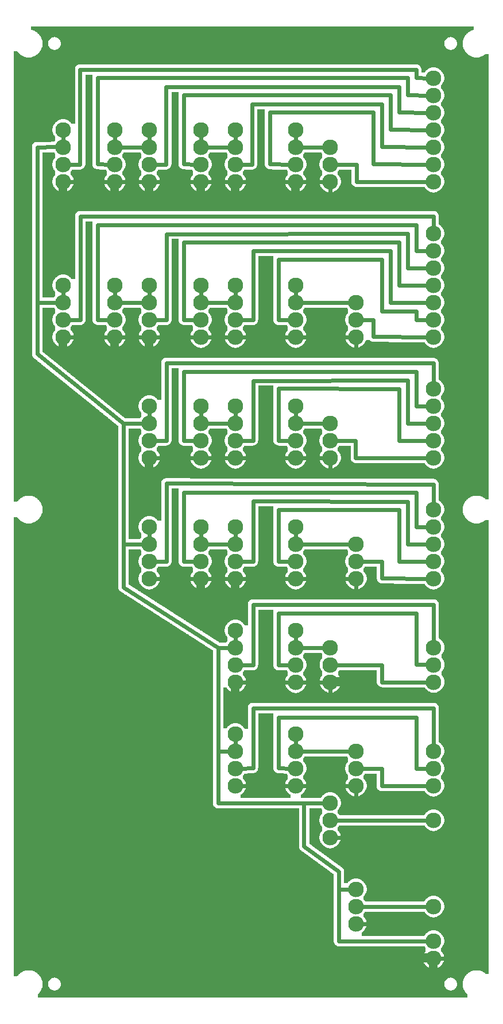
<source format=gbl>
G04 MADE WITH FRITZING*
G04 WWW.FRITZING.ORG*
G04 SINGLE SIDED*
G04 HOLES NOT PLATED*
G04 CONTOUR ON CENTER OF CONTOUR VECTOR*
%ASAXBY*%
%FSLAX23Y23*%
%MOIN*%
%OFA0B0*%
%SFA1.0B1.0*%
%ADD10C,0.075000*%
%ADD11C,0.090551*%
%ADD12C,0.024000*%
%LNCOPPER0*%
G90*
G70*
G54D10*
X1501Y1335D03*
X2606Y5405D03*
G54D11*
X2475Y368D03*
X2475Y268D03*
X2475Y368D03*
X2475Y268D03*
X2025Y4068D03*
X2025Y3968D03*
X2025Y3868D03*
X1875Y4968D03*
X1875Y4868D03*
X1875Y4768D03*
X1325Y1568D03*
X1325Y1468D03*
X1325Y1368D03*
X1325Y1268D03*
X1675Y1568D03*
X1675Y1468D03*
X1675Y1368D03*
X1675Y1268D03*
X1675Y2168D03*
X1675Y2068D03*
X1675Y1968D03*
X1675Y1868D03*
X1325Y2168D03*
X1325Y2068D03*
X1325Y1968D03*
X1325Y1868D03*
X1125Y2768D03*
X1125Y2668D03*
X1125Y2568D03*
X1125Y2468D03*
X1675Y2768D03*
X1675Y2668D03*
X1675Y2568D03*
X1675Y2468D03*
X1325Y2768D03*
X1325Y2668D03*
X1325Y2568D03*
X1325Y2468D03*
X825Y2768D03*
X825Y2668D03*
X825Y2568D03*
X825Y2468D03*
X1675Y3468D03*
X1675Y3368D03*
X1675Y3268D03*
X1675Y3168D03*
X825Y3468D03*
X825Y3368D03*
X825Y3268D03*
X825Y3168D03*
X1125Y3468D03*
X1125Y3368D03*
X1125Y3268D03*
X1125Y3168D03*
X1325Y3468D03*
X1325Y3368D03*
X1325Y3268D03*
X1325Y3168D03*
X325Y4168D03*
X325Y4068D03*
X325Y3968D03*
X325Y3868D03*
X1675Y4168D03*
X1675Y4068D03*
X1675Y3968D03*
X1675Y3868D03*
X625Y4168D03*
X625Y4068D03*
X625Y3968D03*
X625Y3868D03*
X1325Y4168D03*
X1325Y4068D03*
X1325Y3968D03*
X1325Y3868D03*
X825Y4168D03*
X825Y4068D03*
X825Y3968D03*
X825Y3868D03*
X1125Y4168D03*
X1125Y4068D03*
X1125Y3968D03*
X1125Y3868D03*
X325Y5068D03*
X325Y4968D03*
X325Y4868D03*
X325Y4768D03*
X625Y5068D03*
X625Y4968D03*
X625Y4868D03*
X625Y4768D03*
X825Y5068D03*
X825Y4968D03*
X825Y4868D03*
X825Y4768D03*
X1125Y5068D03*
X1125Y4968D03*
X1125Y4868D03*
X1125Y4768D03*
X1325Y5068D03*
X1325Y4968D03*
X1325Y4868D03*
X1325Y4768D03*
X1675Y5068D03*
X1675Y4968D03*
X1675Y4868D03*
X1675Y4768D03*
X2475Y5368D03*
X2475Y5268D03*
X2475Y5168D03*
X2475Y5068D03*
X2475Y4968D03*
X2475Y4868D03*
X2475Y4768D03*
X2475Y5368D03*
X2475Y5268D03*
X2475Y5168D03*
X2475Y5068D03*
X2475Y4968D03*
X2475Y4868D03*
X2475Y4768D03*
X2475Y1068D03*
X2475Y1068D03*
X2475Y2868D03*
X2475Y2768D03*
X2475Y2668D03*
X2475Y2568D03*
X2475Y2468D03*
X2475Y2868D03*
X2475Y2768D03*
X2475Y2668D03*
X2475Y2568D03*
X2475Y2468D03*
X2475Y4468D03*
X2475Y4368D03*
X2475Y4268D03*
X2475Y4168D03*
X2475Y4068D03*
X2475Y3968D03*
X2475Y3868D03*
X2475Y4468D03*
X2475Y4368D03*
X2475Y4268D03*
X2475Y4168D03*
X2475Y4068D03*
X2475Y3968D03*
X2475Y3868D03*
X2475Y3568D03*
X2475Y3468D03*
X2475Y3368D03*
X2475Y3268D03*
X2475Y3168D03*
X2475Y3568D03*
X2475Y3468D03*
X2475Y3368D03*
X2475Y3268D03*
X2475Y3168D03*
X2475Y1468D03*
X2475Y1368D03*
X2475Y1268D03*
X2475Y568D03*
X2475Y568D03*
X2476Y2069D03*
X2476Y1969D03*
X2476Y1869D03*
X1875Y3368D03*
X1875Y3268D03*
X1875Y3168D03*
X2025Y2668D03*
X2025Y2568D03*
X2025Y2468D03*
X1876Y2069D03*
X1876Y1969D03*
X1876Y1869D03*
X2025Y1468D03*
X2025Y1368D03*
X2025Y1268D03*
X1875Y1168D03*
X1875Y1068D03*
X1875Y968D03*
X2025Y668D03*
X2025Y568D03*
X2025Y468D03*
G54D12*
X1926Y668D02*
X2000Y668D01*
D02*
X650Y4968D02*
X800Y4968D01*
D02*
X1700Y2668D02*
X2000Y2668D01*
D02*
X325Y4093D02*
X325Y4143D01*
D02*
X1873Y4670D02*
X1875Y4743D01*
D02*
X2574Y4670D02*
X1873Y4670D01*
D02*
X2575Y3768D02*
X2574Y4670D01*
D02*
X2023Y3769D02*
X2575Y3768D01*
D02*
X2575Y3768D02*
X2574Y3068D01*
D02*
X2025Y3843D02*
X2023Y3769D01*
D02*
X2574Y3068D02*
X1875Y3067D01*
D02*
X1875Y3067D02*
X1875Y3143D01*
D02*
X2574Y3068D02*
X2574Y2368D01*
D02*
X2574Y2368D02*
X2023Y2368D01*
D02*
X2023Y2368D02*
X2025Y2443D01*
D02*
X2574Y2368D02*
X2574Y1768D01*
D02*
X2574Y1768D02*
X1875Y1768D01*
D02*
X1875Y1768D02*
X1876Y1844D01*
D02*
X2574Y1168D02*
X2574Y1768D01*
D02*
X2576Y970D02*
X2574Y1168D01*
D02*
X2023Y1167D02*
X2574Y1168D01*
D02*
X2025Y1243D02*
X2023Y1167D01*
D02*
X2576Y970D02*
X2573Y469D01*
D02*
X1900Y968D02*
X2576Y970D01*
D02*
X2573Y469D02*
X2050Y468D01*
D02*
X2573Y469D02*
X2574Y269D01*
D02*
X2574Y269D02*
X2500Y268D01*
D02*
X276Y4970D02*
X300Y4969D01*
D02*
X174Y4969D02*
X276Y4970D01*
D02*
X174Y4069D02*
X174Y4969D01*
D02*
X174Y3770D02*
X174Y4069D01*
D02*
X174Y4069D02*
X300Y4068D01*
D02*
X674Y3367D02*
X174Y3770D01*
D02*
X674Y2669D02*
X674Y3367D01*
D02*
X674Y3367D02*
X800Y3368D01*
D02*
X674Y2419D02*
X674Y2669D01*
D02*
X674Y2669D02*
X800Y2668D01*
D02*
X1224Y2068D02*
X674Y2419D01*
D02*
X1224Y2068D02*
X1300Y2068D01*
D02*
X1224Y1468D02*
X1224Y2068D01*
D02*
X1224Y1167D02*
X1224Y1468D01*
D02*
X1224Y1468D02*
X1300Y1468D01*
D02*
X1723Y1167D02*
X1224Y1167D01*
D02*
X1723Y1167D02*
X1850Y1168D01*
D02*
X1723Y1167D02*
X1723Y918D01*
D02*
X1926Y770D02*
X1926Y668D01*
D02*
X1723Y918D02*
X1926Y770D01*
D02*
X1926Y668D02*
X1926Y368D01*
D02*
X1926Y368D02*
X2450Y368D01*
D02*
X1851Y1869D02*
X1700Y1868D01*
D02*
X1325Y1493D02*
X1325Y1543D01*
D02*
X850Y4768D02*
X1100Y4768D01*
D02*
X1675Y1493D02*
X1675Y1543D01*
D02*
X1100Y3868D02*
X850Y3868D01*
D02*
X1900Y3268D02*
X2023Y3269D01*
D02*
X2023Y3269D02*
X2023Y3168D01*
D02*
X2023Y3168D02*
X2450Y3168D01*
D02*
X625Y4993D02*
X625Y5043D01*
D02*
X1025Y3268D02*
X1100Y3268D01*
D02*
X1025Y3669D02*
X1025Y3268D01*
D02*
X2374Y3669D02*
X1025Y3669D01*
D02*
X2374Y3469D02*
X2374Y3669D01*
D02*
X2450Y3468D02*
X2374Y3469D01*
D02*
X1325Y3393D02*
X1325Y3443D01*
D02*
X1650Y2468D02*
X1350Y2468D01*
D02*
X325Y4993D02*
X325Y5043D01*
D02*
X2000Y2468D02*
X1700Y2468D01*
D02*
X1325Y4093D02*
X1325Y4143D01*
D02*
X1423Y4869D02*
X1350Y4868D01*
D02*
X1423Y5218D02*
X1423Y4869D01*
D02*
X2174Y5218D02*
X1423Y5218D01*
D02*
X2174Y4970D02*
X2174Y5218D01*
D02*
X2450Y4968D02*
X2174Y4970D01*
D02*
X924Y2567D02*
X850Y2568D01*
D02*
X924Y3020D02*
X924Y2567D01*
D02*
X2474Y3016D02*
X924Y3020D01*
D02*
X2475Y2893D02*
X2474Y3016D01*
D02*
X1650Y1868D02*
X1350Y1868D01*
D02*
X1325Y2093D02*
X1325Y2143D01*
D02*
X1427Y2567D02*
X1350Y2568D01*
D02*
X1427Y2918D02*
X1427Y2567D01*
D02*
X2326Y2916D02*
X1427Y2918D01*
D02*
X2326Y2668D02*
X2326Y2916D01*
D02*
X2450Y2668D02*
X2326Y2668D01*
D02*
X350Y3968D02*
X425Y3967D01*
D02*
X425Y3967D02*
X425Y4568D01*
D02*
X425Y4568D02*
X2474Y4569D01*
D02*
X2474Y4569D02*
X2475Y4493D01*
D02*
X1300Y3168D02*
X1150Y3168D01*
D02*
X924Y3269D02*
X850Y3268D01*
D02*
X924Y3718D02*
X924Y3269D01*
D02*
X2474Y3717D02*
X924Y3718D01*
D02*
X2475Y3593D02*
X2474Y3717D01*
D02*
X1125Y3393D02*
X1125Y3443D01*
D02*
X2050Y3968D02*
X2125Y3967D01*
D02*
X2125Y3967D02*
X2125Y3870D01*
D02*
X2125Y3870D02*
X2450Y3868D01*
D02*
X2028Y4769D02*
X2450Y4768D01*
D02*
X2028Y4869D02*
X2028Y4769D01*
D02*
X1900Y4868D02*
X2028Y4869D01*
D02*
X1100Y2468D02*
X850Y2468D01*
D02*
X1025Y2568D02*
X1100Y2568D01*
D02*
X1025Y2968D02*
X1025Y2568D01*
D02*
X2374Y2968D02*
X1025Y2968D01*
D02*
X2376Y2768D02*
X2374Y2968D01*
D02*
X2450Y2768D02*
X2376Y2768D01*
D02*
X1150Y4068D02*
X1300Y4068D01*
D02*
X1700Y4968D02*
X1850Y4968D01*
D02*
X1100Y3168D02*
X850Y3168D01*
D02*
X600Y3868D02*
X350Y3868D01*
D02*
X825Y4093D02*
X825Y4143D01*
D02*
X1700Y3368D02*
X1850Y3368D01*
D02*
X1025Y3969D02*
X1100Y3968D01*
D02*
X1025Y4417D02*
X1025Y3969D01*
D02*
X2274Y4417D02*
X1025Y4417D01*
D02*
X2274Y4169D02*
X2274Y4417D01*
D02*
X2450Y4168D02*
X2274Y4169D01*
D02*
X524Y4870D02*
X600Y4869D01*
D02*
X524Y5370D02*
X524Y4870D01*
D02*
X2326Y5370D02*
X524Y5370D01*
D02*
X2326Y5270D02*
X2326Y5370D01*
D02*
X2450Y5268D02*
X2326Y5270D01*
D02*
X1675Y3393D02*
X1675Y3443D01*
D02*
X1325Y4993D02*
X1325Y5043D01*
D02*
X1575Y1967D02*
X1650Y1968D01*
D02*
X1575Y2267D02*
X1575Y1967D01*
D02*
X2375Y2267D02*
X1575Y2267D01*
D02*
X2375Y1971D02*
X2375Y2267D01*
D02*
X2451Y1970D02*
X2375Y1971D01*
D02*
X1650Y1268D02*
X1350Y1268D01*
D02*
X2450Y4068D02*
X2226Y4069D01*
D02*
X2226Y4069D02*
X2226Y4369D01*
D02*
X2226Y4369D02*
X1427Y4369D01*
D02*
X1427Y4369D02*
X1427Y3967D01*
D02*
X1427Y3967D02*
X1350Y3968D01*
D02*
X800Y3868D02*
X650Y3868D01*
D02*
X2000Y1268D02*
X1700Y1268D01*
D02*
X1350Y4768D02*
X1650Y4768D01*
D02*
X1300Y2468D02*
X1150Y2468D01*
D02*
X1125Y2693D02*
X1125Y2743D01*
D02*
X825Y4993D02*
X825Y5043D01*
D02*
X1150Y4768D02*
X1300Y4768D01*
D02*
X650Y4768D02*
X800Y4768D01*
D02*
X1325Y2693D02*
X1325Y2743D01*
D02*
X650Y4068D02*
X800Y4068D01*
D02*
X2476Y2094D02*
X2476Y2318D01*
D02*
X2476Y2318D02*
X1427Y2318D01*
D02*
X1427Y2318D02*
X1427Y1967D01*
D02*
X1427Y1967D02*
X1350Y1968D01*
D02*
X1575Y1370D02*
X1650Y1369D01*
D02*
X1575Y1666D02*
X1575Y1370D01*
D02*
X2375Y1666D02*
X1575Y1666D01*
D02*
X2374Y1367D02*
X2375Y1666D01*
D02*
X2450Y1368D02*
X2374Y1367D01*
D02*
X1901Y1969D02*
X2176Y1967D01*
D02*
X2176Y1967D02*
X2176Y1869D01*
D02*
X2176Y1869D02*
X2451Y1869D01*
D02*
X1150Y2668D02*
X1300Y2668D01*
D02*
X1700Y4068D02*
X2000Y4068D01*
D02*
X625Y4093D02*
X625Y4143D01*
D02*
X1850Y3168D02*
X1700Y3168D01*
D02*
X1650Y3968D02*
X1575Y3967D01*
D02*
X1575Y3967D02*
X1575Y4318D01*
D02*
X1575Y4318D02*
X2174Y4317D01*
D02*
X2174Y4317D02*
X2174Y4017D01*
D02*
X2174Y4017D02*
X2374Y4017D01*
D02*
X2374Y4017D02*
X2374Y3969D01*
D02*
X2374Y3969D02*
X2450Y3968D01*
D02*
X600Y4768D02*
X350Y4768D01*
D02*
X1700Y1468D02*
X2000Y1468D01*
D02*
X1675Y2693D02*
X1675Y2743D01*
D02*
X524Y3969D02*
X600Y3968D01*
D02*
X524Y4517D02*
X524Y3969D01*
D02*
X2374Y4517D02*
X524Y4517D01*
D02*
X2374Y4369D02*
X2374Y4517D01*
D02*
X2450Y4368D02*
X2374Y4369D01*
D02*
X2050Y568D02*
X2450Y568D01*
D02*
X825Y3393D02*
X825Y3443D01*
D02*
X1675Y4993D02*
X1675Y5043D01*
D02*
X2450Y1068D02*
X1900Y1068D01*
D02*
X923Y4869D02*
X850Y4868D01*
D02*
X923Y5318D02*
X923Y4869D01*
D02*
X2274Y5318D02*
X923Y5318D01*
D02*
X2274Y5170D02*
X2274Y5318D01*
D02*
X2450Y5168D02*
X2274Y5170D01*
D02*
X1700Y2068D02*
X1851Y2069D01*
D02*
X1427Y1370D02*
X1350Y1369D01*
D02*
X1427Y1719D02*
X1427Y1370D01*
D02*
X1765Y1719D02*
X1427Y1719D01*
D02*
X2475Y1719D02*
X1765Y1719D01*
D02*
X2475Y1493D02*
X2475Y1719D01*
D02*
X1675Y2093D02*
X1675Y2143D01*
D02*
X1675Y4093D02*
X1675Y4143D01*
D02*
X2450Y2568D02*
X2276Y2568D01*
D02*
X2276Y2568D02*
X2274Y2868D01*
D02*
X2274Y2868D02*
X1575Y2868D01*
D02*
X1575Y2868D02*
X1575Y2567D01*
D02*
X1575Y2567D02*
X1650Y2568D01*
D02*
X2000Y3868D02*
X1700Y3868D01*
D02*
X1427Y3269D02*
X1350Y3268D01*
D02*
X1427Y3616D02*
X1427Y3269D01*
D02*
X2326Y3617D02*
X1427Y3616D01*
D02*
X2325Y3369D02*
X2326Y3617D01*
D02*
X2450Y3368D02*
X2325Y3369D01*
D02*
X1125Y4993D02*
X1125Y5043D01*
D02*
X1575Y3269D02*
X1650Y3268D01*
D02*
X1575Y3570D02*
X1575Y3269D01*
D02*
X2274Y3569D02*
X1575Y3570D01*
D02*
X2274Y3268D02*
X2274Y3569D01*
D02*
X2450Y3268D02*
X2274Y3268D01*
D02*
X1650Y3168D02*
X1350Y3168D01*
D02*
X1125Y4093D02*
X1125Y4143D01*
D02*
X1650Y3868D02*
X1350Y3868D01*
D02*
X350Y4868D02*
X423Y4869D01*
D02*
X423Y4869D02*
X423Y5418D01*
D02*
X423Y5418D02*
X2374Y5418D01*
D02*
X2374Y5418D02*
X2374Y5370D01*
D02*
X2374Y5370D02*
X2450Y5369D01*
D02*
X1300Y3868D02*
X1150Y3868D01*
D02*
X1025Y4870D02*
X1100Y4869D01*
D02*
X1025Y5270D02*
X1025Y4870D01*
D02*
X2226Y5270D02*
X1025Y5270D01*
D02*
X2226Y5070D02*
X2226Y5270D01*
D02*
X2450Y5068D02*
X2226Y5070D01*
D02*
X2450Y4268D02*
X2326Y4269D01*
D02*
X2326Y4269D02*
X2326Y4469D01*
D02*
X2326Y4469D02*
X924Y4466D01*
D02*
X924Y4466D02*
X924Y3967D01*
D02*
X924Y3967D02*
X850Y3968D01*
D02*
X1150Y4968D02*
X1300Y4968D01*
D02*
X1150Y3368D02*
X1300Y3368D01*
D02*
X1525Y4870D02*
X1650Y4868D01*
D02*
X1525Y5170D02*
X1525Y4870D01*
D02*
X2126Y5170D02*
X1525Y5170D01*
D02*
X2126Y4870D02*
X2126Y5170D01*
D02*
X2450Y4868D02*
X2126Y4870D01*
D02*
X2050Y1368D02*
X2174Y1367D01*
D02*
X2174Y1367D02*
X2174Y1267D01*
D02*
X2174Y1267D02*
X2450Y1268D01*
D02*
X2050Y2568D02*
X2176Y2567D01*
D02*
X2176Y2567D02*
X2176Y2470D01*
D02*
X2176Y2470D02*
X2450Y2468D01*
D02*
X1700Y4768D02*
X1850Y4768D01*
D02*
X1667Y5066D02*
X1675Y5068D01*
D02*
X825Y2693D02*
X825Y2743D01*
G36*
X1458Y1689D02*
X1458Y1371D01*
X1456Y1371D01*
X1456Y1359D01*
X1454Y1359D01*
X1454Y1355D01*
X1452Y1355D01*
X1452Y1353D01*
X1450Y1353D01*
X1450Y1351D01*
X1448Y1351D01*
X1448Y1349D01*
X1446Y1349D01*
X1446Y1347D01*
X1444Y1347D01*
X1444Y1345D01*
X1440Y1345D01*
X1440Y1343D01*
X1436Y1343D01*
X1436Y1341D01*
X1394Y1341D01*
X1394Y1339D01*
X1378Y1339D01*
X1378Y1337D01*
X1376Y1337D01*
X1376Y1333D01*
X1374Y1333D01*
X1374Y1331D01*
X1372Y1331D01*
X1372Y1329D01*
X1370Y1329D01*
X1370Y1309D01*
X1372Y1309D01*
X1372Y1305D01*
X1374Y1305D01*
X1374Y1303D01*
X1376Y1303D01*
X1376Y1301D01*
X1378Y1301D01*
X1378Y1297D01*
X1380Y1297D01*
X1380Y1295D01*
X1382Y1295D01*
X1382Y1291D01*
X1384Y1291D01*
X1384Y1285D01*
X1386Y1285D01*
X1386Y1279D01*
X1388Y1279D01*
X1388Y1259D01*
X1386Y1259D01*
X1386Y1251D01*
X1384Y1251D01*
X1384Y1247D01*
X1382Y1247D01*
X1382Y1243D01*
X1380Y1243D01*
X1380Y1239D01*
X1378Y1239D01*
X1378Y1237D01*
X1376Y1237D01*
X1376Y1233D01*
X1374Y1233D01*
X1374Y1231D01*
X1372Y1231D01*
X1372Y1229D01*
X1370Y1229D01*
X1370Y1227D01*
X1368Y1227D01*
X1368Y1225D01*
X1366Y1225D01*
X1366Y1223D01*
X1364Y1223D01*
X1364Y1221D01*
X1362Y1221D01*
X1362Y1219D01*
X1360Y1219D01*
X1360Y1217D01*
X1356Y1217D01*
X1356Y1197D01*
X1644Y1197D01*
X1644Y1217D01*
X1640Y1217D01*
X1640Y1219D01*
X1638Y1219D01*
X1638Y1221D01*
X1636Y1221D01*
X1636Y1223D01*
X1634Y1223D01*
X1634Y1225D01*
X1632Y1225D01*
X1632Y1227D01*
X1630Y1227D01*
X1630Y1229D01*
X1628Y1229D01*
X1628Y1231D01*
X1626Y1231D01*
X1626Y1233D01*
X1624Y1233D01*
X1624Y1237D01*
X1622Y1237D01*
X1622Y1239D01*
X1620Y1239D01*
X1620Y1243D01*
X1618Y1243D01*
X1618Y1247D01*
X1616Y1247D01*
X1616Y1251D01*
X1614Y1251D01*
X1614Y1259D01*
X1612Y1259D01*
X1612Y1279D01*
X1614Y1279D01*
X1614Y1285D01*
X1616Y1285D01*
X1616Y1291D01*
X1618Y1291D01*
X1618Y1295D01*
X1620Y1295D01*
X1620Y1297D01*
X1622Y1297D01*
X1622Y1301D01*
X1624Y1301D01*
X1624Y1303D01*
X1626Y1303D01*
X1626Y1305D01*
X1628Y1305D01*
X1628Y1309D01*
X1630Y1309D01*
X1630Y1329D01*
X1628Y1329D01*
X1628Y1331D01*
X1626Y1331D01*
X1626Y1333D01*
X1624Y1333D01*
X1624Y1337D01*
X1622Y1337D01*
X1622Y1339D01*
X1606Y1339D01*
X1606Y1341D01*
X1566Y1341D01*
X1566Y1343D01*
X1562Y1343D01*
X1562Y1345D01*
X1558Y1345D01*
X1558Y1347D01*
X1556Y1347D01*
X1556Y1349D01*
X1554Y1349D01*
X1554Y1351D01*
X1552Y1351D01*
X1552Y1353D01*
X1550Y1353D01*
X1550Y1357D01*
X1548Y1357D01*
X1548Y1361D01*
X1546Y1361D01*
X1546Y1689D01*
X1458Y1689D01*
G37*
D02*
G36*
X140Y5667D02*
X140Y5647D01*
X148Y5647D01*
X148Y5645D01*
X152Y5645D01*
X152Y5643D01*
X158Y5643D01*
X158Y5641D01*
X162Y5641D01*
X162Y5639D01*
X164Y5639D01*
X164Y5637D01*
X168Y5637D01*
X168Y5635D01*
X170Y5635D01*
X170Y5633D01*
X174Y5633D01*
X174Y5631D01*
X176Y5631D01*
X176Y5629D01*
X178Y5629D01*
X178Y5627D01*
X180Y5627D01*
X180Y5625D01*
X182Y5625D01*
X182Y5623D01*
X184Y5623D01*
X184Y5621D01*
X186Y5621D01*
X186Y5619D01*
X188Y5619D01*
X188Y5617D01*
X190Y5617D01*
X190Y5613D01*
X192Y5613D01*
X192Y5611D01*
X194Y5611D01*
X194Y5607D01*
X2578Y5607D01*
X2578Y5605D01*
X2586Y5605D01*
X2586Y5603D01*
X2590Y5603D01*
X2590Y5601D01*
X2594Y5601D01*
X2594Y5599D01*
X2596Y5599D01*
X2596Y5597D01*
X2598Y5597D01*
X2598Y5595D01*
X2600Y5595D01*
X2600Y5593D01*
X2602Y5593D01*
X2602Y5591D01*
X2604Y5591D01*
X2604Y5589D01*
X2606Y5589D01*
X2606Y5587D01*
X2608Y5587D01*
X2608Y5583D01*
X2610Y5583D01*
X2610Y5577D01*
X2612Y5577D01*
X2612Y5559D01*
X2610Y5559D01*
X2610Y5555D01*
X2608Y5555D01*
X2608Y5551D01*
X2606Y5551D01*
X2606Y5547D01*
X2604Y5547D01*
X2604Y5545D01*
X2602Y5545D01*
X2602Y5543D01*
X2600Y5543D01*
X2600Y5541D01*
X2598Y5541D01*
X2598Y5539D01*
X2594Y5539D01*
X2594Y5537D01*
X2592Y5537D01*
X2592Y5535D01*
X2588Y5535D01*
X2588Y5533D01*
X2582Y5533D01*
X2582Y5531D01*
X2654Y5531D01*
X2654Y5533D01*
X2652Y5533D01*
X2652Y5537D01*
X2650Y5537D01*
X2650Y5543D01*
X2648Y5543D01*
X2648Y5549D01*
X2646Y5549D01*
X2646Y5557D01*
X2644Y5557D01*
X2644Y5579D01*
X2646Y5579D01*
X2646Y5589D01*
X2648Y5589D01*
X2648Y5595D01*
X2650Y5595D01*
X2650Y5599D01*
X2652Y5599D01*
X2652Y5603D01*
X2654Y5603D01*
X2654Y5607D01*
X2656Y5607D01*
X2656Y5611D01*
X2658Y5611D01*
X2658Y5613D01*
X2660Y5613D01*
X2660Y5617D01*
X2662Y5617D01*
X2662Y5619D01*
X2664Y5619D01*
X2664Y5621D01*
X2666Y5621D01*
X2666Y5623D01*
X2668Y5623D01*
X2668Y5625D01*
X2670Y5625D01*
X2670Y5627D01*
X2672Y5627D01*
X2672Y5629D01*
X2674Y5629D01*
X2674Y5631D01*
X2676Y5631D01*
X2676Y5633D01*
X2680Y5633D01*
X2680Y5635D01*
X2682Y5635D01*
X2682Y5637D01*
X2686Y5637D01*
X2686Y5639D01*
X2688Y5639D01*
X2688Y5641D01*
X2692Y5641D01*
X2692Y5643D01*
X2698Y5643D01*
X2698Y5645D01*
X2702Y5645D01*
X2702Y5647D01*
X2710Y5647D01*
X2710Y5667D01*
X140Y5667D01*
G37*
D02*
G36*
X196Y5607D02*
X196Y5603D01*
X198Y5603D01*
X198Y5599D01*
X200Y5599D01*
X200Y5595D01*
X202Y5595D01*
X202Y5589D01*
X204Y5589D01*
X204Y5579D01*
X206Y5579D01*
X206Y5557D01*
X204Y5557D01*
X204Y5549D01*
X202Y5549D01*
X202Y5543D01*
X200Y5543D01*
X200Y5537D01*
X198Y5537D01*
X198Y5533D01*
X196Y5533D01*
X196Y5531D01*
X268Y5531D01*
X268Y5533D01*
X262Y5533D01*
X262Y5535D01*
X258Y5535D01*
X258Y5537D01*
X256Y5537D01*
X256Y5539D01*
X252Y5539D01*
X252Y5541D01*
X250Y5541D01*
X250Y5543D01*
X248Y5543D01*
X248Y5545D01*
X246Y5545D01*
X246Y5547D01*
X244Y5547D01*
X244Y5551D01*
X242Y5551D01*
X242Y5555D01*
X240Y5555D01*
X240Y5559D01*
X238Y5559D01*
X238Y5577D01*
X240Y5577D01*
X240Y5583D01*
X242Y5583D01*
X242Y5587D01*
X244Y5587D01*
X244Y5589D01*
X246Y5589D01*
X246Y5591D01*
X248Y5591D01*
X248Y5593D01*
X250Y5593D01*
X250Y5595D01*
X252Y5595D01*
X252Y5597D01*
X254Y5597D01*
X254Y5599D01*
X256Y5599D01*
X256Y5601D01*
X260Y5601D01*
X260Y5603D01*
X264Y5603D01*
X264Y5605D01*
X272Y5605D01*
X272Y5607D01*
X196Y5607D01*
G37*
D02*
G36*
X278Y5607D02*
X278Y5605D01*
X286Y5605D01*
X286Y5603D01*
X290Y5603D01*
X290Y5601D01*
X294Y5601D01*
X294Y5599D01*
X296Y5599D01*
X296Y5597D01*
X298Y5597D01*
X298Y5595D01*
X300Y5595D01*
X300Y5593D01*
X302Y5593D01*
X302Y5591D01*
X304Y5591D01*
X304Y5589D01*
X306Y5589D01*
X306Y5587D01*
X308Y5587D01*
X308Y5583D01*
X310Y5583D01*
X310Y5577D01*
X312Y5577D01*
X312Y5559D01*
X310Y5559D01*
X310Y5555D01*
X308Y5555D01*
X308Y5551D01*
X306Y5551D01*
X306Y5547D01*
X304Y5547D01*
X304Y5545D01*
X302Y5545D01*
X302Y5543D01*
X300Y5543D01*
X300Y5541D01*
X298Y5541D01*
X298Y5539D01*
X294Y5539D01*
X294Y5537D01*
X292Y5537D01*
X292Y5535D01*
X288Y5535D01*
X288Y5533D01*
X282Y5533D01*
X282Y5531D01*
X2568Y5531D01*
X2568Y5533D01*
X2562Y5533D01*
X2562Y5535D01*
X2558Y5535D01*
X2558Y5537D01*
X2556Y5537D01*
X2556Y5539D01*
X2552Y5539D01*
X2552Y5541D01*
X2550Y5541D01*
X2550Y5543D01*
X2548Y5543D01*
X2548Y5545D01*
X2546Y5545D01*
X2546Y5547D01*
X2544Y5547D01*
X2544Y5551D01*
X2542Y5551D01*
X2542Y5555D01*
X2540Y5555D01*
X2540Y5559D01*
X2538Y5559D01*
X2538Y5577D01*
X2540Y5577D01*
X2540Y5583D01*
X2542Y5583D01*
X2542Y5587D01*
X2544Y5587D01*
X2544Y5589D01*
X2546Y5589D01*
X2546Y5591D01*
X2548Y5591D01*
X2548Y5593D01*
X2550Y5593D01*
X2550Y5595D01*
X2552Y5595D01*
X2552Y5597D01*
X2554Y5597D01*
X2554Y5599D01*
X2556Y5599D01*
X2556Y5601D01*
X2560Y5601D01*
X2560Y5603D01*
X2564Y5603D01*
X2564Y5605D01*
X2572Y5605D01*
X2572Y5607D01*
X278Y5607D01*
G37*
D02*
G36*
X196Y5531D02*
X196Y5529D01*
X2654Y5529D01*
X2654Y5531D01*
X196Y5531D01*
G37*
D02*
G36*
X196Y5531D02*
X196Y5529D01*
X2654Y5529D01*
X2654Y5531D01*
X196Y5531D01*
G37*
D02*
G36*
X196Y5531D02*
X196Y5529D01*
X2654Y5529D01*
X2654Y5531D01*
X196Y5531D01*
G37*
D02*
G36*
X194Y5529D02*
X194Y5527D01*
X192Y5527D01*
X192Y5523D01*
X190Y5523D01*
X190Y5521D01*
X188Y5521D01*
X188Y5519D01*
X186Y5519D01*
X186Y5517D01*
X184Y5517D01*
X184Y5515D01*
X182Y5515D01*
X182Y5511D01*
X178Y5511D01*
X178Y5509D01*
X176Y5509D01*
X176Y5507D01*
X174Y5507D01*
X174Y5505D01*
X172Y5505D01*
X172Y5503D01*
X170Y5503D01*
X170Y5501D01*
X166Y5501D01*
X166Y5499D01*
X162Y5499D01*
X162Y5497D01*
X158Y5497D01*
X158Y5495D01*
X154Y5495D01*
X154Y5493D01*
X150Y5493D01*
X150Y5491D01*
X142Y5491D01*
X142Y5489D01*
X132Y5489D01*
X132Y5487D01*
X2718Y5487D01*
X2718Y5489D01*
X2708Y5489D01*
X2708Y5491D01*
X2700Y5491D01*
X2700Y5493D01*
X2696Y5493D01*
X2696Y5495D01*
X2692Y5495D01*
X2692Y5497D01*
X2688Y5497D01*
X2688Y5499D01*
X2684Y5499D01*
X2684Y5501D01*
X2680Y5501D01*
X2680Y5503D01*
X2678Y5503D01*
X2678Y5505D01*
X2676Y5505D01*
X2676Y5507D01*
X2674Y5507D01*
X2674Y5509D01*
X2672Y5509D01*
X2672Y5511D01*
X2668Y5511D01*
X2668Y5515D01*
X2666Y5515D01*
X2666Y5517D01*
X2664Y5517D01*
X2664Y5519D01*
X2662Y5519D01*
X2662Y5521D01*
X2660Y5521D01*
X2660Y5523D01*
X2658Y5523D01*
X2658Y5527D01*
X2656Y5527D01*
X2656Y5529D01*
X194Y5529D01*
G37*
D02*
G36*
X40Y5523D02*
X40Y5487D01*
X118Y5487D01*
X118Y5489D01*
X108Y5489D01*
X108Y5491D01*
X100Y5491D01*
X100Y5493D01*
X96Y5493D01*
X96Y5495D01*
X92Y5495D01*
X92Y5497D01*
X88Y5497D01*
X88Y5499D01*
X84Y5499D01*
X84Y5501D01*
X80Y5501D01*
X80Y5503D01*
X78Y5503D01*
X78Y5505D01*
X76Y5505D01*
X76Y5507D01*
X74Y5507D01*
X74Y5509D01*
X72Y5509D01*
X72Y5511D01*
X68Y5511D01*
X68Y5515D01*
X66Y5515D01*
X66Y5517D01*
X64Y5517D01*
X64Y5519D01*
X62Y5519D01*
X62Y5521D01*
X60Y5521D01*
X60Y5523D01*
X40Y5523D01*
G37*
D02*
G36*
X2776Y5509D02*
X2776Y5507D01*
X2774Y5507D01*
X2774Y5505D01*
X2772Y5505D01*
X2772Y5503D01*
X2770Y5503D01*
X2770Y5501D01*
X2766Y5501D01*
X2766Y5499D01*
X2762Y5499D01*
X2762Y5497D01*
X2758Y5497D01*
X2758Y5495D01*
X2754Y5495D01*
X2754Y5493D01*
X2750Y5493D01*
X2750Y5491D01*
X2742Y5491D01*
X2742Y5489D01*
X2732Y5489D01*
X2732Y5487D01*
X2796Y5487D01*
X2796Y5509D01*
X2776Y5509D01*
G37*
D02*
G36*
X40Y5487D02*
X40Y5485D01*
X2796Y5485D01*
X2796Y5487D01*
X40Y5487D01*
G37*
D02*
G36*
X40Y5487D02*
X40Y5485D01*
X2796Y5485D01*
X2796Y5487D01*
X40Y5487D01*
G37*
D02*
G36*
X40Y5487D02*
X40Y5485D01*
X2796Y5485D01*
X2796Y5487D01*
X40Y5487D01*
G37*
D02*
G36*
X40Y5485D02*
X40Y5449D01*
X2380Y5449D01*
X2380Y5447D01*
X2386Y5447D01*
X2386Y5445D01*
X2390Y5445D01*
X2390Y5443D01*
X2392Y5443D01*
X2392Y5441D01*
X2394Y5441D01*
X2394Y5439D01*
X2396Y5439D01*
X2396Y5437D01*
X2398Y5437D01*
X2398Y5435D01*
X2400Y5435D01*
X2400Y5431D01*
X2488Y5431D01*
X2488Y5429D01*
X2494Y5429D01*
X2494Y5427D01*
X2498Y5427D01*
X2498Y5425D01*
X2502Y5425D01*
X2502Y5423D01*
X2506Y5423D01*
X2506Y5421D01*
X2508Y5421D01*
X2508Y5419D01*
X2510Y5419D01*
X2510Y5417D01*
X2512Y5417D01*
X2512Y5415D01*
X2516Y5415D01*
X2516Y5413D01*
X2518Y5413D01*
X2518Y5411D01*
X2520Y5411D01*
X2520Y5409D01*
X2522Y5409D01*
X2522Y5405D01*
X2524Y5405D01*
X2524Y5403D01*
X2526Y5403D01*
X2526Y5401D01*
X2528Y5401D01*
X2528Y5397D01*
X2530Y5397D01*
X2530Y5395D01*
X2532Y5395D01*
X2532Y5391D01*
X2534Y5391D01*
X2534Y5385D01*
X2536Y5385D01*
X2536Y5379D01*
X2538Y5379D01*
X2538Y5359D01*
X2536Y5359D01*
X2536Y5351D01*
X2534Y5351D01*
X2534Y5347D01*
X2532Y5347D01*
X2532Y5343D01*
X2530Y5343D01*
X2530Y5339D01*
X2528Y5339D01*
X2528Y5337D01*
X2526Y5337D01*
X2526Y5333D01*
X2524Y5333D01*
X2524Y5331D01*
X2522Y5331D01*
X2522Y5329D01*
X2520Y5329D01*
X2520Y5309D01*
X2522Y5309D01*
X2522Y5305D01*
X2524Y5305D01*
X2524Y5303D01*
X2526Y5303D01*
X2526Y5301D01*
X2528Y5301D01*
X2528Y5297D01*
X2530Y5297D01*
X2530Y5295D01*
X2532Y5295D01*
X2532Y5291D01*
X2534Y5291D01*
X2534Y5285D01*
X2536Y5285D01*
X2536Y5279D01*
X2538Y5279D01*
X2538Y5259D01*
X2536Y5259D01*
X2536Y5251D01*
X2534Y5251D01*
X2534Y5247D01*
X2532Y5247D01*
X2532Y5243D01*
X2530Y5243D01*
X2530Y5239D01*
X2528Y5239D01*
X2528Y5237D01*
X2526Y5237D01*
X2526Y5233D01*
X2524Y5233D01*
X2524Y5231D01*
X2522Y5231D01*
X2522Y5229D01*
X2520Y5229D01*
X2520Y5209D01*
X2522Y5209D01*
X2522Y5205D01*
X2524Y5205D01*
X2524Y5203D01*
X2526Y5203D01*
X2526Y5201D01*
X2528Y5201D01*
X2528Y5197D01*
X2530Y5197D01*
X2530Y5195D01*
X2532Y5195D01*
X2532Y5191D01*
X2534Y5191D01*
X2534Y5185D01*
X2536Y5185D01*
X2536Y5179D01*
X2538Y5179D01*
X2538Y5159D01*
X2536Y5159D01*
X2536Y5151D01*
X2534Y5151D01*
X2534Y5147D01*
X2532Y5147D01*
X2532Y5143D01*
X2530Y5143D01*
X2530Y5139D01*
X2528Y5139D01*
X2528Y5137D01*
X2526Y5137D01*
X2526Y5133D01*
X2524Y5133D01*
X2524Y5131D01*
X2522Y5131D01*
X2522Y5129D01*
X2520Y5129D01*
X2520Y5109D01*
X2522Y5109D01*
X2522Y5105D01*
X2524Y5105D01*
X2524Y5103D01*
X2526Y5103D01*
X2526Y5101D01*
X2528Y5101D01*
X2528Y5097D01*
X2530Y5097D01*
X2530Y5095D01*
X2532Y5095D01*
X2532Y5091D01*
X2534Y5091D01*
X2534Y5085D01*
X2536Y5085D01*
X2536Y5079D01*
X2538Y5079D01*
X2538Y5059D01*
X2536Y5059D01*
X2536Y5051D01*
X2534Y5051D01*
X2534Y5047D01*
X2532Y5047D01*
X2532Y5043D01*
X2530Y5043D01*
X2530Y5039D01*
X2528Y5039D01*
X2528Y5037D01*
X2526Y5037D01*
X2526Y5033D01*
X2524Y5033D01*
X2524Y5031D01*
X2522Y5031D01*
X2522Y5029D01*
X2520Y5029D01*
X2520Y5009D01*
X2522Y5009D01*
X2522Y5005D01*
X2524Y5005D01*
X2524Y5003D01*
X2526Y5003D01*
X2526Y5001D01*
X2528Y5001D01*
X2528Y4997D01*
X2530Y4997D01*
X2530Y4995D01*
X2532Y4995D01*
X2532Y4991D01*
X2534Y4991D01*
X2534Y4985D01*
X2536Y4985D01*
X2536Y4979D01*
X2538Y4979D01*
X2538Y4959D01*
X2536Y4959D01*
X2536Y4951D01*
X2534Y4951D01*
X2534Y4947D01*
X2532Y4947D01*
X2532Y4943D01*
X2530Y4943D01*
X2530Y4939D01*
X2528Y4939D01*
X2528Y4937D01*
X2526Y4937D01*
X2526Y4933D01*
X2524Y4933D01*
X2524Y4931D01*
X2522Y4931D01*
X2522Y4929D01*
X2520Y4929D01*
X2520Y4909D01*
X2522Y4909D01*
X2522Y4905D01*
X2524Y4905D01*
X2524Y4903D01*
X2526Y4903D01*
X2526Y4901D01*
X2528Y4901D01*
X2528Y4897D01*
X2530Y4897D01*
X2530Y4895D01*
X2532Y4895D01*
X2532Y4891D01*
X2534Y4891D01*
X2534Y4885D01*
X2536Y4885D01*
X2536Y4879D01*
X2538Y4879D01*
X2538Y4859D01*
X2536Y4859D01*
X2536Y4851D01*
X2534Y4851D01*
X2534Y4847D01*
X2532Y4847D01*
X2532Y4843D01*
X2530Y4843D01*
X2530Y4839D01*
X2528Y4839D01*
X2528Y4837D01*
X2526Y4837D01*
X2526Y4833D01*
X2524Y4833D01*
X2524Y4831D01*
X2522Y4831D01*
X2522Y4829D01*
X2520Y4829D01*
X2520Y4809D01*
X2522Y4809D01*
X2522Y4805D01*
X2524Y4805D01*
X2524Y4803D01*
X2526Y4803D01*
X2526Y4801D01*
X2528Y4801D01*
X2528Y4797D01*
X2530Y4797D01*
X2530Y4795D01*
X2532Y4795D01*
X2532Y4791D01*
X2534Y4791D01*
X2534Y4785D01*
X2536Y4785D01*
X2536Y4779D01*
X2538Y4779D01*
X2538Y4759D01*
X2536Y4759D01*
X2536Y4751D01*
X2534Y4751D01*
X2534Y4747D01*
X2532Y4747D01*
X2532Y4743D01*
X2530Y4743D01*
X2530Y4739D01*
X2528Y4739D01*
X2528Y4737D01*
X2526Y4737D01*
X2526Y4733D01*
X2524Y4733D01*
X2524Y4731D01*
X2522Y4731D01*
X2522Y4729D01*
X2520Y4729D01*
X2520Y4727D01*
X2518Y4727D01*
X2518Y4725D01*
X2516Y4725D01*
X2516Y4723D01*
X2514Y4723D01*
X2514Y4721D01*
X2512Y4721D01*
X2512Y4719D01*
X2510Y4719D01*
X2510Y4717D01*
X2506Y4717D01*
X2506Y4715D01*
X2504Y4715D01*
X2504Y4713D01*
X2500Y4713D01*
X2500Y4711D01*
X2496Y4711D01*
X2496Y4709D01*
X2490Y4709D01*
X2490Y4707D01*
X2482Y4707D01*
X2482Y4705D01*
X2796Y4705D01*
X2796Y5485D01*
X40Y5485D01*
G37*
D02*
G36*
X40Y5449D02*
X40Y5131D01*
X338Y5131D01*
X338Y5129D01*
X344Y5129D01*
X344Y5127D01*
X348Y5127D01*
X348Y5125D01*
X352Y5125D01*
X352Y5123D01*
X356Y5123D01*
X356Y5121D01*
X358Y5121D01*
X358Y5119D01*
X360Y5119D01*
X360Y5117D01*
X362Y5117D01*
X362Y5115D01*
X366Y5115D01*
X366Y5113D01*
X368Y5113D01*
X368Y5111D01*
X370Y5111D01*
X370Y5109D01*
X372Y5109D01*
X372Y5105D01*
X374Y5105D01*
X374Y5103D01*
X394Y5103D01*
X394Y5427D01*
X396Y5427D01*
X396Y5433D01*
X398Y5433D01*
X398Y5435D01*
X400Y5435D01*
X400Y5439D01*
X402Y5439D01*
X402Y5441D01*
X404Y5441D01*
X404Y5443D01*
X408Y5443D01*
X408Y5445D01*
X412Y5445D01*
X412Y5447D01*
X418Y5447D01*
X418Y5449D01*
X40Y5449D01*
G37*
D02*
G36*
X2402Y5431D02*
X2402Y5425D01*
X2404Y5425D01*
X2404Y5401D01*
X2424Y5401D01*
X2424Y5403D01*
X2426Y5403D01*
X2426Y5405D01*
X2428Y5405D01*
X2428Y5409D01*
X2430Y5409D01*
X2430Y5411D01*
X2432Y5411D01*
X2432Y5413D01*
X2434Y5413D01*
X2434Y5415D01*
X2438Y5415D01*
X2438Y5417D01*
X2440Y5417D01*
X2440Y5419D01*
X2442Y5419D01*
X2442Y5421D01*
X2444Y5421D01*
X2444Y5423D01*
X2448Y5423D01*
X2448Y5425D01*
X2452Y5425D01*
X2452Y5427D01*
X2456Y5427D01*
X2456Y5429D01*
X2462Y5429D01*
X2462Y5431D01*
X2402Y5431D01*
G37*
D02*
G36*
X454Y5389D02*
X454Y4865D01*
X452Y4865D01*
X452Y4857D01*
X450Y4857D01*
X450Y4853D01*
X448Y4853D01*
X448Y4851D01*
X446Y4851D01*
X446Y4849D01*
X444Y4849D01*
X444Y4847D01*
X442Y4847D01*
X442Y4845D01*
X440Y4845D01*
X440Y4843D01*
X436Y4843D01*
X436Y4841D01*
X430Y4841D01*
X430Y4839D01*
X378Y4839D01*
X378Y4837D01*
X376Y4837D01*
X376Y4833D01*
X374Y4833D01*
X374Y4831D01*
X372Y4831D01*
X372Y4829D01*
X370Y4829D01*
X370Y4809D01*
X372Y4809D01*
X372Y4805D01*
X374Y4805D01*
X374Y4803D01*
X376Y4803D01*
X376Y4801D01*
X378Y4801D01*
X378Y4797D01*
X380Y4797D01*
X380Y4795D01*
X382Y4795D01*
X382Y4791D01*
X384Y4791D01*
X384Y4785D01*
X386Y4785D01*
X386Y4779D01*
X388Y4779D01*
X388Y4759D01*
X386Y4759D01*
X386Y4751D01*
X384Y4751D01*
X384Y4747D01*
X382Y4747D01*
X382Y4743D01*
X380Y4743D01*
X380Y4739D01*
X378Y4739D01*
X378Y4737D01*
X376Y4737D01*
X376Y4733D01*
X374Y4733D01*
X374Y4731D01*
X372Y4731D01*
X372Y4729D01*
X370Y4729D01*
X370Y4727D01*
X368Y4727D01*
X368Y4725D01*
X366Y4725D01*
X366Y4723D01*
X364Y4723D01*
X364Y4721D01*
X362Y4721D01*
X362Y4719D01*
X360Y4719D01*
X360Y4717D01*
X356Y4717D01*
X356Y4715D01*
X354Y4715D01*
X354Y4713D01*
X350Y4713D01*
X350Y4711D01*
X346Y4711D01*
X346Y4709D01*
X340Y4709D01*
X340Y4707D01*
X332Y4707D01*
X332Y4705D01*
X618Y4705D01*
X618Y4707D01*
X610Y4707D01*
X610Y4709D01*
X604Y4709D01*
X604Y4711D01*
X600Y4711D01*
X600Y4713D01*
X596Y4713D01*
X596Y4715D01*
X594Y4715D01*
X594Y4717D01*
X590Y4717D01*
X590Y4719D01*
X588Y4719D01*
X588Y4721D01*
X586Y4721D01*
X586Y4723D01*
X584Y4723D01*
X584Y4725D01*
X582Y4725D01*
X582Y4727D01*
X580Y4727D01*
X580Y4729D01*
X578Y4729D01*
X578Y4731D01*
X576Y4731D01*
X576Y4733D01*
X574Y4733D01*
X574Y4737D01*
X572Y4737D01*
X572Y4739D01*
X570Y4739D01*
X570Y4743D01*
X568Y4743D01*
X568Y4747D01*
X566Y4747D01*
X566Y4751D01*
X564Y4751D01*
X564Y4759D01*
X562Y4759D01*
X562Y4779D01*
X564Y4779D01*
X564Y4785D01*
X566Y4785D01*
X566Y4791D01*
X568Y4791D01*
X568Y4795D01*
X570Y4795D01*
X570Y4797D01*
X572Y4797D01*
X572Y4801D01*
X574Y4801D01*
X574Y4803D01*
X576Y4803D01*
X576Y4805D01*
X578Y4805D01*
X578Y4809D01*
X580Y4809D01*
X580Y4829D01*
X578Y4829D01*
X578Y4831D01*
X576Y4831D01*
X576Y4833D01*
X574Y4833D01*
X574Y4837D01*
X572Y4837D01*
X572Y4839D01*
X534Y4839D01*
X534Y4841D01*
X514Y4841D01*
X514Y4843D01*
X510Y4843D01*
X510Y4845D01*
X506Y4845D01*
X506Y4847D01*
X504Y4847D01*
X504Y4849D01*
X502Y4849D01*
X502Y4851D01*
X500Y4851D01*
X500Y4855D01*
X498Y4855D01*
X498Y4859D01*
X496Y4859D01*
X496Y4865D01*
X494Y4865D01*
X494Y5389D01*
X454Y5389D01*
G37*
D02*
G36*
X954Y5289D02*
X954Y4869D01*
X952Y4869D01*
X952Y4859D01*
X950Y4859D01*
X950Y4855D01*
X948Y4855D01*
X948Y4851D01*
X946Y4851D01*
X946Y4849D01*
X944Y4849D01*
X944Y4847D01*
X942Y4847D01*
X942Y4845D01*
X940Y4845D01*
X940Y4843D01*
X936Y4843D01*
X936Y4841D01*
X930Y4841D01*
X930Y4839D01*
X878Y4839D01*
X878Y4837D01*
X876Y4837D01*
X876Y4833D01*
X874Y4833D01*
X874Y4831D01*
X872Y4831D01*
X872Y4829D01*
X870Y4829D01*
X870Y4809D01*
X872Y4809D01*
X872Y4805D01*
X874Y4805D01*
X874Y4803D01*
X876Y4803D01*
X876Y4801D01*
X878Y4801D01*
X878Y4797D01*
X880Y4797D01*
X880Y4795D01*
X882Y4795D01*
X882Y4791D01*
X884Y4791D01*
X884Y4785D01*
X886Y4785D01*
X886Y4779D01*
X888Y4779D01*
X888Y4759D01*
X886Y4759D01*
X886Y4751D01*
X884Y4751D01*
X884Y4747D01*
X882Y4747D01*
X882Y4743D01*
X880Y4743D01*
X880Y4739D01*
X878Y4739D01*
X878Y4737D01*
X876Y4737D01*
X876Y4733D01*
X874Y4733D01*
X874Y4731D01*
X872Y4731D01*
X872Y4729D01*
X870Y4729D01*
X870Y4727D01*
X868Y4727D01*
X868Y4725D01*
X866Y4725D01*
X866Y4723D01*
X864Y4723D01*
X864Y4721D01*
X862Y4721D01*
X862Y4719D01*
X860Y4719D01*
X860Y4717D01*
X856Y4717D01*
X856Y4715D01*
X854Y4715D01*
X854Y4713D01*
X850Y4713D01*
X850Y4711D01*
X846Y4711D01*
X846Y4709D01*
X840Y4709D01*
X840Y4707D01*
X832Y4707D01*
X832Y4705D01*
X1118Y4705D01*
X1118Y4707D01*
X1110Y4707D01*
X1110Y4709D01*
X1104Y4709D01*
X1104Y4711D01*
X1100Y4711D01*
X1100Y4713D01*
X1096Y4713D01*
X1096Y4715D01*
X1094Y4715D01*
X1094Y4717D01*
X1090Y4717D01*
X1090Y4719D01*
X1088Y4719D01*
X1088Y4721D01*
X1086Y4721D01*
X1086Y4723D01*
X1084Y4723D01*
X1084Y4725D01*
X1082Y4725D01*
X1082Y4727D01*
X1080Y4727D01*
X1080Y4729D01*
X1078Y4729D01*
X1078Y4731D01*
X1076Y4731D01*
X1076Y4733D01*
X1074Y4733D01*
X1074Y4737D01*
X1072Y4737D01*
X1072Y4739D01*
X1070Y4739D01*
X1070Y4743D01*
X1068Y4743D01*
X1068Y4747D01*
X1066Y4747D01*
X1066Y4751D01*
X1064Y4751D01*
X1064Y4759D01*
X1062Y4759D01*
X1062Y4779D01*
X1064Y4779D01*
X1064Y4785D01*
X1066Y4785D01*
X1066Y4791D01*
X1068Y4791D01*
X1068Y4795D01*
X1070Y4795D01*
X1070Y4797D01*
X1072Y4797D01*
X1072Y4801D01*
X1074Y4801D01*
X1074Y4803D01*
X1076Y4803D01*
X1076Y4805D01*
X1078Y4805D01*
X1078Y4809D01*
X1080Y4809D01*
X1080Y4829D01*
X1078Y4829D01*
X1078Y4831D01*
X1076Y4831D01*
X1076Y4833D01*
X1074Y4833D01*
X1074Y4837D01*
X1072Y4837D01*
X1072Y4839D01*
X1034Y4839D01*
X1034Y4841D01*
X1014Y4841D01*
X1014Y4843D01*
X1010Y4843D01*
X1010Y4845D01*
X1008Y4845D01*
X1008Y4847D01*
X1004Y4847D01*
X1004Y4849D01*
X1002Y4849D01*
X1002Y4853D01*
X1000Y4853D01*
X1000Y4855D01*
X998Y4855D01*
X998Y4859D01*
X996Y4859D01*
X996Y4867D01*
X994Y4867D01*
X994Y5289D01*
X954Y5289D01*
G37*
D02*
G36*
X1452Y5189D02*
X1452Y4861D01*
X1450Y4861D01*
X1450Y4855D01*
X1448Y4855D01*
X1448Y4851D01*
X1446Y4851D01*
X1446Y4849D01*
X1444Y4849D01*
X1444Y4847D01*
X1442Y4847D01*
X1442Y4845D01*
X1438Y4845D01*
X1438Y4843D01*
X1436Y4843D01*
X1436Y4841D01*
X1430Y4841D01*
X1430Y4839D01*
X1378Y4839D01*
X1378Y4837D01*
X1376Y4837D01*
X1376Y4833D01*
X1374Y4833D01*
X1374Y4831D01*
X1372Y4831D01*
X1372Y4829D01*
X1370Y4829D01*
X1370Y4809D01*
X1372Y4809D01*
X1372Y4805D01*
X1374Y4805D01*
X1374Y4803D01*
X1376Y4803D01*
X1376Y4801D01*
X1378Y4801D01*
X1378Y4797D01*
X1380Y4797D01*
X1380Y4795D01*
X1382Y4795D01*
X1382Y4791D01*
X1384Y4791D01*
X1384Y4785D01*
X1386Y4785D01*
X1386Y4779D01*
X1388Y4779D01*
X1388Y4759D01*
X1386Y4759D01*
X1386Y4751D01*
X1384Y4751D01*
X1384Y4747D01*
X1382Y4747D01*
X1382Y4743D01*
X1380Y4743D01*
X1380Y4739D01*
X1378Y4739D01*
X1378Y4737D01*
X1376Y4737D01*
X1376Y4733D01*
X1374Y4733D01*
X1374Y4731D01*
X1372Y4731D01*
X1372Y4729D01*
X1370Y4729D01*
X1370Y4727D01*
X1368Y4727D01*
X1368Y4725D01*
X1366Y4725D01*
X1366Y4723D01*
X1364Y4723D01*
X1364Y4721D01*
X1362Y4721D01*
X1362Y4719D01*
X1360Y4719D01*
X1360Y4717D01*
X1356Y4717D01*
X1356Y4715D01*
X1354Y4715D01*
X1354Y4713D01*
X1350Y4713D01*
X1350Y4711D01*
X1346Y4711D01*
X1346Y4709D01*
X1340Y4709D01*
X1340Y4707D01*
X1332Y4707D01*
X1332Y4705D01*
X1668Y4705D01*
X1668Y4707D01*
X1660Y4707D01*
X1660Y4709D01*
X1654Y4709D01*
X1654Y4711D01*
X1650Y4711D01*
X1650Y4713D01*
X1646Y4713D01*
X1646Y4715D01*
X1644Y4715D01*
X1644Y4717D01*
X1640Y4717D01*
X1640Y4719D01*
X1638Y4719D01*
X1638Y4721D01*
X1636Y4721D01*
X1636Y4723D01*
X1634Y4723D01*
X1634Y4725D01*
X1632Y4725D01*
X1632Y4727D01*
X1630Y4727D01*
X1630Y4729D01*
X1628Y4729D01*
X1628Y4731D01*
X1626Y4731D01*
X1626Y4733D01*
X1624Y4733D01*
X1624Y4737D01*
X1622Y4737D01*
X1622Y4739D01*
X1620Y4739D01*
X1620Y4743D01*
X1618Y4743D01*
X1618Y4747D01*
X1616Y4747D01*
X1616Y4751D01*
X1614Y4751D01*
X1614Y4759D01*
X1612Y4759D01*
X1612Y4779D01*
X1614Y4779D01*
X1614Y4785D01*
X1616Y4785D01*
X1616Y4791D01*
X1618Y4791D01*
X1618Y4795D01*
X1620Y4795D01*
X1620Y4797D01*
X1622Y4797D01*
X1622Y4801D01*
X1624Y4801D01*
X1624Y4803D01*
X1626Y4803D01*
X1626Y4805D01*
X1628Y4805D01*
X1628Y4809D01*
X1630Y4809D01*
X1630Y4829D01*
X1628Y4829D01*
X1628Y4831D01*
X1626Y4831D01*
X1626Y4833D01*
X1624Y4833D01*
X1624Y4837D01*
X1622Y4837D01*
X1622Y4839D01*
X1540Y4839D01*
X1540Y4841D01*
X1516Y4841D01*
X1516Y4843D01*
X1510Y4843D01*
X1510Y4845D01*
X1508Y4845D01*
X1508Y4847D01*
X1506Y4847D01*
X1506Y4849D01*
X1504Y4849D01*
X1504Y4851D01*
X1502Y4851D01*
X1502Y4853D01*
X1500Y4853D01*
X1500Y4855D01*
X1498Y4855D01*
X1498Y4861D01*
X1496Y4861D01*
X1496Y5189D01*
X1452Y5189D01*
G37*
D02*
G36*
X40Y5131D02*
X40Y2949D01*
X140Y2949D01*
X140Y2947D01*
X148Y2947D01*
X148Y2945D01*
X152Y2945D01*
X152Y2943D01*
X158Y2943D01*
X158Y2941D01*
X162Y2941D01*
X162Y2939D01*
X164Y2939D01*
X164Y2937D01*
X168Y2937D01*
X168Y2935D01*
X170Y2935D01*
X170Y2933D01*
X174Y2933D01*
X174Y2931D01*
X176Y2931D01*
X176Y2929D01*
X178Y2929D01*
X178Y2927D01*
X180Y2927D01*
X180Y2925D01*
X182Y2925D01*
X182Y2923D01*
X184Y2923D01*
X184Y2921D01*
X186Y2921D01*
X186Y2919D01*
X188Y2919D01*
X188Y2917D01*
X190Y2917D01*
X190Y2913D01*
X192Y2913D01*
X192Y2911D01*
X194Y2911D01*
X194Y2907D01*
X196Y2907D01*
X196Y2903D01*
X198Y2903D01*
X198Y2899D01*
X200Y2899D01*
X200Y2895D01*
X202Y2895D01*
X202Y2889D01*
X204Y2889D01*
X204Y2879D01*
X206Y2879D01*
X206Y2857D01*
X204Y2857D01*
X204Y2849D01*
X202Y2849D01*
X202Y2843D01*
X200Y2843D01*
X200Y2837D01*
X198Y2837D01*
X198Y2833D01*
X196Y2833D01*
X196Y2829D01*
X194Y2829D01*
X194Y2827D01*
X192Y2827D01*
X192Y2823D01*
X190Y2823D01*
X190Y2821D01*
X188Y2821D01*
X188Y2819D01*
X186Y2819D01*
X186Y2817D01*
X184Y2817D01*
X184Y2815D01*
X182Y2815D01*
X182Y2811D01*
X178Y2811D01*
X178Y2809D01*
X176Y2809D01*
X176Y2807D01*
X174Y2807D01*
X174Y2805D01*
X172Y2805D01*
X172Y2803D01*
X170Y2803D01*
X170Y2801D01*
X166Y2801D01*
X166Y2799D01*
X162Y2799D01*
X162Y2797D01*
X158Y2797D01*
X158Y2795D01*
X154Y2795D01*
X154Y2793D01*
X150Y2793D01*
X150Y2791D01*
X142Y2791D01*
X142Y2789D01*
X132Y2789D01*
X132Y2787D01*
X644Y2787D01*
X644Y3353D01*
X642Y3353D01*
X642Y3355D01*
X640Y3355D01*
X640Y3357D01*
X638Y3357D01*
X638Y3359D01*
X636Y3359D01*
X636Y3361D01*
X632Y3361D01*
X632Y3363D01*
X630Y3363D01*
X630Y3365D01*
X628Y3365D01*
X628Y3367D01*
X626Y3367D01*
X626Y3369D01*
X622Y3369D01*
X622Y3371D01*
X620Y3371D01*
X620Y3373D01*
X618Y3373D01*
X618Y3375D01*
X616Y3375D01*
X616Y3377D01*
X612Y3377D01*
X612Y3379D01*
X610Y3379D01*
X610Y3381D01*
X608Y3381D01*
X608Y3383D01*
X606Y3383D01*
X606Y3385D01*
X602Y3385D01*
X602Y3387D01*
X600Y3387D01*
X600Y3389D01*
X598Y3389D01*
X598Y3391D01*
X596Y3391D01*
X596Y3393D01*
X592Y3393D01*
X592Y3395D01*
X590Y3395D01*
X590Y3397D01*
X588Y3397D01*
X588Y3399D01*
X586Y3399D01*
X586Y3401D01*
X584Y3401D01*
X584Y3403D01*
X580Y3403D01*
X580Y3405D01*
X578Y3405D01*
X578Y3407D01*
X576Y3407D01*
X576Y3409D01*
X574Y3409D01*
X574Y3411D01*
X570Y3411D01*
X570Y3413D01*
X568Y3413D01*
X568Y3415D01*
X566Y3415D01*
X566Y3417D01*
X564Y3417D01*
X564Y3419D01*
X560Y3419D01*
X560Y3421D01*
X558Y3421D01*
X558Y3423D01*
X556Y3423D01*
X556Y3425D01*
X554Y3425D01*
X554Y3427D01*
X550Y3427D01*
X550Y3429D01*
X548Y3429D01*
X548Y3431D01*
X546Y3431D01*
X546Y3433D01*
X544Y3433D01*
X544Y3435D01*
X540Y3435D01*
X540Y3437D01*
X538Y3437D01*
X538Y3439D01*
X536Y3439D01*
X536Y3441D01*
X534Y3441D01*
X534Y3443D01*
X530Y3443D01*
X530Y3445D01*
X528Y3445D01*
X528Y3447D01*
X526Y3447D01*
X526Y3449D01*
X524Y3449D01*
X524Y3451D01*
X520Y3451D01*
X520Y3453D01*
X518Y3453D01*
X518Y3455D01*
X516Y3455D01*
X516Y3457D01*
X514Y3457D01*
X514Y3459D01*
X512Y3459D01*
X512Y3461D01*
X508Y3461D01*
X508Y3463D01*
X506Y3463D01*
X506Y3465D01*
X504Y3465D01*
X504Y3467D01*
X502Y3467D01*
X502Y3469D01*
X498Y3469D01*
X498Y3471D01*
X496Y3471D01*
X496Y3473D01*
X494Y3473D01*
X494Y3475D01*
X492Y3475D01*
X492Y3477D01*
X488Y3477D01*
X488Y3479D01*
X486Y3479D01*
X486Y3481D01*
X484Y3481D01*
X484Y3483D01*
X482Y3483D01*
X482Y3485D01*
X478Y3485D01*
X478Y3487D01*
X476Y3487D01*
X476Y3489D01*
X474Y3489D01*
X474Y3491D01*
X472Y3491D01*
X472Y3493D01*
X468Y3493D01*
X468Y3495D01*
X466Y3495D01*
X466Y3497D01*
X464Y3497D01*
X464Y3499D01*
X462Y3499D01*
X462Y3501D01*
X458Y3501D01*
X458Y3503D01*
X456Y3503D01*
X456Y3505D01*
X454Y3505D01*
X454Y3507D01*
X452Y3507D01*
X452Y3509D01*
X448Y3509D01*
X448Y3511D01*
X446Y3511D01*
X446Y3513D01*
X444Y3513D01*
X444Y3515D01*
X442Y3515D01*
X442Y3517D01*
X438Y3517D01*
X438Y3519D01*
X436Y3519D01*
X436Y3521D01*
X434Y3521D01*
X434Y3523D01*
X432Y3523D01*
X432Y3525D01*
X430Y3525D01*
X430Y3527D01*
X426Y3527D01*
X426Y3529D01*
X424Y3529D01*
X424Y3531D01*
X422Y3531D01*
X422Y3533D01*
X420Y3533D01*
X420Y3535D01*
X416Y3535D01*
X416Y3537D01*
X414Y3537D01*
X414Y3539D01*
X412Y3539D01*
X412Y3541D01*
X410Y3541D01*
X410Y3543D01*
X406Y3543D01*
X406Y3545D01*
X404Y3545D01*
X404Y3547D01*
X402Y3547D01*
X402Y3549D01*
X400Y3549D01*
X400Y3551D01*
X396Y3551D01*
X396Y3553D01*
X394Y3553D01*
X394Y3555D01*
X392Y3555D01*
X392Y3557D01*
X390Y3557D01*
X390Y3559D01*
X386Y3559D01*
X386Y3561D01*
X384Y3561D01*
X384Y3563D01*
X382Y3563D01*
X382Y3565D01*
X380Y3565D01*
X380Y3567D01*
X376Y3567D01*
X376Y3569D01*
X374Y3569D01*
X374Y3571D01*
X372Y3571D01*
X372Y3573D01*
X370Y3573D01*
X370Y3575D01*
X366Y3575D01*
X366Y3577D01*
X364Y3577D01*
X364Y3579D01*
X362Y3579D01*
X362Y3581D01*
X360Y3581D01*
X360Y3583D01*
X358Y3583D01*
X358Y3585D01*
X354Y3585D01*
X354Y3587D01*
X352Y3587D01*
X352Y3589D01*
X350Y3589D01*
X350Y3591D01*
X348Y3591D01*
X348Y3593D01*
X344Y3593D01*
X344Y3595D01*
X342Y3595D01*
X342Y3597D01*
X340Y3597D01*
X340Y3599D01*
X338Y3599D01*
X338Y3601D01*
X334Y3601D01*
X334Y3603D01*
X332Y3603D01*
X332Y3605D01*
X330Y3605D01*
X330Y3607D01*
X328Y3607D01*
X328Y3609D01*
X324Y3609D01*
X324Y3611D01*
X322Y3611D01*
X322Y3613D01*
X320Y3613D01*
X320Y3615D01*
X318Y3615D01*
X318Y3617D01*
X314Y3617D01*
X314Y3619D01*
X312Y3619D01*
X312Y3621D01*
X310Y3621D01*
X310Y3623D01*
X308Y3623D01*
X308Y3625D01*
X304Y3625D01*
X304Y3627D01*
X302Y3627D01*
X302Y3629D01*
X300Y3629D01*
X300Y3631D01*
X298Y3631D01*
X298Y3633D01*
X294Y3633D01*
X294Y3635D01*
X292Y3635D01*
X292Y3637D01*
X290Y3637D01*
X290Y3639D01*
X288Y3639D01*
X288Y3641D01*
X284Y3641D01*
X284Y3643D01*
X282Y3643D01*
X282Y3645D01*
X280Y3645D01*
X280Y3647D01*
X278Y3647D01*
X278Y3649D01*
X276Y3649D01*
X276Y3651D01*
X272Y3651D01*
X272Y3653D01*
X270Y3653D01*
X270Y3655D01*
X268Y3655D01*
X268Y3657D01*
X266Y3657D01*
X266Y3659D01*
X262Y3659D01*
X262Y3661D01*
X260Y3661D01*
X260Y3663D01*
X258Y3663D01*
X258Y3665D01*
X256Y3665D01*
X256Y3667D01*
X252Y3667D01*
X252Y3669D01*
X250Y3669D01*
X250Y3671D01*
X248Y3671D01*
X248Y3673D01*
X246Y3673D01*
X246Y3675D01*
X242Y3675D01*
X242Y3677D01*
X240Y3677D01*
X240Y3679D01*
X238Y3679D01*
X238Y3681D01*
X236Y3681D01*
X236Y3683D01*
X232Y3683D01*
X232Y3685D01*
X230Y3685D01*
X230Y3687D01*
X228Y3687D01*
X228Y3689D01*
X226Y3689D01*
X226Y3691D01*
X222Y3691D01*
X222Y3693D01*
X220Y3693D01*
X220Y3695D01*
X218Y3695D01*
X218Y3697D01*
X216Y3697D01*
X216Y3699D01*
X212Y3699D01*
X212Y3701D01*
X210Y3701D01*
X210Y3703D01*
X208Y3703D01*
X208Y3705D01*
X206Y3705D01*
X206Y3707D01*
X204Y3707D01*
X204Y3709D01*
X200Y3709D01*
X200Y3711D01*
X198Y3711D01*
X198Y3713D01*
X196Y3713D01*
X196Y3715D01*
X194Y3715D01*
X194Y3717D01*
X190Y3717D01*
X190Y3719D01*
X188Y3719D01*
X188Y3721D01*
X186Y3721D01*
X186Y3723D01*
X184Y3723D01*
X184Y3725D01*
X180Y3725D01*
X180Y3727D01*
X178Y3727D01*
X178Y3729D01*
X176Y3729D01*
X176Y3731D01*
X174Y3731D01*
X174Y3733D01*
X170Y3733D01*
X170Y3735D01*
X168Y3735D01*
X168Y3737D01*
X166Y3737D01*
X166Y3739D01*
X164Y3739D01*
X164Y3741D01*
X160Y3741D01*
X160Y3743D01*
X158Y3743D01*
X158Y3745D01*
X156Y3745D01*
X156Y3747D01*
X154Y3747D01*
X154Y3749D01*
X152Y3749D01*
X152Y3751D01*
X150Y3751D01*
X150Y3753D01*
X148Y3753D01*
X148Y3757D01*
X146Y3757D01*
X146Y3761D01*
X144Y3761D01*
X144Y4977D01*
X146Y4977D01*
X146Y4983D01*
X148Y4983D01*
X148Y4985D01*
X150Y4985D01*
X150Y4989D01*
X152Y4989D01*
X152Y4991D01*
X154Y4991D01*
X154Y4993D01*
X158Y4993D01*
X158Y4995D01*
X160Y4995D01*
X160Y4997D01*
X166Y4997D01*
X166Y4999D01*
X256Y4999D01*
X256Y5001D01*
X274Y5001D01*
X274Y5003D01*
X276Y5003D01*
X276Y5005D01*
X278Y5005D01*
X278Y5009D01*
X280Y5009D01*
X280Y5029D01*
X278Y5029D01*
X278Y5031D01*
X276Y5031D01*
X276Y5033D01*
X274Y5033D01*
X274Y5037D01*
X272Y5037D01*
X272Y5039D01*
X270Y5039D01*
X270Y5043D01*
X268Y5043D01*
X268Y5047D01*
X266Y5047D01*
X266Y5051D01*
X264Y5051D01*
X264Y5059D01*
X262Y5059D01*
X262Y5079D01*
X264Y5079D01*
X264Y5085D01*
X266Y5085D01*
X266Y5091D01*
X268Y5091D01*
X268Y5095D01*
X270Y5095D01*
X270Y5097D01*
X272Y5097D01*
X272Y5101D01*
X274Y5101D01*
X274Y5103D01*
X276Y5103D01*
X276Y5105D01*
X278Y5105D01*
X278Y5109D01*
X280Y5109D01*
X280Y5111D01*
X282Y5111D01*
X282Y5113D01*
X284Y5113D01*
X284Y5115D01*
X288Y5115D01*
X288Y5117D01*
X290Y5117D01*
X290Y5119D01*
X292Y5119D01*
X292Y5121D01*
X294Y5121D01*
X294Y5123D01*
X298Y5123D01*
X298Y5125D01*
X302Y5125D01*
X302Y5127D01*
X306Y5127D01*
X306Y5129D01*
X312Y5129D01*
X312Y5131D01*
X40Y5131D01*
G37*
D02*
G36*
X204Y4939D02*
X204Y4705D01*
X318Y4705D01*
X318Y4707D01*
X310Y4707D01*
X310Y4709D01*
X304Y4709D01*
X304Y4711D01*
X300Y4711D01*
X300Y4713D01*
X296Y4713D01*
X296Y4715D01*
X294Y4715D01*
X294Y4717D01*
X290Y4717D01*
X290Y4719D01*
X288Y4719D01*
X288Y4721D01*
X286Y4721D01*
X286Y4723D01*
X284Y4723D01*
X284Y4725D01*
X282Y4725D01*
X282Y4727D01*
X280Y4727D01*
X280Y4729D01*
X278Y4729D01*
X278Y4731D01*
X276Y4731D01*
X276Y4733D01*
X274Y4733D01*
X274Y4737D01*
X272Y4737D01*
X272Y4739D01*
X270Y4739D01*
X270Y4743D01*
X268Y4743D01*
X268Y4747D01*
X266Y4747D01*
X266Y4751D01*
X264Y4751D01*
X264Y4759D01*
X262Y4759D01*
X262Y4779D01*
X264Y4779D01*
X264Y4785D01*
X266Y4785D01*
X266Y4791D01*
X268Y4791D01*
X268Y4795D01*
X270Y4795D01*
X270Y4797D01*
X272Y4797D01*
X272Y4801D01*
X274Y4801D01*
X274Y4803D01*
X276Y4803D01*
X276Y4805D01*
X278Y4805D01*
X278Y4809D01*
X280Y4809D01*
X280Y4829D01*
X278Y4829D01*
X278Y4831D01*
X276Y4831D01*
X276Y4833D01*
X274Y4833D01*
X274Y4837D01*
X272Y4837D01*
X272Y4839D01*
X270Y4839D01*
X270Y4843D01*
X268Y4843D01*
X268Y4847D01*
X266Y4847D01*
X266Y4851D01*
X264Y4851D01*
X264Y4859D01*
X262Y4859D01*
X262Y4879D01*
X264Y4879D01*
X264Y4885D01*
X266Y4885D01*
X266Y4891D01*
X268Y4891D01*
X268Y4895D01*
X270Y4895D01*
X270Y4897D01*
X272Y4897D01*
X272Y4901D01*
X274Y4901D01*
X274Y4903D01*
X276Y4903D01*
X276Y4905D01*
X278Y4905D01*
X278Y4909D01*
X280Y4909D01*
X280Y4929D01*
X278Y4929D01*
X278Y4931D01*
X276Y4931D01*
X276Y4933D01*
X274Y4933D01*
X274Y4937D01*
X272Y4937D01*
X272Y4939D01*
X204Y4939D01*
G37*
D02*
G36*
X678Y4939D02*
X678Y4937D01*
X676Y4937D01*
X676Y4933D01*
X674Y4933D01*
X674Y4931D01*
X672Y4931D01*
X672Y4929D01*
X670Y4929D01*
X670Y4909D01*
X672Y4909D01*
X672Y4905D01*
X674Y4905D01*
X674Y4903D01*
X676Y4903D01*
X676Y4901D01*
X678Y4901D01*
X678Y4897D01*
X680Y4897D01*
X680Y4895D01*
X682Y4895D01*
X682Y4891D01*
X684Y4891D01*
X684Y4885D01*
X686Y4885D01*
X686Y4879D01*
X688Y4879D01*
X688Y4859D01*
X686Y4859D01*
X686Y4851D01*
X684Y4851D01*
X684Y4847D01*
X682Y4847D01*
X682Y4843D01*
X680Y4843D01*
X680Y4839D01*
X678Y4839D01*
X678Y4837D01*
X676Y4837D01*
X676Y4833D01*
X674Y4833D01*
X674Y4831D01*
X672Y4831D01*
X672Y4829D01*
X670Y4829D01*
X670Y4809D01*
X672Y4809D01*
X672Y4805D01*
X674Y4805D01*
X674Y4803D01*
X676Y4803D01*
X676Y4801D01*
X678Y4801D01*
X678Y4797D01*
X680Y4797D01*
X680Y4795D01*
X682Y4795D01*
X682Y4791D01*
X684Y4791D01*
X684Y4785D01*
X686Y4785D01*
X686Y4779D01*
X688Y4779D01*
X688Y4759D01*
X686Y4759D01*
X686Y4751D01*
X684Y4751D01*
X684Y4747D01*
X682Y4747D01*
X682Y4743D01*
X680Y4743D01*
X680Y4739D01*
X678Y4739D01*
X678Y4737D01*
X676Y4737D01*
X676Y4733D01*
X674Y4733D01*
X674Y4731D01*
X672Y4731D01*
X672Y4729D01*
X670Y4729D01*
X670Y4727D01*
X668Y4727D01*
X668Y4725D01*
X666Y4725D01*
X666Y4723D01*
X664Y4723D01*
X664Y4721D01*
X662Y4721D01*
X662Y4719D01*
X660Y4719D01*
X660Y4717D01*
X656Y4717D01*
X656Y4715D01*
X654Y4715D01*
X654Y4713D01*
X650Y4713D01*
X650Y4711D01*
X646Y4711D01*
X646Y4709D01*
X640Y4709D01*
X640Y4707D01*
X632Y4707D01*
X632Y4705D01*
X818Y4705D01*
X818Y4707D01*
X810Y4707D01*
X810Y4709D01*
X804Y4709D01*
X804Y4711D01*
X800Y4711D01*
X800Y4713D01*
X796Y4713D01*
X796Y4715D01*
X794Y4715D01*
X794Y4717D01*
X790Y4717D01*
X790Y4719D01*
X788Y4719D01*
X788Y4721D01*
X786Y4721D01*
X786Y4723D01*
X784Y4723D01*
X784Y4725D01*
X782Y4725D01*
X782Y4727D01*
X780Y4727D01*
X780Y4729D01*
X778Y4729D01*
X778Y4731D01*
X776Y4731D01*
X776Y4733D01*
X774Y4733D01*
X774Y4737D01*
X772Y4737D01*
X772Y4739D01*
X770Y4739D01*
X770Y4743D01*
X768Y4743D01*
X768Y4747D01*
X766Y4747D01*
X766Y4751D01*
X764Y4751D01*
X764Y4759D01*
X762Y4759D01*
X762Y4779D01*
X764Y4779D01*
X764Y4785D01*
X766Y4785D01*
X766Y4791D01*
X768Y4791D01*
X768Y4795D01*
X770Y4795D01*
X770Y4797D01*
X772Y4797D01*
X772Y4801D01*
X774Y4801D01*
X774Y4803D01*
X776Y4803D01*
X776Y4805D01*
X778Y4805D01*
X778Y4809D01*
X780Y4809D01*
X780Y4829D01*
X778Y4829D01*
X778Y4831D01*
X776Y4831D01*
X776Y4833D01*
X774Y4833D01*
X774Y4837D01*
X772Y4837D01*
X772Y4839D01*
X770Y4839D01*
X770Y4843D01*
X768Y4843D01*
X768Y4847D01*
X766Y4847D01*
X766Y4851D01*
X764Y4851D01*
X764Y4859D01*
X762Y4859D01*
X762Y4879D01*
X764Y4879D01*
X764Y4885D01*
X766Y4885D01*
X766Y4891D01*
X768Y4891D01*
X768Y4895D01*
X770Y4895D01*
X770Y4897D01*
X772Y4897D01*
X772Y4901D01*
X774Y4901D01*
X774Y4903D01*
X776Y4903D01*
X776Y4905D01*
X778Y4905D01*
X778Y4909D01*
X780Y4909D01*
X780Y4929D01*
X778Y4929D01*
X778Y4931D01*
X776Y4931D01*
X776Y4933D01*
X774Y4933D01*
X774Y4937D01*
X772Y4937D01*
X772Y4939D01*
X678Y4939D01*
G37*
D02*
G36*
X1178Y4939D02*
X1178Y4937D01*
X1176Y4937D01*
X1176Y4933D01*
X1174Y4933D01*
X1174Y4931D01*
X1172Y4931D01*
X1172Y4929D01*
X1170Y4929D01*
X1170Y4909D01*
X1172Y4909D01*
X1172Y4905D01*
X1174Y4905D01*
X1174Y4903D01*
X1176Y4903D01*
X1176Y4901D01*
X1178Y4901D01*
X1178Y4897D01*
X1180Y4897D01*
X1180Y4895D01*
X1182Y4895D01*
X1182Y4891D01*
X1184Y4891D01*
X1184Y4885D01*
X1186Y4885D01*
X1186Y4879D01*
X1188Y4879D01*
X1188Y4859D01*
X1186Y4859D01*
X1186Y4851D01*
X1184Y4851D01*
X1184Y4847D01*
X1182Y4847D01*
X1182Y4843D01*
X1180Y4843D01*
X1180Y4839D01*
X1178Y4839D01*
X1178Y4837D01*
X1176Y4837D01*
X1176Y4833D01*
X1174Y4833D01*
X1174Y4831D01*
X1172Y4831D01*
X1172Y4829D01*
X1170Y4829D01*
X1170Y4809D01*
X1172Y4809D01*
X1172Y4805D01*
X1174Y4805D01*
X1174Y4803D01*
X1176Y4803D01*
X1176Y4801D01*
X1178Y4801D01*
X1178Y4797D01*
X1180Y4797D01*
X1180Y4795D01*
X1182Y4795D01*
X1182Y4791D01*
X1184Y4791D01*
X1184Y4785D01*
X1186Y4785D01*
X1186Y4779D01*
X1188Y4779D01*
X1188Y4759D01*
X1186Y4759D01*
X1186Y4751D01*
X1184Y4751D01*
X1184Y4747D01*
X1182Y4747D01*
X1182Y4743D01*
X1180Y4743D01*
X1180Y4739D01*
X1178Y4739D01*
X1178Y4737D01*
X1176Y4737D01*
X1176Y4733D01*
X1174Y4733D01*
X1174Y4731D01*
X1172Y4731D01*
X1172Y4729D01*
X1170Y4729D01*
X1170Y4727D01*
X1168Y4727D01*
X1168Y4725D01*
X1166Y4725D01*
X1166Y4723D01*
X1164Y4723D01*
X1164Y4721D01*
X1162Y4721D01*
X1162Y4719D01*
X1160Y4719D01*
X1160Y4717D01*
X1156Y4717D01*
X1156Y4715D01*
X1154Y4715D01*
X1154Y4713D01*
X1150Y4713D01*
X1150Y4711D01*
X1146Y4711D01*
X1146Y4709D01*
X1140Y4709D01*
X1140Y4707D01*
X1132Y4707D01*
X1132Y4705D01*
X1318Y4705D01*
X1318Y4707D01*
X1310Y4707D01*
X1310Y4709D01*
X1304Y4709D01*
X1304Y4711D01*
X1300Y4711D01*
X1300Y4713D01*
X1296Y4713D01*
X1296Y4715D01*
X1294Y4715D01*
X1294Y4717D01*
X1290Y4717D01*
X1290Y4719D01*
X1288Y4719D01*
X1288Y4721D01*
X1286Y4721D01*
X1286Y4723D01*
X1284Y4723D01*
X1284Y4725D01*
X1282Y4725D01*
X1282Y4727D01*
X1280Y4727D01*
X1280Y4729D01*
X1278Y4729D01*
X1278Y4731D01*
X1276Y4731D01*
X1276Y4733D01*
X1274Y4733D01*
X1274Y4737D01*
X1272Y4737D01*
X1272Y4739D01*
X1270Y4739D01*
X1270Y4743D01*
X1268Y4743D01*
X1268Y4747D01*
X1266Y4747D01*
X1266Y4751D01*
X1264Y4751D01*
X1264Y4759D01*
X1262Y4759D01*
X1262Y4779D01*
X1264Y4779D01*
X1264Y4785D01*
X1266Y4785D01*
X1266Y4791D01*
X1268Y4791D01*
X1268Y4795D01*
X1270Y4795D01*
X1270Y4797D01*
X1272Y4797D01*
X1272Y4801D01*
X1274Y4801D01*
X1274Y4803D01*
X1276Y4803D01*
X1276Y4805D01*
X1278Y4805D01*
X1278Y4809D01*
X1280Y4809D01*
X1280Y4829D01*
X1278Y4829D01*
X1278Y4831D01*
X1276Y4831D01*
X1276Y4833D01*
X1274Y4833D01*
X1274Y4837D01*
X1272Y4837D01*
X1272Y4839D01*
X1270Y4839D01*
X1270Y4843D01*
X1268Y4843D01*
X1268Y4847D01*
X1266Y4847D01*
X1266Y4851D01*
X1264Y4851D01*
X1264Y4859D01*
X1262Y4859D01*
X1262Y4879D01*
X1264Y4879D01*
X1264Y4885D01*
X1266Y4885D01*
X1266Y4891D01*
X1268Y4891D01*
X1268Y4895D01*
X1270Y4895D01*
X1270Y4897D01*
X1272Y4897D01*
X1272Y4901D01*
X1274Y4901D01*
X1274Y4903D01*
X1276Y4903D01*
X1276Y4905D01*
X1278Y4905D01*
X1278Y4909D01*
X1280Y4909D01*
X1280Y4929D01*
X1278Y4929D01*
X1278Y4931D01*
X1276Y4931D01*
X1276Y4933D01*
X1274Y4933D01*
X1274Y4937D01*
X1272Y4937D01*
X1272Y4939D01*
X1178Y4939D01*
G37*
D02*
G36*
X1728Y4939D02*
X1728Y4937D01*
X1726Y4937D01*
X1726Y4933D01*
X1724Y4933D01*
X1724Y4931D01*
X1722Y4931D01*
X1722Y4929D01*
X1720Y4929D01*
X1720Y4909D01*
X1722Y4909D01*
X1722Y4905D01*
X1724Y4905D01*
X1724Y4903D01*
X1726Y4903D01*
X1726Y4901D01*
X1728Y4901D01*
X1728Y4897D01*
X1730Y4897D01*
X1730Y4895D01*
X1732Y4895D01*
X1732Y4891D01*
X1734Y4891D01*
X1734Y4885D01*
X1736Y4885D01*
X1736Y4879D01*
X1738Y4879D01*
X1738Y4859D01*
X1736Y4859D01*
X1736Y4851D01*
X1734Y4851D01*
X1734Y4847D01*
X1732Y4847D01*
X1732Y4843D01*
X1730Y4843D01*
X1730Y4839D01*
X1728Y4839D01*
X1728Y4837D01*
X1726Y4837D01*
X1726Y4833D01*
X1724Y4833D01*
X1724Y4831D01*
X1722Y4831D01*
X1722Y4829D01*
X1720Y4829D01*
X1720Y4809D01*
X1722Y4809D01*
X1722Y4805D01*
X1724Y4805D01*
X1724Y4803D01*
X1726Y4803D01*
X1726Y4801D01*
X1728Y4801D01*
X1728Y4797D01*
X1730Y4797D01*
X1730Y4795D01*
X1732Y4795D01*
X1732Y4791D01*
X1734Y4791D01*
X1734Y4785D01*
X1736Y4785D01*
X1736Y4779D01*
X1738Y4779D01*
X1738Y4759D01*
X1736Y4759D01*
X1736Y4751D01*
X1734Y4751D01*
X1734Y4747D01*
X1732Y4747D01*
X1732Y4743D01*
X1730Y4743D01*
X1730Y4739D01*
X1728Y4739D01*
X1728Y4737D01*
X1726Y4737D01*
X1726Y4733D01*
X1724Y4733D01*
X1724Y4731D01*
X1722Y4731D01*
X1722Y4729D01*
X1720Y4729D01*
X1720Y4727D01*
X1718Y4727D01*
X1718Y4725D01*
X1716Y4725D01*
X1716Y4723D01*
X1714Y4723D01*
X1714Y4721D01*
X1712Y4721D01*
X1712Y4719D01*
X1710Y4719D01*
X1710Y4717D01*
X1706Y4717D01*
X1706Y4715D01*
X1704Y4715D01*
X1704Y4713D01*
X1700Y4713D01*
X1700Y4711D01*
X1696Y4711D01*
X1696Y4709D01*
X1690Y4709D01*
X1690Y4707D01*
X1682Y4707D01*
X1682Y4705D01*
X1868Y4705D01*
X1868Y4707D01*
X1860Y4707D01*
X1860Y4709D01*
X1854Y4709D01*
X1854Y4711D01*
X1850Y4711D01*
X1850Y4713D01*
X1846Y4713D01*
X1846Y4715D01*
X1844Y4715D01*
X1844Y4717D01*
X1840Y4717D01*
X1840Y4719D01*
X1838Y4719D01*
X1838Y4721D01*
X1836Y4721D01*
X1836Y4723D01*
X1834Y4723D01*
X1834Y4725D01*
X1832Y4725D01*
X1832Y4727D01*
X1830Y4727D01*
X1830Y4729D01*
X1828Y4729D01*
X1828Y4731D01*
X1826Y4731D01*
X1826Y4733D01*
X1824Y4733D01*
X1824Y4737D01*
X1822Y4737D01*
X1822Y4739D01*
X1820Y4739D01*
X1820Y4743D01*
X1818Y4743D01*
X1818Y4747D01*
X1816Y4747D01*
X1816Y4751D01*
X1814Y4751D01*
X1814Y4759D01*
X1812Y4759D01*
X1812Y4779D01*
X1814Y4779D01*
X1814Y4785D01*
X1816Y4785D01*
X1816Y4791D01*
X1818Y4791D01*
X1818Y4795D01*
X1820Y4795D01*
X1820Y4797D01*
X1822Y4797D01*
X1822Y4801D01*
X1824Y4801D01*
X1824Y4803D01*
X1826Y4803D01*
X1826Y4805D01*
X1828Y4805D01*
X1828Y4809D01*
X1830Y4809D01*
X1830Y4829D01*
X1828Y4829D01*
X1828Y4831D01*
X1826Y4831D01*
X1826Y4833D01*
X1824Y4833D01*
X1824Y4837D01*
X1822Y4837D01*
X1822Y4839D01*
X1820Y4839D01*
X1820Y4843D01*
X1818Y4843D01*
X1818Y4847D01*
X1816Y4847D01*
X1816Y4851D01*
X1814Y4851D01*
X1814Y4859D01*
X1812Y4859D01*
X1812Y4879D01*
X1814Y4879D01*
X1814Y4885D01*
X1816Y4885D01*
X1816Y4891D01*
X1818Y4891D01*
X1818Y4895D01*
X1820Y4895D01*
X1820Y4897D01*
X1822Y4897D01*
X1822Y4901D01*
X1824Y4901D01*
X1824Y4903D01*
X1826Y4903D01*
X1826Y4905D01*
X1828Y4905D01*
X1828Y4909D01*
X1830Y4909D01*
X1830Y4929D01*
X1828Y4929D01*
X1828Y4931D01*
X1826Y4931D01*
X1826Y4933D01*
X1824Y4933D01*
X1824Y4937D01*
X1822Y4937D01*
X1822Y4939D01*
X1728Y4939D01*
G37*
D02*
G36*
X1928Y4839D02*
X1928Y4837D01*
X1926Y4837D01*
X1926Y4833D01*
X1924Y4833D01*
X1924Y4831D01*
X1922Y4831D01*
X1922Y4829D01*
X1920Y4829D01*
X1920Y4809D01*
X1922Y4809D01*
X1922Y4805D01*
X1924Y4805D01*
X1924Y4803D01*
X1926Y4803D01*
X1926Y4801D01*
X1928Y4801D01*
X1928Y4797D01*
X1930Y4797D01*
X1930Y4795D01*
X1932Y4795D01*
X1932Y4791D01*
X1934Y4791D01*
X1934Y4785D01*
X1936Y4785D01*
X1936Y4779D01*
X1938Y4779D01*
X1938Y4759D01*
X1936Y4759D01*
X1936Y4751D01*
X1934Y4751D01*
X1934Y4747D01*
X1932Y4747D01*
X1932Y4743D01*
X1930Y4743D01*
X1930Y4739D01*
X1928Y4739D01*
X1928Y4737D01*
X1926Y4737D01*
X1926Y4733D01*
X1924Y4733D01*
X1924Y4731D01*
X1922Y4731D01*
X1922Y4729D01*
X1920Y4729D01*
X1920Y4727D01*
X1918Y4727D01*
X1918Y4725D01*
X1916Y4725D01*
X1916Y4723D01*
X1914Y4723D01*
X1914Y4721D01*
X1912Y4721D01*
X1912Y4719D01*
X1910Y4719D01*
X1910Y4717D01*
X1906Y4717D01*
X1906Y4715D01*
X1904Y4715D01*
X1904Y4713D01*
X1900Y4713D01*
X1900Y4711D01*
X1896Y4711D01*
X1896Y4709D01*
X1890Y4709D01*
X1890Y4707D01*
X1882Y4707D01*
X1882Y4705D01*
X2468Y4705D01*
X2468Y4707D01*
X2460Y4707D01*
X2460Y4709D01*
X2454Y4709D01*
X2454Y4711D01*
X2450Y4711D01*
X2450Y4713D01*
X2446Y4713D01*
X2446Y4715D01*
X2444Y4715D01*
X2444Y4717D01*
X2440Y4717D01*
X2440Y4719D01*
X2438Y4719D01*
X2438Y4721D01*
X2436Y4721D01*
X2436Y4723D01*
X2434Y4723D01*
X2434Y4725D01*
X2432Y4725D01*
X2432Y4727D01*
X2430Y4727D01*
X2430Y4729D01*
X2428Y4729D01*
X2428Y4731D01*
X2426Y4731D01*
X2426Y4733D01*
X2424Y4733D01*
X2424Y4737D01*
X2422Y4737D01*
X2422Y4739D01*
X2020Y4739D01*
X2020Y4741D01*
X2014Y4741D01*
X2014Y4743D01*
X2012Y4743D01*
X2012Y4745D01*
X2008Y4745D01*
X2008Y4747D01*
X2006Y4747D01*
X2006Y4749D01*
X2004Y4749D01*
X2004Y4751D01*
X2002Y4751D01*
X2002Y4755D01*
X2000Y4755D01*
X2000Y4761D01*
X1998Y4761D01*
X1998Y4839D01*
X1928Y4839D01*
G37*
D02*
G36*
X204Y4705D02*
X204Y4703D01*
X2796Y4703D01*
X2796Y4705D01*
X204Y4705D01*
G37*
D02*
G36*
X204Y4705D02*
X204Y4703D01*
X2796Y4703D01*
X2796Y4705D01*
X204Y4705D01*
G37*
D02*
G36*
X204Y4705D02*
X204Y4703D01*
X2796Y4703D01*
X2796Y4705D01*
X204Y4705D01*
G37*
D02*
G36*
X204Y4705D02*
X204Y4703D01*
X2796Y4703D01*
X2796Y4705D01*
X204Y4705D01*
G37*
D02*
G36*
X204Y4705D02*
X204Y4703D01*
X2796Y4703D01*
X2796Y4705D01*
X204Y4705D01*
G37*
D02*
G36*
X204Y4705D02*
X204Y4703D01*
X2796Y4703D01*
X2796Y4705D01*
X204Y4705D01*
G37*
D02*
G36*
X204Y4705D02*
X204Y4703D01*
X2796Y4703D01*
X2796Y4705D01*
X204Y4705D01*
G37*
D02*
G36*
X204Y4705D02*
X204Y4703D01*
X2796Y4703D01*
X2796Y4705D01*
X204Y4705D01*
G37*
D02*
G36*
X204Y4705D02*
X204Y4703D01*
X2796Y4703D01*
X2796Y4705D01*
X204Y4705D01*
G37*
D02*
G36*
X204Y4703D02*
X204Y4599D01*
X2484Y4599D01*
X2484Y4597D01*
X2488Y4597D01*
X2488Y4595D01*
X2492Y4595D01*
X2492Y4593D01*
X2494Y4593D01*
X2494Y4591D01*
X2496Y4591D01*
X2496Y4589D01*
X2498Y4589D01*
X2498Y4587D01*
X2500Y4587D01*
X2500Y4583D01*
X2502Y4583D01*
X2502Y4577D01*
X2504Y4577D01*
X2504Y4523D01*
X2506Y4523D01*
X2506Y4521D01*
X2508Y4521D01*
X2508Y4519D01*
X2510Y4519D01*
X2510Y4517D01*
X2512Y4517D01*
X2512Y4515D01*
X2516Y4515D01*
X2516Y4513D01*
X2518Y4513D01*
X2518Y4511D01*
X2520Y4511D01*
X2520Y4509D01*
X2522Y4509D01*
X2522Y4505D01*
X2524Y4505D01*
X2524Y4503D01*
X2526Y4503D01*
X2526Y4501D01*
X2528Y4501D01*
X2528Y4497D01*
X2530Y4497D01*
X2530Y4495D01*
X2532Y4495D01*
X2532Y4491D01*
X2534Y4491D01*
X2534Y4485D01*
X2536Y4485D01*
X2536Y4479D01*
X2538Y4479D01*
X2538Y4459D01*
X2536Y4459D01*
X2536Y4451D01*
X2534Y4451D01*
X2534Y4447D01*
X2532Y4447D01*
X2532Y4443D01*
X2530Y4443D01*
X2530Y4439D01*
X2528Y4439D01*
X2528Y4437D01*
X2526Y4437D01*
X2526Y4433D01*
X2524Y4433D01*
X2524Y4431D01*
X2522Y4431D01*
X2522Y4429D01*
X2520Y4429D01*
X2520Y4409D01*
X2522Y4409D01*
X2522Y4405D01*
X2524Y4405D01*
X2524Y4403D01*
X2526Y4403D01*
X2526Y4401D01*
X2528Y4401D01*
X2528Y4397D01*
X2530Y4397D01*
X2530Y4395D01*
X2532Y4395D01*
X2532Y4391D01*
X2534Y4391D01*
X2534Y4385D01*
X2536Y4385D01*
X2536Y4379D01*
X2538Y4379D01*
X2538Y4359D01*
X2536Y4359D01*
X2536Y4351D01*
X2534Y4351D01*
X2534Y4347D01*
X2532Y4347D01*
X2532Y4343D01*
X2530Y4343D01*
X2530Y4339D01*
X2528Y4339D01*
X2528Y4337D01*
X2526Y4337D01*
X2526Y4333D01*
X2524Y4333D01*
X2524Y4331D01*
X2522Y4331D01*
X2522Y4329D01*
X2520Y4329D01*
X2520Y4309D01*
X2522Y4309D01*
X2522Y4305D01*
X2524Y4305D01*
X2524Y4303D01*
X2526Y4303D01*
X2526Y4301D01*
X2528Y4301D01*
X2528Y4297D01*
X2530Y4297D01*
X2530Y4295D01*
X2532Y4295D01*
X2532Y4291D01*
X2534Y4291D01*
X2534Y4285D01*
X2536Y4285D01*
X2536Y4279D01*
X2538Y4279D01*
X2538Y4259D01*
X2536Y4259D01*
X2536Y4251D01*
X2534Y4251D01*
X2534Y4247D01*
X2532Y4247D01*
X2532Y4243D01*
X2530Y4243D01*
X2530Y4239D01*
X2528Y4239D01*
X2528Y4237D01*
X2526Y4237D01*
X2526Y4233D01*
X2524Y4233D01*
X2524Y4231D01*
X2522Y4231D01*
X2522Y4229D01*
X2520Y4229D01*
X2520Y4209D01*
X2522Y4209D01*
X2522Y4205D01*
X2524Y4205D01*
X2524Y4203D01*
X2526Y4203D01*
X2526Y4201D01*
X2528Y4201D01*
X2528Y4197D01*
X2530Y4197D01*
X2530Y4195D01*
X2532Y4195D01*
X2532Y4191D01*
X2534Y4191D01*
X2534Y4185D01*
X2536Y4185D01*
X2536Y4179D01*
X2538Y4179D01*
X2538Y4159D01*
X2536Y4159D01*
X2536Y4151D01*
X2534Y4151D01*
X2534Y4147D01*
X2532Y4147D01*
X2532Y4143D01*
X2530Y4143D01*
X2530Y4139D01*
X2528Y4139D01*
X2528Y4137D01*
X2526Y4137D01*
X2526Y4133D01*
X2524Y4133D01*
X2524Y4131D01*
X2522Y4131D01*
X2522Y4129D01*
X2520Y4129D01*
X2520Y4109D01*
X2522Y4109D01*
X2522Y4105D01*
X2524Y4105D01*
X2524Y4103D01*
X2526Y4103D01*
X2526Y4101D01*
X2528Y4101D01*
X2528Y4097D01*
X2530Y4097D01*
X2530Y4095D01*
X2532Y4095D01*
X2532Y4091D01*
X2534Y4091D01*
X2534Y4085D01*
X2536Y4085D01*
X2536Y4079D01*
X2538Y4079D01*
X2538Y4059D01*
X2536Y4059D01*
X2536Y4051D01*
X2534Y4051D01*
X2534Y4047D01*
X2532Y4047D01*
X2532Y4043D01*
X2530Y4043D01*
X2530Y4039D01*
X2528Y4039D01*
X2528Y4037D01*
X2526Y4037D01*
X2526Y4033D01*
X2524Y4033D01*
X2524Y4031D01*
X2522Y4031D01*
X2522Y4029D01*
X2520Y4029D01*
X2520Y4009D01*
X2522Y4009D01*
X2522Y4005D01*
X2524Y4005D01*
X2524Y4003D01*
X2526Y4003D01*
X2526Y4001D01*
X2528Y4001D01*
X2528Y3997D01*
X2530Y3997D01*
X2530Y3995D01*
X2532Y3995D01*
X2532Y3991D01*
X2534Y3991D01*
X2534Y3985D01*
X2536Y3985D01*
X2536Y3979D01*
X2538Y3979D01*
X2538Y3959D01*
X2536Y3959D01*
X2536Y3951D01*
X2534Y3951D01*
X2534Y3947D01*
X2532Y3947D01*
X2532Y3943D01*
X2530Y3943D01*
X2530Y3939D01*
X2528Y3939D01*
X2528Y3937D01*
X2526Y3937D01*
X2526Y3933D01*
X2524Y3933D01*
X2524Y3931D01*
X2522Y3931D01*
X2522Y3929D01*
X2520Y3929D01*
X2520Y3909D01*
X2522Y3909D01*
X2522Y3905D01*
X2524Y3905D01*
X2524Y3903D01*
X2526Y3903D01*
X2526Y3901D01*
X2528Y3901D01*
X2528Y3897D01*
X2530Y3897D01*
X2530Y3895D01*
X2532Y3895D01*
X2532Y3891D01*
X2534Y3891D01*
X2534Y3885D01*
X2536Y3885D01*
X2536Y3879D01*
X2538Y3879D01*
X2538Y3859D01*
X2536Y3859D01*
X2536Y3851D01*
X2534Y3851D01*
X2534Y3847D01*
X2532Y3847D01*
X2532Y3843D01*
X2530Y3843D01*
X2530Y3839D01*
X2528Y3839D01*
X2528Y3837D01*
X2526Y3837D01*
X2526Y3833D01*
X2524Y3833D01*
X2524Y3831D01*
X2522Y3831D01*
X2522Y3829D01*
X2520Y3829D01*
X2520Y3827D01*
X2518Y3827D01*
X2518Y3825D01*
X2516Y3825D01*
X2516Y3823D01*
X2514Y3823D01*
X2514Y3821D01*
X2512Y3821D01*
X2512Y3819D01*
X2510Y3819D01*
X2510Y3817D01*
X2506Y3817D01*
X2506Y3815D01*
X2504Y3815D01*
X2504Y3813D01*
X2500Y3813D01*
X2500Y3811D01*
X2496Y3811D01*
X2496Y3809D01*
X2490Y3809D01*
X2490Y3807D01*
X2482Y3807D01*
X2482Y3805D01*
X2796Y3805D01*
X2796Y4703D01*
X204Y4703D01*
G37*
D02*
G36*
X204Y4599D02*
X204Y4231D01*
X338Y4231D01*
X338Y4229D01*
X344Y4229D01*
X344Y4227D01*
X348Y4227D01*
X348Y4225D01*
X352Y4225D01*
X352Y4223D01*
X356Y4223D01*
X356Y4221D01*
X358Y4221D01*
X358Y4219D01*
X360Y4219D01*
X360Y4217D01*
X362Y4217D01*
X362Y4215D01*
X366Y4215D01*
X366Y4213D01*
X368Y4213D01*
X368Y4211D01*
X370Y4211D01*
X370Y4209D01*
X372Y4209D01*
X372Y4205D01*
X374Y4205D01*
X374Y4203D01*
X394Y4203D01*
X394Y4573D01*
X396Y4573D01*
X396Y4581D01*
X398Y4581D01*
X398Y4583D01*
X400Y4583D01*
X400Y4587D01*
X402Y4587D01*
X402Y4589D01*
X404Y4589D01*
X404Y4591D01*
X406Y4591D01*
X406Y4593D01*
X410Y4593D01*
X410Y4595D01*
X412Y4595D01*
X412Y4597D01*
X420Y4597D01*
X420Y4599D01*
X204Y4599D01*
G37*
D02*
G36*
X454Y4539D02*
X454Y3959D01*
X452Y3959D01*
X452Y3953D01*
X450Y3953D01*
X450Y3951D01*
X448Y3951D01*
X448Y3947D01*
X446Y3947D01*
X446Y3945D01*
X442Y3945D01*
X442Y3943D01*
X440Y3943D01*
X440Y3941D01*
X436Y3941D01*
X436Y3939D01*
X426Y3939D01*
X426Y3937D01*
X376Y3937D01*
X376Y3933D01*
X374Y3933D01*
X374Y3931D01*
X372Y3931D01*
X372Y3929D01*
X370Y3929D01*
X370Y3909D01*
X372Y3909D01*
X372Y3905D01*
X374Y3905D01*
X374Y3903D01*
X376Y3903D01*
X376Y3901D01*
X378Y3901D01*
X378Y3897D01*
X380Y3897D01*
X380Y3895D01*
X382Y3895D01*
X382Y3891D01*
X384Y3891D01*
X384Y3885D01*
X386Y3885D01*
X386Y3879D01*
X388Y3879D01*
X388Y3859D01*
X386Y3859D01*
X386Y3851D01*
X384Y3851D01*
X384Y3847D01*
X382Y3847D01*
X382Y3843D01*
X380Y3843D01*
X380Y3839D01*
X378Y3839D01*
X378Y3837D01*
X376Y3837D01*
X376Y3833D01*
X374Y3833D01*
X374Y3831D01*
X372Y3831D01*
X372Y3829D01*
X370Y3829D01*
X370Y3827D01*
X368Y3827D01*
X368Y3825D01*
X366Y3825D01*
X366Y3823D01*
X364Y3823D01*
X364Y3821D01*
X362Y3821D01*
X362Y3819D01*
X360Y3819D01*
X360Y3817D01*
X356Y3817D01*
X356Y3815D01*
X354Y3815D01*
X354Y3813D01*
X350Y3813D01*
X350Y3811D01*
X346Y3811D01*
X346Y3809D01*
X340Y3809D01*
X340Y3807D01*
X332Y3807D01*
X332Y3805D01*
X618Y3805D01*
X618Y3807D01*
X610Y3807D01*
X610Y3809D01*
X604Y3809D01*
X604Y3811D01*
X600Y3811D01*
X600Y3813D01*
X596Y3813D01*
X596Y3815D01*
X594Y3815D01*
X594Y3817D01*
X590Y3817D01*
X590Y3819D01*
X588Y3819D01*
X588Y3821D01*
X586Y3821D01*
X586Y3823D01*
X584Y3823D01*
X584Y3825D01*
X582Y3825D01*
X582Y3827D01*
X580Y3827D01*
X580Y3829D01*
X578Y3829D01*
X578Y3831D01*
X576Y3831D01*
X576Y3833D01*
X574Y3833D01*
X574Y3837D01*
X572Y3837D01*
X572Y3839D01*
X570Y3839D01*
X570Y3843D01*
X568Y3843D01*
X568Y3847D01*
X566Y3847D01*
X566Y3851D01*
X564Y3851D01*
X564Y3859D01*
X562Y3859D01*
X562Y3879D01*
X564Y3879D01*
X564Y3885D01*
X566Y3885D01*
X566Y3891D01*
X568Y3891D01*
X568Y3895D01*
X570Y3895D01*
X570Y3897D01*
X572Y3897D01*
X572Y3901D01*
X574Y3901D01*
X574Y3903D01*
X576Y3903D01*
X576Y3905D01*
X578Y3905D01*
X578Y3909D01*
X580Y3909D01*
X580Y3929D01*
X578Y3929D01*
X578Y3931D01*
X576Y3931D01*
X576Y3933D01*
X574Y3933D01*
X574Y3937D01*
X572Y3937D01*
X572Y3939D01*
X518Y3939D01*
X518Y3941D01*
X512Y3941D01*
X512Y3943D01*
X508Y3943D01*
X508Y3945D01*
X506Y3945D01*
X506Y3947D01*
X504Y3947D01*
X504Y3949D01*
X502Y3949D01*
X502Y3951D01*
X500Y3951D01*
X500Y3953D01*
X498Y3953D01*
X498Y3957D01*
X496Y3957D01*
X496Y3963D01*
X494Y3963D01*
X494Y4539D01*
X454Y4539D01*
G37*
D02*
G36*
X954Y4437D02*
X954Y3961D01*
X952Y3961D01*
X952Y3955D01*
X950Y3955D01*
X950Y3951D01*
X948Y3951D01*
X948Y3949D01*
X946Y3949D01*
X946Y3947D01*
X944Y3947D01*
X944Y3945D01*
X942Y3945D01*
X942Y3943D01*
X938Y3943D01*
X938Y3941D01*
X934Y3941D01*
X934Y3939D01*
X926Y3939D01*
X926Y3937D01*
X876Y3937D01*
X876Y3933D01*
X874Y3933D01*
X874Y3931D01*
X872Y3931D01*
X872Y3929D01*
X870Y3929D01*
X870Y3909D01*
X872Y3909D01*
X872Y3905D01*
X874Y3905D01*
X874Y3903D01*
X876Y3903D01*
X876Y3901D01*
X878Y3901D01*
X878Y3897D01*
X880Y3897D01*
X880Y3895D01*
X882Y3895D01*
X882Y3891D01*
X884Y3891D01*
X884Y3885D01*
X886Y3885D01*
X886Y3879D01*
X888Y3879D01*
X888Y3859D01*
X886Y3859D01*
X886Y3851D01*
X884Y3851D01*
X884Y3847D01*
X882Y3847D01*
X882Y3843D01*
X880Y3843D01*
X880Y3839D01*
X878Y3839D01*
X878Y3837D01*
X876Y3837D01*
X876Y3833D01*
X874Y3833D01*
X874Y3831D01*
X872Y3831D01*
X872Y3829D01*
X870Y3829D01*
X870Y3827D01*
X868Y3827D01*
X868Y3825D01*
X866Y3825D01*
X866Y3823D01*
X864Y3823D01*
X864Y3821D01*
X862Y3821D01*
X862Y3819D01*
X860Y3819D01*
X860Y3817D01*
X856Y3817D01*
X856Y3815D01*
X854Y3815D01*
X854Y3813D01*
X850Y3813D01*
X850Y3811D01*
X846Y3811D01*
X846Y3809D01*
X840Y3809D01*
X840Y3807D01*
X832Y3807D01*
X832Y3805D01*
X1118Y3805D01*
X1118Y3807D01*
X1110Y3807D01*
X1110Y3809D01*
X1104Y3809D01*
X1104Y3811D01*
X1100Y3811D01*
X1100Y3813D01*
X1096Y3813D01*
X1096Y3815D01*
X1094Y3815D01*
X1094Y3817D01*
X1090Y3817D01*
X1090Y3819D01*
X1088Y3819D01*
X1088Y3821D01*
X1086Y3821D01*
X1086Y3823D01*
X1084Y3823D01*
X1084Y3825D01*
X1082Y3825D01*
X1082Y3827D01*
X1080Y3827D01*
X1080Y3829D01*
X1078Y3829D01*
X1078Y3831D01*
X1076Y3831D01*
X1076Y3833D01*
X1074Y3833D01*
X1074Y3837D01*
X1072Y3837D01*
X1072Y3839D01*
X1070Y3839D01*
X1070Y3843D01*
X1068Y3843D01*
X1068Y3847D01*
X1066Y3847D01*
X1066Y3851D01*
X1064Y3851D01*
X1064Y3859D01*
X1062Y3859D01*
X1062Y3879D01*
X1064Y3879D01*
X1064Y3885D01*
X1066Y3885D01*
X1066Y3891D01*
X1068Y3891D01*
X1068Y3895D01*
X1070Y3895D01*
X1070Y3897D01*
X1072Y3897D01*
X1072Y3901D01*
X1074Y3901D01*
X1074Y3903D01*
X1076Y3903D01*
X1076Y3905D01*
X1078Y3905D01*
X1078Y3909D01*
X1080Y3909D01*
X1080Y3929D01*
X1078Y3929D01*
X1078Y3931D01*
X1076Y3931D01*
X1076Y3933D01*
X1074Y3933D01*
X1074Y3937D01*
X1072Y3937D01*
X1072Y3939D01*
X1020Y3939D01*
X1020Y3941D01*
X1012Y3941D01*
X1012Y3943D01*
X1010Y3943D01*
X1010Y3945D01*
X1006Y3945D01*
X1006Y3947D01*
X1004Y3947D01*
X1004Y3949D01*
X1002Y3949D01*
X1002Y3951D01*
X1000Y3951D01*
X1000Y3955D01*
X998Y3955D01*
X998Y3959D01*
X996Y3959D01*
X996Y3967D01*
X994Y3967D01*
X994Y4437D01*
X954Y4437D01*
G37*
D02*
G36*
X1458Y4339D02*
X1458Y3967D01*
X1456Y3967D01*
X1456Y3957D01*
X1454Y3957D01*
X1454Y3953D01*
X1452Y3953D01*
X1452Y3949D01*
X1450Y3949D01*
X1450Y3947D01*
X1448Y3947D01*
X1448Y3945D01*
X1446Y3945D01*
X1446Y3943D01*
X1442Y3943D01*
X1442Y3941D01*
X1438Y3941D01*
X1438Y3939D01*
X1430Y3939D01*
X1430Y3937D01*
X1572Y3937D01*
X1572Y3939D01*
X1564Y3939D01*
X1564Y3941D01*
X1560Y3941D01*
X1560Y3943D01*
X1558Y3943D01*
X1558Y3945D01*
X1554Y3945D01*
X1554Y3947D01*
X1552Y3947D01*
X1552Y3951D01*
X1550Y3951D01*
X1550Y3953D01*
X1548Y3953D01*
X1548Y3957D01*
X1546Y3957D01*
X1546Y4339D01*
X1458Y4339D01*
G37*
D02*
G36*
X204Y4231D02*
X204Y4099D01*
X272Y4099D01*
X272Y4101D01*
X274Y4101D01*
X274Y4103D01*
X276Y4103D01*
X276Y4105D01*
X278Y4105D01*
X278Y4109D01*
X280Y4109D01*
X280Y4129D01*
X278Y4129D01*
X278Y4131D01*
X276Y4131D01*
X276Y4133D01*
X274Y4133D01*
X274Y4137D01*
X272Y4137D01*
X272Y4139D01*
X270Y4139D01*
X270Y4143D01*
X268Y4143D01*
X268Y4147D01*
X266Y4147D01*
X266Y4151D01*
X264Y4151D01*
X264Y4159D01*
X262Y4159D01*
X262Y4179D01*
X264Y4179D01*
X264Y4185D01*
X266Y4185D01*
X266Y4191D01*
X268Y4191D01*
X268Y4195D01*
X270Y4195D01*
X270Y4197D01*
X272Y4197D01*
X272Y4201D01*
X274Y4201D01*
X274Y4203D01*
X276Y4203D01*
X276Y4205D01*
X278Y4205D01*
X278Y4209D01*
X280Y4209D01*
X280Y4211D01*
X282Y4211D01*
X282Y4213D01*
X284Y4213D01*
X284Y4215D01*
X288Y4215D01*
X288Y4217D01*
X290Y4217D01*
X290Y4219D01*
X292Y4219D01*
X292Y4221D01*
X294Y4221D01*
X294Y4223D01*
X298Y4223D01*
X298Y4225D01*
X302Y4225D01*
X302Y4227D01*
X306Y4227D01*
X306Y4229D01*
X312Y4229D01*
X312Y4231D01*
X204Y4231D01*
G37*
D02*
G36*
X204Y4039D02*
X204Y3805D01*
X318Y3805D01*
X318Y3807D01*
X310Y3807D01*
X310Y3809D01*
X304Y3809D01*
X304Y3811D01*
X300Y3811D01*
X300Y3813D01*
X296Y3813D01*
X296Y3815D01*
X294Y3815D01*
X294Y3817D01*
X290Y3817D01*
X290Y3819D01*
X288Y3819D01*
X288Y3821D01*
X286Y3821D01*
X286Y3823D01*
X284Y3823D01*
X284Y3825D01*
X282Y3825D01*
X282Y3827D01*
X280Y3827D01*
X280Y3829D01*
X278Y3829D01*
X278Y3831D01*
X276Y3831D01*
X276Y3833D01*
X274Y3833D01*
X274Y3837D01*
X272Y3837D01*
X272Y3839D01*
X270Y3839D01*
X270Y3843D01*
X268Y3843D01*
X268Y3847D01*
X266Y3847D01*
X266Y3851D01*
X264Y3851D01*
X264Y3859D01*
X262Y3859D01*
X262Y3879D01*
X264Y3879D01*
X264Y3885D01*
X266Y3885D01*
X266Y3891D01*
X268Y3891D01*
X268Y3895D01*
X270Y3895D01*
X270Y3897D01*
X272Y3897D01*
X272Y3901D01*
X274Y3901D01*
X274Y3903D01*
X276Y3903D01*
X276Y3905D01*
X278Y3905D01*
X278Y3909D01*
X280Y3909D01*
X280Y3929D01*
X278Y3929D01*
X278Y3931D01*
X276Y3931D01*
X276Y3933D01*
X274Y3933D01*
X274Y3937D01*
X272Y3937D01*
X272Y3939D01*
X270Y3939D01*
X270Y3943D01*
X268Y3943D01*
X268Y3947D01*
X266Y3947D01*
X266Y3951D01*
X264Y3951D01*
X264Y3959D01*
X262Y3959D01*
X262Y3979D01*
X264Y3979D01*
X264Y3985D01*
X266Y3985D01*
X266Y3991D01*
X268Y3991D01*
X268Y3995D01*
X270Y3995D01*
X270Y3997D01*
X272Y3997D01*
X272Y4001D01*
X274Y4001D01*
X274Y4003D01*
X276Y4003D01*
X276Y4005D01*
X278Y4005D01*
X278Y4009D01*
X280Y4009D01*
X280Y4029D01*
X278Y4029D01*
X278Y4031D01*
X276Y4031D01*
X276Y4033D01*
X274Y4033D01*
X274Y4037D01*
X272Y4037D01*
X272Y4039D01*
X204Y4039D01*
G37*
D02*
G36*
X678Y4039D02*
X678Y4037D01*
X676Y4037D01*
X676Y4033D01*
X674Y4033D01*
X674Y4031D01*
X672Y4031D01*
X672Y4029D01*
X670Y4029D01*
X670Y4009D01*
X672Y4009D01*
X672Y4005D01*
X674Y4005D01*
X674Y4003D01*
X676Y4003D01*
X676Y4001D01*
X678Y4001D01*
X678Y3997D01*
X680Y3997D01*
X680Y3995D01*
X682Y3995D01*
X682Y3991D01*
X684Y3991D01*
X684Y3985D01*
X686Y3985D01*
X686Y3979D01*
X688Y3979D01*
X688Y3959D01*
X686Y3959D01*
X686Y3951D01*
X684Y3951D01*
X684Y3947D01*
X682Y3947D01*
X682Y3943D01*
X680Y3943D01*
X680Y3939D01*
X678Y3939D01*
X678Y3937D01*
X676Y3937D01*
X676Y3933D01*
X674Y3933D01*
X674Y3931D01*
X672Y3931D01*
X672Y3929D01*
X670Y3929D01*
X670Y3909D01*
X672Y3909D01*
X672Y3905D01*
X674Y3905D01*
X674Y3903D01*
X676Y3903D01*
X676Y3901D01*
X678Y3901D01*
X678Y3897D01*
X680Y3897D01*
X680Y3895D01*
X682Y3895D01*
X682Y3891D01*
X684Y3891D01*
X684Y3885D01*
X686Y3885D01*
X686Y3879D01*
X688Y3879D01*
X688Y3859D01*
X686Y3859D01*
X686Y3851D01*
X684Y3851D01*
X684Y3847D01*
X682Y3847D01*
X682Y3843D01*
X680Y3843D01*
X680Y3839D01*
X678Y3839D01*
X678Y3837D01*
X676Y3837D01*
X676Y3833D01*
X674Y3833D01*
X674Y3831D01*
X672Y3831D01*
X672Y3829D01*
X670Y3829D01*
X670Y3827D01*
X668Y3827D01*
X668Y3825D01*
X666Y3825D01*
X666Y3823D01*
X664Y3823D01*
X664Y3821D01*
X662Y3821D01*
X662Y3819D01*
X660Y3819D01*
X660Y3817D01*
X656Y3817D01*
X656Y3815D01*
X654Y3815D01*
X654Y3813D01*
X650Y3813D01*
X650Y3811D01*
X646Y3811D01*
X646Y3809D01*
X640Y3809D01*
X640Y3807D01*
X632Y3807D01*
X632Y3805D01*
X818Y3805D01*
X818Y3807D01*
X810Y3807D01*
X810Y3809D01*
X804Y3809D01*
X804Y3811D01*
X800Y3811D01*
X800Y3813D01*
X796Y3813D01*
X796Y3815D01*
X794Y3815D01*
X794Y3817D01*
X790Y3817D01*
X790Y3819D01*
X788Y3819D01*
X788Y3821D01*
X786Y3821D01*
X786Y3823D01*
X784Y3823D01*
X784Y3825D01*
X782Y3825D01*
X782Y3827D01*
X780Y3827D01*
X780Y3829D01*
X778Y3829D01*
X778Y3831D01*
X776Y3831D01*
X776Y3833D01*
X774Y3833D01*
X774Y3837D01*
X772Y3837D01*
X772Y3839D01*
X770Y3839D01*
X770Y3843D01*
X768Y3843D01*
X768Y3847D01*
X766Y3847D01*
X766Y3851D01*
X764Y3851D01*
X764Y3859D01*
X762Y3859D01*
X762Y3879D01*
X764Y3879D01*
X764Y3885D01*
X766Y3885D01*
X766Y3891D01*
X768Y3891D01*
X768Y3895D01*
X770Y3895D01*
X770Y3897D01*
X772Y3897D01*
X772Y3901D01*
X774Y3901D01*
X774Y3903D01*
X776Y3903D01*
X776Y3905D01*
X778Y3905D01*
X778Y3909D01*
X780Y3909D01*
X780Y3929D01*
X778Y3929D01*
X778Y3931D01*
X776Y3931D01*
X776Y3933D01*
X774Y3933D01*
X774Y3937D01*
X772Y3937D01*
X772Y3939D01*
X770Y3939D01*
X770Y3943D01*
X768Y3943D01*
X768Y3947D01*
X766Y3947D01*
X766Y3951D01*
X764Y3951D01*
X764Y3959D01*
X762Y3959D01*
X762Y3979D01*
X764Y3979D01*
X764Y3985D01*
X766Y3985D01*
X766Y3991D01*
X768Y3991D01*
X768Y3995D01*
X770Y3995D01*
X770Y3997D01*
X772Y3997D01*
X772Y4001D01*
X774Y4001D01*
X774Y4003D01*
X776Y4003D01*
X776Y4005D01*
X778Y4005D01*
X778Y4009D01*
X780Y4009D01*
X780Y4029D01*
X778Y4029D01*
X778Y4031D01*
X776Y4031D01*
X776Y4033D01*
X774Y4033D01*
X774Y4037D01*
X772Y4037D01*
X772Y4039D01*
X678Y4039D01*
G37*
D02*
G36*
X1178Y4039D02*
X1178Y4037D01*
X1176Y4037D01*
X1176Y4033D01*
X1174Y4033D01*
X1174Y4031D01*
X1172Y4031D01*
X1172Y4029D01*
X1170Y4029D01*
X1170Y4009D01*
X1172Y4009D01*
X1172Y4005D01*
X1174Y4005D01*
X1174Y4003D01*
X1176Y4003D01*
X1176Y4001D01*
X1178Y4001D01*
X1178Y3997D01*
X1180Y3997D01*
X1180Y3995D01*
X1182Y3995D01*
X1182Y3991D01*
X1184Y3991D01*
X1184Y3985D01*
X1186Y3985D01*
X1186Y3979D01*
X1188Y3979D01*
X1188Y3959D01*
X1186Y3959D01*
X1186Y3951D01*
X1184Y3951D01*
X1184Y3947D01*
X1182Y3947D01*
X1182Y3943D01*
X1180Y3943D01*
X1180Y3939D01*
X1178Y3939D01*
X1178Y3937D01*
X1176Y3937D01*
X1176Y3933D01*
X1174Y3933D01*
X1174Y3931D01*
X1172Y3931D01*
X1172Y3929D01*
X1170Y3929D01*
X1170Y3909D01*
X1172Y3909D01*
X1172Y3905D01*
X1174Y3905D01*
X1174Y3903D01*
X1176Y3903D01*
X1176Y3901D01*
X1178Y3901D01*
X1178Y3897D01*
X1180Y3897D01*
X1180Y3895D01*
X1182Y3895D01*
X1182Y3891D01*
X1184Y3891D01*
X1184Y3885D01*
X1186Y3885D01*
X1186Y3879D01*
X1188Y3879D01*
X1188Y3859D01*
X1186Y3859D01*
X1186Y3851D01*
X1184Y3851D01*
X1184Y3847D01*
X1182Y3847D01*
X1182Y3843D01*
X1180Y3843D01*
X1180Y3839D01*
X1178Y3839D01*
X1178Y3837D01*
X1176Y3837D01*
X1176Y3833D01*
X1174Y3833D01*
X1174Y3831D01*
X1172Y3831D01*
X1172Y3829D01*
X1170Y3829D01*
X1170Y3827D01*
X1168Y3827D01*
X1168Y3825D01*
X1166Y3825D01*
X1166Y3823D01*
X1164Y3823D01*
X1164Y3821D01*
X1162Y3821D01*
X1162Y3819D01*
X1160Y3819D01*
X1160Y3817D01*
X1156Y3817D01*
X1156Y3815D01*
X1154Y3815D01*
X1154Y3813D01*
X1150Y3813D01*
X1150Y3811D01*
X1146Y3811D01*
X1146Y3809D01*
X1140Y3809D01*
X1140Y3807D01*
X1132Y3807D01*
X1132Y3805D01*
X1318Y3805D01*
X1318Y3807D01*
X1310Y3807D01*
X1310Y3809D01*
X1304Y3809D01*
X1304Y3811D01*
X1300Y3811D01*
X1300Y3813D01*
X1296Y3813D01*
X1296Y3815D01*
X1294Y3815D01*
X1294Y3817D01*
X1290Y3817D01*
X1290Y3819D01*
X1288Y3819D01*
X1288Y3821D01*
X1286Y3821D01*
X1286Y3823D01*
X1284Y3823D01*
X1284Y3825D01*
X1282Y3825D01*
X1282Y3827D01*
X1280Y3827D01*
X1280Y3829D01*
X1278Y3829D01*
X1278Y3831D01*
X1276Y3831D01*
X1276Y3833D01*
X1274Y3833D01*
X1274Y3837D01*
X1272Y3837D01*
X1272Y3839D01*
X1270Y3839D01*
X1270Y3843D01*
X1268Y3843D01*
X1268Y3847D01*
X1266Y3847D01*
X1266Y3851D01*
X1264Y3851D01*
X1264Y3859D01*
X1262Y3859D01*
X1262Y3879D01*
X1264Y3879D01*
X1264Y3885D01*
X1266Y3885D01*
X1266Y3891D01*
X1268Y3891D01*
X1268Y3895D01*
X1270Y3895D01*
X1270Y3897D01*
X1272Y3897D01*
X1272Y3901D01*
X1274Y3901D01*
X1274Y3903D01*
X1276Y3903D01*
X1276Y3905D01*
X1278Y3905D01*
X1278Y3909D01*
X1280Y3909D01*
X1280Y3929D01*
X1278Y3929D01*
X1278Y3931D01*
X1276Y3931D01*
X1276Y3933D01*
X1274Y3933D01*
X1274Y3937D01*
X1272Y3937D01*
X1272Y3939D01*
X1270Y3939D01*
X1270Y3943D01*
X1268Y3943D01*
X1268Y3947D01*
X1266Y3947D01*
X1266Y3951D01*
X1264Y3951D01*
X1264Y3959D01*
X1262Y3959D01*
X1262Y3979D01*
X1264Y3979D01*
X1264Y3985D01*
X1266Y3985D01*
X1266Y3991D01*
X1268Y3991D01*
X1268Y3995D01*
X1270Y3995D01*
X1270Y3997D01*
X1272Y3997D01*
X1272Y4001D01*
X1274Y4001D01*
X1274Y4003D01*
X1276Y4003D01*
X1276Y4005D01*
X1278Y4005D01*
X1278Y4009D01*
X1280Y4009D01*
X1280Y4029D01*
X1278Y4029D01*
X1278Y4031D01*
X1276Y4031D01*
X1276Y4033D01*
X1274Y4033D01*
X1274Y4037D01*
X1272Y4037D01*
X1272Y4039D01*
X1178Y4039D01*
G37*
D02*
G36*
X1728Y4039D02*
X1728Y4037D01*
X1726Y4037D01*
X1726Y4033D01*
X1724Y4033D01*
X1724Y4031D01*
X1722Y4031D01*
X1722Y4029D01*
X1720Y4029D01*
X1720Y4009D01*
X1722Y4009D01*
X1722Y4005D01*
X1724Y4005D01*
X1724Y4003D01*
X1726Y4003D01*
X1726Y4001D01*
X1728Y4001D01*
X1728Y3997D01*
X1730Y3997D01*
X1730Y3995D01*
X1732Y3995D01*
X1732Y3991D01*
X1734Y3991D01*
X1734Y3985D01*
X1736Y3985D01*
X1736Y3979D01*
X1738Y3979D01*
X1738Y3959D01*
X1736Y3959D01*
X1736Y3951D01*
X1734Y3951D01*
X1734Y3947D01*
X1732Y3947D01*
X1732Y3943D01*
X1730Y3943D01*
X1730Y3939D01*
X1728Y3939D01*
X1728Y3937D01*
X1726Y3937D01*
X1726Y3933D01*
X1724Y3933D01*
X1724Y3931D01*
X1722Y3931D01*
X1722Y3929D01*
X1720Y3929D01*
X1720Y3909D01*
X1722Y3909D01*
X1722Y3905D01*
X1724Y3905D01*
X1724Y3903D01*
X1726Y3903D01*
X1726Y3901D01*
X1728Y3901D01*
X1728Y3897D01*
X1730Y3897D01*
X1730Y3895D01*
X1732Y3895D01*
X1732Y3891D01*
X1734Y3891D01*
X1734Y3885D01*
X1736Y3885D01*
X1736Y3879D01*
X1738Y3879D01*
X1738Y3859D01*
X1736Y3859D01*
X1736Y3851D01*
X1734Y3851D01*
X1734Y3847D01*
X1732Y3847D01*
X1732Y3843D01*
X1730Y3843D01*
X1730Y3839D01*
X1728Y3839D01*
X1728Y3837D01*
X1726Y3837D01*
X1726Y3833D01*
X1724Y3833D01*
X1724Y3831D01*
X1722Y3831D01*
X1722Y3829D01*
X1720Y3829D01*
X1720Y3827D01*
X1718Y3827D01*
X1718Y3825D01*
X1716Y3825D01*
X1716Y3823D01*
X1714Y3823D01*
X1714Y3821D01*
X1712Y3821D01*
X1712Y3819D01*
X1710Y3819D01*
X1710Y3817D01*
X1706Y3817D01*
X1706Y3815D01*
X1704Y3815D01*
X1704Y3813D01*
X1700Y3813D01*
X1700Y3811D01*
X1696Y3811D01*
X1696Y3809D01*
X1690Y3809D01*
X1690Y3807D01*
X1682Y3807D01*
X1682Y3805D01*
X2018Y3805D01*
X2018Y3807D01*
X2010Y3807D01*
X2010Y3809D01*
X2004Y3809D01*
X2004Y3811D01*
X2000Y3811D01*
X2000Y3813D01*
X1996Y3813D01*
X1996Y3815D01*
X1994Y3815D01*
X1994Y3817D01*
X1990Y3817D01*
X1990Y3819D01*
X1988Y3819D01*
X1988Y3821D01*
X1986Y3821D01*
X1986Y3823D01*
X1984Y3823D01*
X1984Y3825D01*
X1982Y3825D01*
X1982Y3827D01*
X1980Y3827D01*
X1980Y3829D01*
X1978Y3829D01*
X1978Y3831D01*
X1976Y3831D01*
X1976Y3833D01*
X1974Y3833D01*
X1974Y3837D01*
X1972Y3837D01*
X1972Y3839D01*
X1970Y3839D01*
X1970Y3843D01*
X1968Y3843D01*
X1968Y3847D01*
X1966Y3847D01*
X1966Y3851D01*
X1964Y3851D01*
X1964Y3859D01*
X1962Y3859D01*
X1962Y3879D01*
X1964Y3879D01*
X1964Y3885D01*
X1966Y3885D01*
X1966Y3891D01*
X1968Y3891D01*
X1968Y3895D01*
X1970Y3895D01*
X1970Y3897D01*
X1972Y3897D01*
X1972Y3901D01*
X1974Y3901D01*
X1974Y3903D01*
X1976Y3903D01*
X1976Y3905D01*
X1978Y3905D01*
X1978Y3909D01*
X1980Y3909D01*
X1980Y3929D01*
X1978Y3929D01*
X1978Y3931D01*
X1976Y3931D01*
X1976Y3933D01*
X1974Y3933D01*
X1974Y3937D01*
X1972Y3937D01*
X1972Y3939D01*
X1970Y3939D01*
X1970Y3943D01*
X1968Y3943D01*
X1968Y3947D01*
X1966Y3947D01*
X1966Y3951D01*
X1964Y3951D01*
X1964Y3959D01*
X1962Y3959D01*
X1962Y3979D01*
X1964Y3979D01*
X1964Y3985D01*
X1966Y3985D01*
X1966Y3991D01*
X1968Y3991D01*
X1968Y3995D01*
X1970Y3995D01*
X1970Y3997D01*
X1972Y3997D01*
X1972Y4001D01*
X1974Y4001D01*
X1974Y4003D01*
X1976Y4003D01*
X1976Y4005D01*
X1978Y4005D01*
X1978Y4009D01*
X1980Y4009D01*
X1980Y4029D01*
X1978Y4029D01*
X1978Y4031D01*
X1976Y4031D01*
X1976Y4033D01*
X1974Y4033D01*
X1974Y4037D01*
X1972Y4037D01*
X1972Y4039D01*
X1728Y4039D01*
G37*
D02*
G36*
X1378Y3939D02*
X1378Y3937D01*
X1400Y3937D01*
X1400Y3939D01*
X1378Y3939D01*
G37*
D02*
G36*
X1376Y3937D02*
X1376Y3935D01*
X1624Y3935D01*
X1624Y3937D01*
X1376Y3937D01*
G37*
D02*
G36*
X1376Y3937D02*
X1376Y3935D01*
X1624Y3935D01*
X1624Y3937D01*
X1376Y3937D01*
G37*
D02*
G36*
X1376Y3935D02*
X1376Y3933D01*
X1374Y3933D01*
X1374Y3931D01*
X1372Y3931D01*
X1372Y3929D01*
X1370Y3929D01*
X1370Y3909D01*
X1372Y3909D01*
X1372Y3905D01*
X1374Y3905D01*
X1374Y3903D01*
X1376Y3903D01*
X1376Y3901D01*
X1378Y3901D01*
X1378Y3897D01*
X1380Y3897D01*
X1380Y3895D01*
X1382Y3895D01*
X1382Y3891D01*
X1384Y3891D01*
X1384Y3885D01*
X1386Y3885D01*
X1386Y3879D01*
X1388Y3879D01*
X1388Y3859D01*
X1386Y3859D01*
X1386Y3851D01*
X1384Y3851D01*
X1384Y3847D01*
X1382Y3847D01*
X1382Y3843D01*
X1380Y3843D01*
X1380Y3839D01*
X1378Y3839D01*
X1378Y3837D01*
X1376Y3837D01*
X1376Y3833D01*
X1374Y3833D01*
X1374Y3831D01*
X1372Y3831D01*
X1372Y3829D01*
X1370Y3829D01*
X1370Y3827D01*
X1368Y3827D01*
X1368Y3825D01*
X1366Y3825D01*
X1366Y3823D01*
X1364Y3823D01*
X1364Y3821D01*
X1362Y3821D01*
X1362Y3819D01*
X1360Y3819D01*
X1360Y3817D01*
X1356Y3817D01*
X1356Y3815D01*
X1354Y3815D01*
X1354Y3813D01*
X1350Y3813D01*
X1350Y3811D01*
X1346Y3811D01*
X1346Y3809D01*
X1340Y3809D01*
X1340Y3807D01*
X1332Y3807D01*
X1332Y3805D01*
X1668Y3805D01*
X1668Y3807D01*
X1660Y3807D01*
X1660Y3809D01*
X1654Y3809D01*
X1654Y3811D01*
X1650Y3811D01*
X1650Y3813D01*
X1646Y3813D01*
X1646Y3815D01*
X1644Y3815D01*
X1644Y3817D01*
X1640Y3817D01*
X1640Y3819D01*
X1638Y3819D01*
X1638Y3821D01*
X1636Y3821D01*
X1636Y3823D01*
X1634Y3823D01*
X1634Y3825D01*
X1632Y3825D01*
X1632Y3827D01*
X1630Y3827D01*
X1630Y3829D01*
X1628Y3829D01*
X1628Y3831D01*
X1626Y3831D01*
X1626Y3833D01*
X1624Y3833D01*
X1624Y3837D01*
X1622Y3837D01*
X1622Y3839D01*
X1620Y3839D01*
X1620Y3843D01*
X1618Y3843D01*
X1618Y3847D01*
X1616Y3847D01*
X1616Y3851D01*
X1614Y3851D01*
X1614Y3859D01*
X1612Y3859D01*
X1612Y3879D01*
X1614Y3879D01*
X1614Y3885D01*
X1616Y3885D01*
X1616Y3891D01*
X1618Y3891D01*
X1618Y3895D01*
X1620Y3895D01*
X1620Y3897D01*
X1622Y3897D01*
X1622Y3901D01*
X1624Y3901D01*
X1624Y3903D01*
X1626Y3903D01*
X1626Y3905D01*
X1628Y3905D01*
X1628Y3909D01*
X1630Y3909D01*
X1630Y3929D01*
X1628Y3929D01*
X1628Y3931D01*
X1626Y3931D01*
X1626Y3933D01*
X1624Y3933D01*
X1624Y3935D01*
X1376Y3935D01*
G37*
D02*
G36*
X2084Y3851D02*
X2084Y3847D01*
X2082Y3847D01*
X2082Y3843D01*
X2080Y3843D01*
X2080Y3839D01*
X2078Y3839D01*
X2078Y3837D01*
X2076Y3837D01*
X2076Y3833D01*
X2074Y3833D01*
X2074Y3831D01*
X2072Y3831D01*
X2072Y3829D01*
X2070Y3829D01*
X2070Y3827D01*
X2068Y3827D01*
X2068Y3825D01*
X2066Y3825D01*
X2066Y3823D01*
X2064Y3823D01*
X2064Y3821D01*
X2062Y3821D01*
X2062Y3819D01*
X2060Y3819D01*
X2060Y3817D01*
X2056Y3817D01*
X2056Y3815D01*
X2054Y3815D01*
X2054Y3813D01*
X2050Y3813D01*
X2050Y3811D01*
X2046Y3811D01*
X2046Y3809D01*
X2040Y3809D01*
X2040Y3807D01*
X2032Y3807D01*
X2032Y3805D01*
X2468Y3805D01*
X2468Y3807D01*
X2460Y3807D01*
X2460Y3809D01*
X2454Y3809D01*
X2454Y3811D01*
X2450Y3811D01*
X2450Y3813D01*
X2446Y3813D01*
X2446Y3815D01*
X2444Y3815D01*
X2444Y3817D01*
X2440Y3817D01*
X2440Y3819D01*
X2438Y3819D01*
X2438Y3821D01*
X2436Y3821D01*
X2436Y3823D01*
X2434Y3823D01*
X2434Y3825D01*
X2432Y3825D01*
X2432Y3827D01*
X2430Y3827D01*
X2430Y3829D01*
X2428Y3829D01*
X2428Y3831D01*
X2426Y3831D01*
X2426Y3833D01*
X2424Y3833D01*
X2424Y3837D01*
X2422Y3837D01*
X2422Y3839D01*
X2216Y3839D01*
X2216Y3841D01*
X2116Y3841D01*
X2116Y3843D01*
X2112Y3843D01*
X2112Y3845D01*
X2108Y3845D01*
X2108Y3847D01*
X2106Y3847D01*
X2106Y3849D01*
X2104Y3849D01*
X2104Y3851D01*
X2084Y3851D01*
G37*
D02*
G36*
X204Y3805D02*
X204Y3803D01*
X2796Y3803D01*
X2796Y3805D01*
X204Y3805D01*
G37*
D02*
G36*
X204Y3805D02*
X204Y3803D01*
X2796Y3803D01*
X2796Y3805D01*
X204Y3805D01*
G37*
D02*
G36*
X204Y3805D02*
X204Y3803D01*
X2796Y3803D01*
X2796Y3805D01*
X204Y3805D01*
G37*
D02*
G36*
X204Y3805D02*
X204Y3803D01*
X2796Y3803D01*
X2796Y3805D01*
X204Y3805D01*
G37*
D02*
G36*
X204Y3805D02*
X204Y3803D01*
X2796Y3803D01*
X2796Y3805D01*
X204Y3805D01*
G37*
D02*
G36*
X204Y3805D02*
X204Y3803D01*
X2796Y3803D01*
X2796Y3805D01*
X204Y3805D01*
G37*
D02*
G36*
X204Y3805D02*
X204Y3803D01*
X2796Y3803D01*
X2796Y3805D01*
X204Y3805D01*
G37*
D02*
G36*
X204Y3805D02*
X204Y3803D01*
X2796Y3803D01*
X2796Y3805D01*
X204Y3805D01*
G37*
D02*
G36*
X204Y3805D02*
X204Y3803D01*
X2796Y3803D01*
X2796Y3805D01*
X204Y3805D01*
G37*
D02*
G36*
X204Y3803D02*
X204Y3783D01*
X206Y3783D01*
X206Y3781D01*
X210Y3781D01*
X210Y3779D01*
X212Y3779D01*
X212Y3777D01*
X214Y3777D01*
X214Y3775D01*
X216Y3775D01*
X216Y3773D01*
X220Y3773D01*
X220Y3771D01*
X222Y3771D01*
X222Y3769D01*
X224Y3769D01*
X224Y3767D01*
X226Y3767D01*
X226Y3765D01*
X230Y3765D01*
X230Y3763D01*
X232Y3763D01*
X232Y3761D01*
X234Y3761D01*
X234Y3759D01*
X236Y3759D01*
X236Y3757D01*
X240Y3757D01*
X240Y3755D01*
X242Y3755D01*
X242Y3753D01*
X244Y3753D01*
X244Y3751D01*
X246Y3751D01*
X246Y3749D01*
X1276Y3749D01*
X1276Y3747D01*
X2482Y3747D01*
X2482Y3745D01*
X2488Y3745D01*
X2488Y3743D01*
X2490Y3743D01*
X2490Y3741D01*
X2494Y3741D01*
X2494Y3739D01*
X2496Y3739D01*
X2496Y3737D01*
X2498Y3737D01*
X2498Y3733D01*
X2500Y3733D01*
X2500Y3731D01*
X2502Y3731D01*
X2502Y3725D01*
X2504Y3725D01*
X2504Y3623D01*
X2506Y3623D01*
X2506Y3621D01*
X2508Y3621D01*
X2508Y3619D01*
X2510Y3619D01*
X2510Y3617D01*
X2512Y3617D01*
X2512Y3615D01*
X2516Y3615D01*
X2516Y3613D01*
X2518Y3613D01*
X2518Y3611D01*
X2520Y3611D01*
X2520Y3609D01*
X2522Y3609D01*
X2522Y3605D01*
X2524Y3605D01*
X2524Y3603D01*
X2526Y3603D01*
X2526Y3601D01*
X2528Y3601D01*
X2528Y3597D01*
X2530Y3597D01*
X2530Y3595D01*
X2532Y3595D01*
X2532Y3591D01*
X2534Y3591D01*
X2534Y3585D01*
X2536Y3585D01*
X2536Y3579D01*
X2538Y3579D01*
X2538Y3559D01*
X2536Y3559D01*
X2536Y3551D01*
X2534Y3551D01*
X2534Y3547D01*
X2532Y3547D01*
X2532Y3543D01*
X2530Y3543D01*
X2530Y3539D01*
X2528Y3539D01*
X2528Y3537D01*
X2526Y3537D01*
X2526Y3533D01*
X2524Y3533D01*
X2524Y3531D01*
X2522Y3531D01*
X2522Y3529D01*
X2520Y3529D01*
X2520Y3509D01*
X2522Y3509D01*
X2522Y3505D01*
X2524Y3505D01*
X2524Y3503D01*
X2526Y3503D01*
X2526Y3501D01*
X2528Y3501D01*
X2528Y3497D01*
X2530Y3497D01*
X2530Y3495D01*
X2532Y3495D01*
X2532Y3491D01*
X2534Y3491D01*
X2534Y3485D01*
X2536Y3485D01*
X2536Y3479D01*
X2538Y3479D01*
X2538Y3459D01*
X2536Y3459D01*
X2536Y3451D01*
X2534Y3451D01*
X2534Y3447D01*
X2532Y3447D01*
X2532Y3443D01*
X2530Y3443D01*
X2530Y3439D01*
X2528Y3439D01*
X2528Y3437D01*
X2526Y3437D01*
X2526Y3433D01*
X2524Y3433D01*
X2524Y3431D01*
X2522Y3431D01*
X2522Y3429D01*
X2520Y3429D01*
X2520Y3409D01*
X2522Y3409D01*
X2522Y3405D01*
X2524Y3405D01*
X2524Y3403D01*
X2526Y3403D01*
X2526Y3401D01*
X2528Y3401D01*
X2528Y3397D01*
X2530Y3397D01*
X2530Y3395D01*
X2532Y3395D01*
X2532Y3391D01*
X2534Y3391D01*
X2534Y3385D01*
X2536Y3385D01*
X2536Y3379D01*
X2538Y3379D01*
X2538Y3359D01*
X2536Y3359D01*
X2536Y3351D01*
X2534Y3351D01*
X2534Y3347D01*
X2532Y3347D01*
X2532Y3343D01*
X2530Y3343D01*
X2530Y3339D01*
X2528Y3339D01*
X2528Y3337D01*
X2526Y3337D01*
X2526Y3333D01*
X2524Y3333D01*
X2524Y3331D01*
X2522Y3331D01*
X2522Y3329D01*
X2520Y3329D01*
X2520Y3309D01*
X2522Y3309D01*
X2522Y3305D01*
X2524Y3305D01*
X2524Y3303D01*
X2526Y3303D01*
X2526Y3301D01*
X2528Y3301D01*
X2528Y3297D01*
X2530Y3297D01*
X2530Y3295D01*
X2532Y3295D01*
X2532Y3291D01*
X2534Y3291D01*
X2534Y3285D01*
X2536Y3285D01*
X2536Y3279D01*
X2538Y3279D01*
X2538Y3259D01*
X2536Y3259D01*
X2536Y3251D01*
X2534Y3251D01*
X2534Y3247D01*
X2532Y3247D01*
X2532Y3243D01*
X2530Y3243D01*
X2530Y3239D01*
X2528Y3239D01*
X2528Y3237D01*
X2526Y3237D01*
X2526Y3233D01*
X2524Y3233D01*
X2524Y3231D01*
X2522Y3231D01*
X2522Y3229D01*
X2520Y3229D01*
X2520Y3209D01*
X2522Y3209D01*
X2522Y3205D01*
X2524Y3205D01*
X2524Y3203D01*
X2526Y3203D01*
X2526Y3201D01*
X2528Y3201D01*
X2528Y3197D01*
X2530Y3197D01*
X2530Y3195D01*
X2532Y3195D01*
X2532Y3191D01*
X2534Y3191D01*
X2534Y3185D01*
X2536Y3185D01*
X2536Y3179D01*
X2538Y3179D01*
X2538Y3159D01*
X2536Y3159D01*
X2536Y3151D01*
X2534Y3151D01*
X2534Y3147D01*
X2532Y3147D01*
X2532Y3143D01*
X2530Y3143D01*
X2530Y3139D01*
X2528Y3139D01*
X2528Y3137D01*
X2526Y3137D01*
X2526Y3133D01*
X2524Y3133D01*
X2524Y3131D01*
X2522Y3131D01*
X2522Y3129D01*
X2520Y3129D01*
X2520Y3127D01*
X2518Y3127D01*
X2518Y3125D01*
X2516Y3125D01*
X2516Y3123D01*
X2514Y3123D01*
X2514Y3121D01*
X2512Y3121D01*
X2512Y3119D01*
X2510Y3119D01*
X2510Y3117D01*
X2506Y3117D01*
X2506Y3115D01*
X2504Y3115D01*
X2504Y3113D01*
X2500Y3113D01*
X2500Y3111D01*
X2496Y3111D01*
X2496Y3109D01*
X2490Y3109D01*
X2490Y3107D01*
X2482Y3107D01*
X2482Y3105D01*
X2796Y3105D01*
X2796Y3803D01*
X204Y3803D01*
G37*
D02*
G36*
X250Y3749D02*
X250Y3747D01*
X252Y3747D01*
X252Y3745D01*
X254Y3745D01*
X254Y3743D01*
X256Y3743D01*
X256Y3741D01*
X258Y3741D01*
X258Y3739D01*
X262Y3739D01*
X262Y3737D01*
X264Y3737D01*
X264Y3735D01*
X266Y3735D01*
X266Y3733D01*
X268Y3733D01*
X268Y3731D01*
X272Y3731D01*
X272Y3729D01*
X274Y3729D01*
X274Y3727D01*
X276Y3727D01*
X276Y3725D01*
X278Y3725D01*
X278Y3723D01*
X282Y3723D01*
X282Y3721D01*
X284Y3721D01*
X284Y3719D01*
X286Y3719D01*
X286Y3717D01*
X288Y3717D01*
X288Y3715D01*
X292Y3715D01*
X292Y3713D01*
X294Y3713D01*
X294Y3711D01*
X296Y3711D01*
X296Y3709D01*
X298Y3709D01*
X298Y3707D01*
X302Y3707D01*
X302Y3705D01*
X304Y3705D01*
X304Y3703D01*
X306Y3703D01*
X306Y3701D01*
X308Y3701D01*
X308Y3699D01*
X312Y3699D01*
X312Y3697D01*
X314Y3697D01*
X314Y3695D01*
X316Y3695D01*
X316Y3693D01*
X318Y3693D01*
X318Y3691D01*
X322Y3691D01*
X322Y3689D01*
X324Y3689D01*
X324Y3687D01*
X326Y3687D01*
X326Y3685D01*
X328Y3685D01*
X328Y3683D01*
X330Y3683D01*
X330Y3681D01*
X334Y3681D01*
X334Y3679D01*
X336Y3679D01*
X336Y3677D01*
X338Y3677D01*
X338Y3675D01*
X340Y3675D01*
X340Y3673D01*
X344Y3673D01*
X344Y3671D01*
X346Y3671D01*
X346Y3669D01*
X348Y3669D01*
X348Y3667D01*
X350Y3667D01*
X350Y3665D01*
X354Y3665D01*
X354Y3663D01*
X356Y3663D01*
X356Y3661D01*
X358Y3661D01*
X358Y3659D01*
X360Y3659D01*
X360Y3657D01*
X364Y3657D01*
X364Y3655D01*
X366Y3655D01*
X366Y3653D01*
X368Y3653D01*
X368Y3651D01*
X370Y3651D01*
X370Y3649D01*
X374Y3649D01*
X374Y3647D01*
X376Y3647D01*
X376Y3645D01*
X378Y3645D01*
X378Y3643D01*
X380Y3643D01*
X380Y3641D01*
X384Y3641D01*
X384Y3639D01*
X386Y3639D01*
X386Y3637D01*
X388Y3637D01*
X388Y3635D01*
X390Y3635D01*
X390Y3633D01*
X394Y3633D01*
X394Y3631D01*
X396Y3631D01*
X396Y3629D01*
X398Y3629D01*
X398Y3627D01*
X400Y3627D01*
X400Y3625D01*
X404Y3625D01*
X404Y3623D01*
X406Y3623D01*
X406Y3621D01*
X408Y3621D01*
X408Y3619D01*
X410Y3619D01*
X410Y3617D01*
X412Y3617D01*
X412Y3615D01*
X416Y3615D01*
X416Y3613D01*
X418Y3613D01*
X418Y3611D01*
X420Y3611D01*
X420Y3609D01*
X422Y3609D01*
X422Y3607D01*
X426Y3607D01*
X426Y3605D01*
X428Y3605D01*
X428Y3603D01*
X430Y3603D01*
X430Y3601D01*
X432Y3601D01*
X432Y3599D01*
X436Y3599D01*
X436Y3597D01*
X438Y3597D01*
X438Y3595D01*
X440Y3595D01*
X440Y3593D01*
X442Y3593D01*
X442Y3591D01*
X446Y3591D01*
X446Y3589D01*
X448Y3589D01*
X448Y3587D01*
X450Y3587D01*
X450Y3585D01*
X452Y3585D01*
X452Y3583D01*
X456Y3583D01*
X456Y3581D01*
X458Y3581D01*
X458Y3579D01*
X460Y3579D01*
X460Y3577D01*
X462Y3577D01*
X462Y3575D01*
X466Y3575D01*
X466Y3573D01*
X468Y3573D01*
X468Y3571D01*
X470Y3571D01*
X470Y3569D01*
X472Y3569D01*
X472Y3567D01*
X476Y3567D01*
X476Y3565D01*
X478Y3565D01*
X478Y3563D01*
X480Y3563D01*
X480Y3561D01*
X482Y3561D01*
X482Y3559D01*
X484Y3559D01*
X484Y3557D01*
X488Y3557D01*
X488Y3555D01*
X490Y3555D01*
X490Y3553D01*
X492Y3553D01*
X492Y3551D01*
X494Y3551D01*
X494Y3549D01*
X498Y3549D01*
X498Y3547D01*
X500Y3547D01*
X500Y3545D01*
X502Y3545D01*
X502Y3543D01*
X504Y3543D01*
X504Y3541D01*
X508Y3541D01*
X508Y3539D01*
X510Y3539D01*
X510Y3537D01*
X512Y3537D01*
X512Y3535D01*
X514Y3535D01*
X514Y3533D01*
X518Y3533D01*
X518Y3531D01*
X838Y3531D01*
X838Y3529D01*
X844Y3529D01*
X844Y3527D01*
X848Y3527D01*
X848Y3525D01*
X852Y3525D01*
X852Y3523D01*
X856Y3523D01*
X856Y3521D01*
X858Y3521D01*
X858Y3519D01*
X860Y3519D01*
X860Y3517D01*
X862Y3517D01*
X862Y3515D01*
X866Y3515D01*
X866Y3513D01*
X868Y3513D01*
X868Y3511D01*
X870Y3511D01*
X870Y3509D01*
X872Y3509D01*
X872Y3505D01*
X874Y3505D01*
X874Y3503D01*
X894Y3503D01*
X894Y3727D01*
X896Y3727D01*
X896Y3731D01*
X898Y3731D01*
X898Y3735D01*
X900Y3735D01*
X900Y3737D01*
X902Y3737D01*
X902Y3739D01*
X904Y3739D01*
X904Y3741D01*
X906Y3741D01*
X906Y3743D01*
X908Y3743D01*
X908Y3745D01*
X912Y3745D01*
X912Y3747D01*
X922Y3747D01*
X922Y3749D01*
X250Y3749D01*
G37*
D02*
G36*
X954Y3689D02*
X954Y3263D01*
X952Y3263D01*
X952Y3257D01*
X950Y3257D01*
X950Y3253D01*
X948Y3253D01*
X948Y3251D01*
X946Y3251D01*
X946Y3249D01*
X944Y3249D01*
X944Y3247D01*
X942Y3247D01*
X942Y3245D01*
X938Y3245D01*
X938Y3243D01*
X934Y3243D01*
X934Y3241D01*
X926Y3241D01*
X926Y3239D01*
X878Y3239D01*
X878Y3237D01*
X876Y3237D01*
X876Y3233D01*
X874Y3233D01*
X874Y3231D01*
X872Y3231D01*
X872Y3229D01*
X870Y3229D01*
X870Y3209D01*
X872Y3209D01*
X872Y3205D01*
X874Y3205D01*
X874Y3203D01*
X876Y3203D01*
X876Y3201D01*
X878Y3201D01*
X878Y3197D01*
X880Y3197D01*
X880Y3195D01*
X882Y3195D01*
X882Y3191D01*
X884Y3191D01*
X884Y3185D01*
X886Y3185D01*
X886Y3179D01*
X888Y3179D01*
X888Y3159D01*
X886Y3159D01*
X886Y3151D01*
X884Y3151D01*
X884Y3147D01*
X882Y3147D01*
X882Y3143D01*
X880Y3143D01*
X880Y3139D01*
X878Y3139D01*
X878Y3137D01*
X876Y3137D01*
X876Y3133D01*
X874Y3133D01*
X874Y3131D01*
X872Y3131D01*
X872Y3129D01*
X870Y3129D01*
X870Y3127D01*
X868Y3127D01*
X868Y3125D01*
X866Y3125D01*
X866Y3123D01*
X864Y3123D01*
X864Y3121D01*
X862Y3121D01*
X862Y3119D01*
X860Y3119D01*
X860Y3117D01*
X856Y3117D01*
X856Y3115D01*
X854Y3115D01*
X854Y3113D01*
X850Y3113D01*
X850Y3111D01*
X846Y3111D01*
X846Y3109D01*
X840Y3109D01*
X840Y3107D01*
X832Y3107D01*
X832Y3105D01*
X1118Y3105D01*
X1118Y3107D01*
X1110Y3107D01*
X1110Y3109D01*
X1104Y3109D01*
X1104Y3111D01*
X1100Y3111D01*
X1100Y3113D01*
X1096Y3113D01*
X1096Y3115D01*
X1094Y3115D01*
X1094Y3117D01*
X1090Y3117D01*
X1090Y3119D01*
X1088Y3119D01*
X1088Y3121D01*
X1086Y3121D01*
X1086Y3123D01*
X1084Y3123D01*
X1084Y3125D01*
X1082Y3125D01*
X1082Y3127D01*
X1080Y3127D01*
X1080Y3129D01*
X1078Y3129D01*
X1078Y3131D01*
X1076Y3131D01*
X1076Y3133D01*
X1074Y3133D01*
X1074Y3137D01*
X1072Y3137D01*
X1072Y3139D01*
X1070Y3139D01*
X1070Y3143D01*
X1068Y3143D01*
X1068Y3147D01*
X1066Y3147D01*
X1066Y3151D01*
X1064Y3151D01*
X1064Y3159D01*
X1062Y3159D01*
X1062Y3179D01*
X1064Y3179D01*
X1064Y3185D01*
X1066Y3185D01*
X1066Y3191D01*
X1068Y3191D01*
X1068Y3195D01*
X1070Y3195D01*
X1070Y3197D01*
X1072Y3197D01*
X1072Y3201D01*
X1074Y3201D01*
X1074Y3203D01*
X1076Y3203D01*
X1076Y3205D01*
X1078Y3205D01*
X1078Y3209D01*
X1080Y3209D01*
X1080Y3229D01*
X1078Y3229D01*
X1078Y3231D01*
X1076Y3231D01*
X1076Y3233D01*
X1074Y3233D01*
X1074Y3237D01*
X1072Y3237D01*
X1072Y3239D01*
X1018Y3239D01*
X1018Y3241D01*
X1012Y3241D01*
X1012Y3243D01*
X1008Y3243D01*
X1008Y3245D01*
X1006Y3245D01*
X1006Y3247D01*
X1004Y3247D01*
X1004Y3249D01*
X1002Y3249D01*
X1002Y3251D01*
X1000Y3251D01*
X1000Y3253D01*
X998Y3253D01*
X998Y3257D01*
X996Y3257D01*
X996Y3267D01*
X994Y3267D01*
X994Y3689D01*
X954Y3689D01*
G37*
D02*
G36*
X1458Y3587D02*
X1458Y3269D01*
X1456Y3269D01*
X1456Y3259D01*
X1454Y3259D01*
X1454Y3255D01*
X1452Y3255D01*
X1452Y3251D01*
X1450Y3251D01*
X1450Y3249D01*
X1448Y3249D01*
X1448Y3247D01*
X1446Y3247D01*
X1446Y3245D01*
X1442Y3245D01*
X1442Y3243D01*
X1438Y3243D01*
X1438Y3241D01*
X1428Y3241D01*
X1428Y3239D01*
X1378Y3239D01*
X1378Y3237D01*
X1376Y3237D01*
X1376Y3233D01*
X1374Y3233D01*
X1374Y3231D01*
X1372Y3231D01*
X1372Y3229D01*
X1370Y3229D01*
X1370Y3209D01*
X1372Y3209D01*
X1372Y3205D01*
X1374Y3205D01*
X1374Y3203D01*
X1376Y3203D01*
X1376Y3201D01*
X1378Y3201D01*
X1378Y3197D01*
X1380Y3197D01*
X1380Y3195D01*
X1382Y3195D01*
X1382Y3191D01*
X1384Y3191D01*
X1384Y3185D01*
X1386Y3185D01*
X1386Y3179D01*
X1388Y3179D01*
X1388Y3159D01*
X1386Y3159D01*
X1386Y3151D01*
X1384Y3151D01*
X1384Y3147D01*
X1382Y3147D01*
X1382Y3143D01*
X1380Y3143D01*
X1380Y3139D01*
X1378Y3139D01*
X1378Y3137D01*
X1376Y3137D01*
X1376Y3133D01*
X1374Y3133D01*
X1374Y3131D01*
X1372Y3131D01*
X1372Y3129D01*
X1370Y3129D01*
X1370Y3127D01*
X1368Y3127D01*
X1368Y3125D01*
X1366Y3125D01*
X1366Y3123D01*
X1364Y3123D01*
X1364Y3121D01*
X1362Y3121D01*
X1362Y3119D01*
X1360Y3119D01*
X1360Y3117D01*
X1356Y3117D01*
X1356Y3115D01*
X1354Y3115D01*
X1354Y3113D01*
X1350Y3113D01*
X1350Y3111D01*
X1346Y3111D01*
X1346Y3109D01*
X1340Y3109D01*
X1340Y3107D01*
X1332Y3107D01*
X1332Y3105D01*
X1668Y3105D01*
X1668Y3107D01*
X1660Y3107D01*
X1660Y3109D01*
X1654Y3109D01*
X1654Y3111D01*
X1650Y3111D01*
X1650Y3113D01*
X1646Y3113D01*
X1646Y3115D01*
X1644Y3115D01*
X1644Y3117D01*
X1640Y3117D01*
X1640Y3119D01*
X1638Y3119D01*
X1638Y3121D01*
X1636Y3121D01*
X1636Y3123D01*
X1634Y3123D01*
X1634Y3125D01*
X1632Y3125D01*
X1632Y3127D01*
X1630Y3127D01*
X1630Y3129D01*
X1628Y3129D01*
X1628Y3131D01*
X1626Y3131D01*
X1626Y3133D01*
X1624Y3133D01*
X1624Y3137D01*
X1622Y3137D01*
X1622Y3139D01*
X1620Y3139D01*
X1620Y3143D01*
X1618Y3143D01*
X1618Y3147D01*
X1616Y3147D01*
X1616Y3151D01*
X1614Y3151D01*
X1614Y3159D01*
X1612Y3159D01*
X1612Y3179D01*
X1614Y3179D01*
X1614Y3185D01*
X1616Y3185D01*
X1616Y3191D01*
X1618Y3191D01*
X1618Y3195D01*
X1620Y3195D01*
X1620Y3197D01*
X1622Y3197D01*
X1622Y3201D01*
X1624Y3201D01*
X1624Y3203D01*
X1626Y3203D01*
X1626Y3205D01*
X1628Y3205D01*
X1628Y3209D01*
X1630Y3209D01*
X1630Y3229D01*
X1628Y3229D01*
X1628Y3231D01*
X1626Y3231D01*
X1626Y3233D01*
X1624Y3233D01*
X1624Y3237D01*
X1622Y3237D01*
X1622Y3239D01*
X1574Y3239D01*
X1574Y3241D01*
X1564Y3241D01*
X1564Y3243D01*
X1560Y3243D01*
X1560Y3245D01*
X1558Y3245D01*
X1558Y3247D01*
X1554Y3247D01*
X1554Y3249D01*
X1552Y3249D01*
X1552Y3253D01*
X1550Y3253D01*
X1550Y3255D01*
X1548Y3255D01*
X1548Y3259D01*
X1546Y3259D01*
X1546Y3587D01*
X1458Y3587D01*
G37*
D02*
G36*
X520Y3531D02*
X520Y3529D01*
X522Y3529D01*
X522Y3527D01*
X524Y3527D01*
X524Y3525D01*
X528Y3525D01*
X528Y3523D01*
X530Y3523D01*
X530Y3521D01*
X532Y3521D01*
X532Y3519D01*
X534Y3519D01*
X534Y3517D01*
X538Y3517D01*
X538Y3515D01*
X540Y3515D01*
X540Y3513D01*
X542Y3513D01*
X542Y3511D01*
X544Y3511D01*
X544Y3509D01*
X548Y3509D01*
X548Y3507D01*
X550Y3507D01*
X550Y3505D01*
X552Y3505D01*
X552Y3503D01*
X554Y3503D01*
X554Y3501D01*
X558Y3501D01*
X558Y3499D01*
X560Y3499D01*
X560Y3497D01*
X562Y3497D01*
X562Y3495D01*
X564Y3495D01*
X564Y3493D01*
X566Y3493D01*
X566Y3491D01*
X570Y3491D01*
X570Y3489D01*
X572Y3489D01*
X572Y3487D01*
X574Y3487D01*
X574Y3485D01*
X576Y3485D01*
X576Y3483D01*
X580Y3483D01*
X580Y3481D01*
X582Y3481D01*
X582Y3479D01*
X584Y3479D01*
X584Y3477D01*
X586Y3477D01*
X586Y3475D01*
X590Y3475D01*
X590Y3473D01*
X592Y3473D01*
X592Y3471D01*
X594Y3471D01*
X594Y3469D01*
X596Y3469D01*
X596Y3467D01*
X600Y3467D01*
X600Y3465D01*
X602Y3465D01*
X602Y3463D01*
X604Y3463D01*
X604Y3461D01*
X606Y3461D01*
X606Y3459D01*
X610Y3459D01*
X610Y3457D01*
X612Y3457D01*
X612Y3455D01*
X614Y3455D01*
X614Y3453D01*
X616Y3453D01*
X616Y3451D01*
X620Y3451D01*
X620Y3449D01*
X622Y3449D01*
X622Y3447D01*
X624Y3447D01*
X624Y3445D01*
X626Y3445D01*
X626Y3443D01*
X630Y3443D01*
X630Y3441D01*
X632Y3441D01*
X632Y3439D01*
X634Y3439D01*
X634Y3437D01*
X636Y3437D01*
X636Y3435D01*
X638Y3435D01*
X638Y3433D01*
X642Y3433D01*
X642Y3431D01*
X644Y3431D01*
X644Y3429D01*
X646Y3429D01*
X646Y3427D01*
X648Y3427D01*
X648Y3425D01*
X652Y3425D01*
X652Y3423D01*
X654Y3423D01*
X654Y3421D01*
X656Y3421D01*
X656Y3419D01*
X658Y3419D01*
X658Y3417D01*
X662Y3417D01*
X662Y3415D01*
X664Y3415D01*
X664Y3413D01*
X666Y3413D01*
X666Y3411D01*
X668Y3411D01*
X668Y3409D01*
X672Y3409D01*
X672Y3407D01*
X674Y3407D01*
X674Y3405D01*
X676Y3405D01*
X676Y3403D01*
X678Y3403D01*
X678Y3401D01*
X682Y3401D01*
X682Y3399D01*
X684Y3399D01*
X684Y3397D01*
X762Y3397D01*
X762Y3399D01*
X772Y3399D01*
X772Y3401D01*
X774Y3401D01*
X774Y3403D01*
X776Y3403D01*
X776Y3405D01*
X778Y3405D01*
X778Y3409D01*
X780Y3409D01*
X780Y3429D01*
X778Y3429D01*
X778Y3431D01*
X776Y3431D01*
X776Y3433D01*
X774Y3433D01*
X774Y3437D01*
X772Y3437D01*
X772Y3439D01*
X770Y3439D01*
X770Y3443D01*
X768Y3443D01*
X768Y3447D01*
X766Y3447D01*
X766Y3451D01*
X764Y3451D01*
X764Y3459D01*
X762Y3459D01*
X762Y3479D01*
X764Y3479D01*
X764Y3485D01*
X766Y3485D01*
X766Y3491D01*
X768Y3491D01*
X768Y3495D01*
X770Y3495D01*
X770Y3497D01*
X772Y3497D01*
X772Y3501D01*
X774Y3501D01*
X774Y3503D01*
X776Y3503D01*
X776Y3505D01*
X778Y3505D01*
X778Y3509D01*
X780Y3509D01*
X780Y3511D01*
X782Y3511D01*
X782Y3513D01*
X784Y3513D01*
X784Y3515D01*
X788Y3515D01*
X788Y3517D01*
X790Y3517D01*
X790Y3519D01*
X792Y3519D01*
X792Y3521D01*
X794Y3521D01*
X794Y3523D01*
X798Y3523D01*
X798Y3525D01*
X802Y3525D01*
X802Y3527D01*
X806Y3527D01*
X806Y3529D01*
X812Y3529D01*
X812Y3531D01*
X520Y3531D01*
G37*
D02*
G36*
X1178Y3339D02*
X1178Y3337D01*
X1176Y3337D01*
X1176Y3333D01*
X1174Y3333D01*
X1174Y3331D01*
X1172Y3331D01*
X1172Y3329D01*
X1170Y3329D01*
X1170Y3309D01*
X1172Y3309D01*
X1172Y3305D01*
X1174Y3305D01*
X1174Y3303D01*
X1176Y3303D01*
X1176Y3301D01*
X1178Y3301D01*
X1178Y3297D01*
X1180Y3297D01*
X1180Y3295D01*
X1182Y3295D01*
X1182Y3291D01*
X1184Y3291D01*
X1184Y3285D01*
X1186Y3285D01*
X1186Y3279D01*
X1188Y3279D01*
X1188Y3259D01*
X1186Y3259D01*
X1186Y3251D01*
X1184Y3251D01*
X1184Y3247D01*
X1182Y3247D01*
X1182Y3243D01*
X1180Y3243D01*
X1180Y3239D01*
X1178Y3239D01*
X1178Y3237D01*
X1176Y3237D01*
X1176Y3233D01*
X1174Y3233D01*
X1174Y3231D01*
X1172Y3231D01*
X1172Y3229D01*
X1170Y3229D01*
X1170Y3209D01*
X1172Y3209D01*
X1172Y3205D01*
X1174Y3205D01*
X1174Y3203D01*
X1176Y3203D01*
X1176Y3201D01*
X1178Y3201D01*
X1178Y3197D01*
X1180Y3197D01*
X1180Y3195D01*
X1182Y3195D01*
X1182Y3191D01*
X1184Y3191D01*
X1184Y3185D01*
X1186Y3185D01*
X1186Y3179D01*
X1188Y3179D01*
X1188Y3159D01*
X1186Y3159D01*
X1186Y3151D01*
X1184Y3151D01*
X1184Y3147D01*
X1182Y3147D01*
X1182Y3143D01*
X1180Y3143D01*
X1180Y3139D01*
X1178Y3139D01*
X1178Y3137D01*
X1176Y3137D01*
X1176Y3133D01*
X1174Y3133D01*
X1174Y3131D01*
X1172Y3131D01*
X1172Y3129D01*
X1170Y3129D01*
X1170Y3127D01*
X1168Y3127D01*
X1168Y3125D01*
X1166Y3125D01*
X1166Y3123D01*
X1164Y3123D01*
X1164Y3121D01*
X1162Y3121D01*
X1162Y3119D01*
X1160Y3119D01*
X1160Y3117D01*
X1156Y3117D01*
X1156Y3115D01*
X1154Y3115D01*
X1154Y3113D01*
X1150Y3113D01*
X1150Y3111D01*
X1146Y3111D01*
X1146Y3109D01*
X1140Y3109D01*
X1140Y3107D01*
X1132Y3107D01*
X1132Y3105D01*
X1318Y3105D01*
X1318Y3107D01*
X1310Y3107D01*
X1310Y3109D01*
X1304Y3109D01*
X1304Y3111D01*
X1300Y3111D01*
X1300Y3113D01*
X1296Y3113D01*
X1296Y3115D01*
X1294Y3115D01*
X1294Y3117D01*
X1290Y3117D01*
X1290Y3119D01*
X1288Y3119D01*
X1288Y3121D01*
X1286Y3121D01*
X1286Y3123D01*
X1284Y3123D01*
X1284Y3125D01*
X1282Y3125D01*
X1282Y3127D01*
X1280Y3127D01*
X1280Y3129D01*
X1278Y3129D01*
X1278Y3131D01*
X1276Y3131D01*
X1276Y3133D01*
X1274Y3133D01*
X1274Y3137D01*
X1272Y3137D01*
X1272Y3139D01*
X1270Y3139D01*
X1270Y3143D01*
X1268Y3143D01*
X1268Y3147D01*
X1266Y3147D01*
X1266Y3151D01*
X1264Y3151D01*
X1264Y3159D01*
X1262Y3159D01*
X1262Y3179D01*
X1264Y3179D01*
X1264Y3185D01*
X1266Y3185D01*
X1266Y3191D01*
X1268Y3191D01*
X1268Y3195D01*
X1270Y3195D01*
X1270Y3197D01*
X1272Y3197D01*
X1272Y3201D01*
X1274Y3201D01*
X1274Y3203D01*
X1276Y3203D01*
X1276Y3205D01*
X1278Y3205D01*
X1278Y3209D01*
X1280Y3209D01*
X1280Y3229D01*
X1278Y3229D01*
X1278Y3231D01*
X1276Y3231D01*
X1276Y3233D01*
X1274Y3233D01*
X1274Y3237D01*
X1272Y3237D01*
X1272Y3239D01*
X1270Y3239D01*
X1270Y3243D01*
X1268Y3243D01*
X1268Y3247D01*
X1266Y3247D01*
X1266Y3251D01*
X1264Y3251D01*
X1264Y3259D01*
X1262Y3259D01*
X1262Y3279D01*
X1264Y3279D01*
X1264Y3285D01*
X1266Y3285D01*
X1266Y3291D01*
X1268Y3291D01*
X1268Y3295D01*
X1270Y3295D01*
X1270Y3297D01*
X1272Y3297D01*
X1272Y3301D01*
X1274Y3301D01*
X1274Y3303D01*
X1276Y3303D01*
X1276Y3305D01*
X1278Y3305D01*
X1278Y3309D01*
X1280Y3309D01*
X1280Y3329D01*
X1278Y3329D01*
X1278Y3331D01*
X1276Y3331D01*
X1276Y3333D01*
X1274Y3333D01*
X1274Y3337D01*
X1272Y3337D01*
X1272Y3339D01*
X1178Y3339D01*
G37*
D02*
G36*
X1728Y3339D02*
X1728Y3337D01*
X1726Y3337D01*
X1726Y3333D01*
X1724Y3333D01*
X1724Y3331D01*
X1722Y3331D01*
X1722Y3329D01*
X1720Y3329D01*
X1720Y3309D01*
X1722Y3309D01*
X1722Y3305D01*
X1724Y3305D01*
X1724Y3303D01*
X1726Y3303D01*
X1726Y3301D01*
X1728Y3301D01*
X1728Y3297D01*
X1730Y3297D01*
X1730Y3295D01*
X1732Y3295D01*
X1732Y3291D01*
X1734Y3291D01*
X1734Y3285D01*
X1736Y3285D01*
X1736Y3279D01*
X1738Y3279D01*
X1738Y3259D01*
X1736Y3259D01*
X1736Y3251D01*
X1734Y3251D01*
X1734Y3247D01*
X1732Y3247D01*
X1732Y3243D01*
X1730Y3243D01*
X1730Y3239D01*
X1728Y3239D01*
X1728Y3237D01*
X1726Y3237D01*
X1726Y3233D01*
X1724Y3233D01*
X1724Y3231D01*
X1722Y3231D01*
X1722Y3229D01*
X1720Y3229D01*
X1720Y3209D01*
X1722Y3209D01*
X1722Y3205D01*
X1724Y3205D01*
X1724Y3203D01*
X1726Y3203D01*
X1726Y3201D01*
X1728Y3201D01*
X1728Y3197D01*
X1730Y3197D01*
X1730Y3195D01*
X1732Y3195D01*
X1732Y3191D01*
X1734Y3191D01*
X1734Y3185D01*
X1736Y3185D01*
X1736Y3179D01*
X1738Y3179D01*
X1738Y3159D01*
X1736Y3159D01*
X1736Y3151D01*
X1734Y3151D01*
X1734Y3147D01*
X1732Y3147D01*
X1732Y3143D01*
X1730Y3143D01*
X1730Y3139D01*
X1728Y3139D01*
X1728Y3137D01*
X1726Y3137D01*
X1726Y3133D01*
X1724Y3133D01*
X1724Y3131D01*
X1722Y3131D01*
X1722Y3129D01*
X1720Y3129D01*
X1720Y3127D01*
X1718Y3127D01*
X1718Y3125D01*
X1716Y3125D01*
X1716Y3123D01*
X1714Y3123D01*
X1714Y3121D01*
X1712Y3121D01*
X1712Y3119D01*
X1710Y3119D01*
X1710Y3117D01*
X1706Y3117D01*
X1706Y3115D01*
X1704Y3115D01*
X1704Y3113D01*
X1700Y3113D01*
X1700Y3111D01*
X1696Y3111D01*
X1696Y3109D01*
X1690Y3109D01*
X1690Y3107D01*
X1682Y3107D01*
X1682Y3105D01*
X1868Y3105D01*
X1868Y3107D01*
X1860Y3107D01*
X1860Y3109D01*
X1854Y3109D01*
X1854Y3111D01*
X1850Y3111D01*
X1850Y3113D01*
X1846Y3113D01*
X1846Y3115D01*
X1844Y3115D01*
X1844Y3117D01*
X1840Y3117D01*
X1840Y3119D01*
X1838Y3119D01*
X1838Y3121D01*
X1836Y3121D01*
X1836Y3123D01*
X1834Y3123D01*
X1834Y3125D01*
X1832Y3125D01*
X1832Y3127D01*
X1830Y3127D01*
X1830Y3129D01*
X1828Y3129D01*
X1828Y3131D01*
X1826Y3131D01*
X1826Y3133D01*
X1824Y3133D01*
X1824Y3137D01*
X1822Y3137D01*
X1822Y3139D01*
X1820Y3139D01*
X1820Y3143D01*
X1818Y3143D01*
X1818Y3147D01*
X1816Y3147D01*
X1816Y3151D01*
X1814Y3151D01*
X1814Y3159D01*
X1812Y3159D01*
X1812Y3179D01*
X1814Y3179D01*
X1814Y3185D01*
X1816Y3185D01*
X1816Y3191D01*
X1818Y3191D01*
X1818Y3195D01*
X1820Y3195D01*
X1820Y3197D01*
X1822Y3197D01*
X1822Y3201D01*
X1824Y3201D01*
X1824Y3203D01*
X1826Y3203D01*
X1826Y3205D01*
X1828Y3205D01*
X1828Y3209D01*
X1830Y3209D01*
X1830Y3229D01*
X1828Y3229D01*
X1828Y3231D01*
X1826Y3231D01*
X1826Y3233D01*
X1824Y3233D01*
X1824Y3237D01*
X1822Y3237D01*
X1822Y3239D01*
X1820Y3239D01*
X1820Y3243D01*
X1818Y3243D01*
X1818Y3247D01*
X1816Y3247D01*
X1816Y3251D01*
X1814Y3251D01*
X1814Y3259D01*
X1812Y3259D01*
X1812Y3279D01*
X1814Y3279D01*
X1814Y3285D01*
X1816Y3285D01*
X1816Y3291D01*
X1818Y3291D01*
X1818Y3295D01*
X1820Y3295D01*
X1820Y3297D01*
X1822Y3297D01*
X1822Y3301D01*
X1824Y3301D01*
X1824Y3303D01*
X1826Y3303D01*
X1826Y3305D01*
X1828Y3305D01*
X1828Y3309D01*
X1830Y3309D01*
X1830Y3329D01*
X1828Y3329D01*
X1828Y3331D01*
X1826Y3331D01*
X1826Y3333D01*
X1824Y3333D01*
X1824Y3337D01*
X1822Y3337D01*
X1822Y3339D01*
X1728Y3339D01*
G37*
D02*
G36*
X704Y3337D02*
X704Y3105D01*
X818Y3105D01*
X818Y3107D01*
X810Y3107D01*
X810Y3109D01*
X804Y3109D01*
X804Y3111D01*
X800Y3111D01*
X800Y3113D01*
X796Y3113D01*
X796Y3115D01*
X794Y3115D01*
X794Y3117D01*
X790Y3117D01*
X790Y3119D01*
X788Y3119D01*
X788Y3121D01*
X786Y3121D01*
X786Y3123D01*
X784Y3123D01*
X784Y3125D01*
X782Y3125D01*
X782Y3127D01*
X780Y3127D01*
X780Y3129D01*
X778Y3129D01*
X778Y3131D01*
X776Y3131D01*
X776Y3133D01*
X774Y3133D01*
X774Y3137D01*
X772Y3137D01*
X772Y3139D01*
X770Y3139D01*
X770Y3143D01*
X768Y3143D01*
X768Y3147D01*
X766Y3147D01*
X766Y3151D01*
X764Y3151D01*
X764Y3159D01*
X762Y3159D01*
X762Y3179D01*
X764Y3179D01*
X764Y3185D01*
X766Y3185D01*
X766Y3191D01*
X768Y3191D01*
X768Y3195D01*
X770Y3195D01*
X770Y3197D01*
X772Y3197D01*
X772Y3201D01*
X774Y3201D01*
X774Y3203D01*
X776Y3203D01*
X776Y3205D01*
X778Y3205D01*
X778Y3209D01*
X780Y3209D01*
X780Y3229D01*
X778Y3229D01*
X778Y3231D01*
X776Y3231D01*
X776Y3233D01*
X774Y3233D01*
X774Y3237D01*
X772Y3237D01*
X772Y3239D01*
X770Y3239D01*
X770Y3243D01*
X768Y3243D01*
X768Y3247D01*
X766Y3247D01*
X766Y3251D01*
X764Y3251D01*
X764Y3259D01*
X762Y3259D01*
X762Y3279D01*
X764Y3279D01*
X764Y3285D01*
X766Y3285D01*
X766Y3291D01*
X768Y3291D01*
X768Y3295D01*
X770Y3295D01*
X770Y3297D01*
X772Y3297D01*
X772Y3301D01*
X774Y3301D01*
X774Y3303D01*
X776Y3303D01*
X776Y3305D01*
X778Y3305D01*
X778Y3309D01*
X780Y3309D01*
X780Y3329D01*
X778Y3329D01*
X778Y3331D01*
X776Y3331D01*
X776Y3333D01*
X774Y3333D01*
X774Y3337D01*
X704Y3337D01*
G37*
D02*
G36*
X1928Y3239D02*
X1928Y3237D01*
X1926Y3237D01*
X1926Y3233D01*
X1924Y3233D01*
X1924Y3231D01*
X1922Y3231D01*
X1922Y3229D01*
X1920Y3229D01*
X1920Y3209D01*
X1922Y3209D01*
X1922Y3205D01*
X1924Y3205D01*
X1924Y3203D01*
X1926Y3203D01*
X1926Y3201D01*
X1928Y3201D01*
X1928Y3197D01*
X1930Y3197D01*
X1930Y3195D01*
X1932Y3195D01*
X1932Y3191D01*
X1934Y3191D01*
X1934Y3185D01*
X1936Y3185D01*
X1936Y3179D01*
X1938Y3179D01*
X1938Y3159D01*
X1936Y3159D01*
X1936Y3151D01*
X1934Y3151D01*
X1934Y3147D01*
X1932Y3147D01*
X1932Y3143D01*
X1930Y3143D01*
X1930Y3139D01*
X1928Y3139D01*
X1928Y3137D01*
X1926Y3137D01*
X1926Y3133D01*
X1924Y3133D01*
X1924Y3131D01*
X1922Y3131D01*
X1922Y3129D01*
X1920Y3129D01*
X1920Y3127D01*
X1918Y3127D01*
X1918Y3125D01*
X1916Y3125D01*
X1916Y3123D01*
X1914Y3123D01*
X1914Y3121D01*
X1912Y3121D01*
X1912Y3119D01*
X1910Y3119D01*
X1910Y3117D01*
X1906Y3117D01*
X1906Y3115D01*
X1904Y3115D01*
X1904Y3113D01*
X1900Y3113D01*
X1900Y3111D01*
X1896Y3111D01*
X1896Y3109D01*
X1890Y3109D01*
X1890Y3107D01*
X1882Y3107D01*
X1882Y3105D01*
X2468Y3105D01*
X2468Y3107D01*
X2460Y3107D01*
X2460Y3109D01*
X2454Y3109D01*
X2454Y3111D01*
X2450Y3111D01*
X2450Y3113D01*
X2446Y3113D01*
X2446Y3115D01*
X2444Y3115D01*
X2444Y3117D01*
X2440Y3117D01*
X2440Y3119D01*
X2438Y3119D01*
X2438Y3121D01*
X2436Y3121D01*
X2436Y3123D01*
X2434Y3123D01*
X2434Y3125D01*
X2432Y3125D01*
X2432Y3127D01*
X2430Y3127D01*
X2430Y3129D01*
X2428Y3129D01*
X2428Y3131D01*
X2426Y3131D01*
X2426Y3133D01*
X2424Y3133D01*
X2424Y3137D01*
X2422Y3137D01*
X2422Y3139D01*
X2014Y3139D01*
X2014Y3141D01*
X2010Y3141D01*
X2010Y3143D01*
X2006Y3143D01*
X2006Y3145D01*
X2004Y3145D01*
X2004Y3147D01*
X2002Y3147D01*
X2002Y3149D01*
X2000Y3149D01*
X2000Y3151D01*
X1998Y3151D01*
X1998Y3155D01*
X1996Y3155D01*
X1996Y3159D01*
X1994Y3159D01*
X1994Y3239D01*
X1928Y3239D01*
G37*
D02*
G36*
X704Y3105D02*
X704Y3103D01*
X2796Y3103D01*
X2796Y3105D01*
X704Y3105D01*
G37*
D02*
G36*
X704Y3105D02*
X704Y3103D01*
X2796Y3103D01*
X2796Y3105D01*
X704Y3105D01*
G37*
D02*
G36*
X704Y3105D02*
X704Y3103D01*
X2796Y3103D01*
X2796Y3105D01*
X704Y3105D01*
G37*
D02*
G36*
X704Y3105D02*
X704Y3103D01*
X2796Y3103D01*
X2796Y3105D01*
X704Y3105D01*
G37*
D02*
G36*
X704Y3105D02*
X704Y3103D01*
X2796Y3103D01*
X2796Y3105D01*
X704Y3105D01*
G37*
D02*
G36*
X704Y3105D02*
X704Y3103D01*
X2796Y3103D01*
X2796Y3105D01*
X704Y3105D01*
G37*
D02*
G36*
X704Y3105D02*
X704Y3103D01*
X2796Y3103D01*
X2796Y3105D01*
X704Y3105D01*
G37*
D02*
G36*
X704Y3103D02*
X704Y3051D01*
X1062Y3051D01*
X1062Y3049D01*
X1918Y3049D01*
X1918Y3047D01*
X2480Y3047D01*
X2480Y3045D01*
X2486Y3045D01*
X2486Y3043D01*
X2490Y3043D01*
X2490Y3041D01*
X2492Y3041D01*
X2492Y3039D01*
X2494Y3039D01*
X2494Y3037D01*
X2496Y3037D01*
X2496Y3035D01*
X2498Y3035D01*
X2498Y3033D01*
X2500Y3033D01*
X2500Y3029D01*
X2502Y3029D01*
X2502Y3023D01*
X2504Y3023D01*
X2504Y2949D01*
X2740Y2949D01*
X2740Y2947D01*
X2748Y2947D01*
X2748Y2945D01*
X2752Y2945D01*
X2752Y2943D01*
X2758Y2943D01*
X2758Y2941D01*
X2762Y2941D01*
X2762Y2939D01*
X2764Y2939D01*
X2764Y2937D01*
X2768Y2937D01*
X2768Y2935D01*
X2770Y2935D01*
X2770Y2933D01*
X2774Y2933D01*
X2774Y2931D01*
X2776Y2931D01*
X2776Y2929D01*
X2796Y2929D01*
X2796Y3103D01*
X704Y3103D01*
G37*
D02*
G36*
X704Y3051D02*
X704Y2831D01*
X838Y2831D01*
X838Y2829D01*
X844Y2829D01*
X844Y2827D01*
X848Y2827D01*
X848Y2825D01*
X852Y2825D01*
X852Y2823D01*
X856Y2823D01*
X856Y2821D01*
X858Y2821D01*
X858Y2819D01*
X860Y2819D01*
X860Y2817D01*
X862Y2817D01*
X862Y2815D01*
X866Y2815D01*
X866Y2813D01*
X868Y2813D01*
X868Y2811D01*
X870Y2811D01*
X870Y2809D01*
X872Y2809D01*
X872Y2805D01*
X874Y2805D01*
X874Y2803D01*
X894Y2803D01*
X894Y3029D01*
X896Y3029D01*
X896Y3033D01*
X898Y3033D01*
X898Y3037D01*
X900Y3037D01*
X900Y3039D01*
X902Y3039D01*
X902Y3041D01*
X904Y3041D01*
X904Y3043D01*
X906Y3043D01*
X906Y3045D01*
X908Y3045D01*
X908Y3047D01*
X912Y3047D01*
X912Y3049D01*
X920Y3049D01*
X920Y3051D01*
X704Y3051D01*
G37*
D02*
G36*
X954Y2991D02*
X954Y2561D01*
X952Y2561D01*
X952Y2555D01*
X950Y2555D01*
X950Y2551D01*
X948Y2551D01*
X948Y2549D01*
X946Y2549D01*
X946Y2547D01*
X944Y2547D01*
X944Y2545D01*
X942Y2545D01*
X942Y2543D01*
X938Y2543D01*
X938Y2541D01*
X936Y2541D01*
X936Y2539D01*
X926Y2539D01*
X926Y2537D01*
X876Y2537D01*
X876Y2533D01*
X874Y2533D01*
X874Y2531D01*
X872Y2531D01*
X872Y2529D01*
X870Y2529D01*
X870Y2509D01*
X872Y2509D01*
X872Y2505D01*
X874Y2505D01*
X874Y2503D01*
X876Y2503D01*
X876Y2501D01*
X878Y2501D01*
X878Y2497D01*
X880Y2497D01*
X880Y2495D01*
X882Y2495D01*
X882Y2491D01*
X884Y2491D01*
X884Y2485D01*
X886Y2485D01*
X886Y2479D01*
X888Y2479D01*
X888Y2459D01*
X886Y2459D01*
X886Y2451D01*
X884Y2451D01*
X884Y2447D01*
X882Y2447D01*
X882Y2443D01*
X880Y2443D01*
X880Y2439D01*
X878Y2439D01*
X878Y2437D01*
X876Y2437D01*
X876Y2433D01*
X874Y2433D01*
X874Y2431D01*
X872Y2431D01*
X872Y2429D01*
X870Y2429D01*
X870Y2427D01*
X868Y2427D01*
X868Y2425D01*
X866Y2425D01*
X866Y2423D01*
X864Y2423D01*
X864Y2421D01*
X862Y2421D01*
X862Y2419D01*
X860Y2419D01*
X860Y2417D01*
X856Y2417D01*
X856Y2415D01*
X854Y2415D01*
X854Y2413D01*
X850Y2413D01*
X850Y2411D01*
X846Y2411D01*
X846Y2409D01*
X840Y2409D01*
X840Y2407D01*
X832Y2407D01*
X832Y2405D01*
X1118Y2405D01*
X1118Y2407D01*
X1110Y2407D01*
X1110Y2409D01*
X1104Y2409D01*
X1104Y2411D01*
X1100Y2411D01*
X1100Y2413D01*
X1096Y2413D01*
X1096Y2415D01*
X1094Y2415D01*
X1094Y2417D01*
X1090Y2417D01*
X1090Y2419D01*
X1088Y2419D01*
X1088Y2421D01*
X1086Y2421D01*
X1086Y2423D01*
X1084Y2423D01*
X1084Y2425D01*
X1082Y2425D01*
X1082Y2427D01*
X1080Y2427D01*
X1080Y2429D01*
X1078Y2429D01*
X1078Y2431D01*
X1076Y2431D01*
X1076Y2433D01*
X1074Y2433D01*
X1074Y2437D01*
X1072Y2437D01*
X1072Y2439D01*
X1070Y2439D01*
X1070Y2443D01*
X1068Y2443D01*
X1068Y2447D01*
X1066Y2447D01*
X1066Y2451D01*
X1064Y2451D01*
X1064Y2459D01*
X1062Y2459D01*
X1062Y2479D01*
X1064Y2479D01*
X1064Y2485D01*
X1066Y2485D01*
X1066Y2491D01*
X1068Y2491D01*
X1068Y2495D01*
X1070Y2495D01*
X1070Y2497D01*
X1072Y2497D01*
X1072Y2501D01*
X1074Y2501D01*
X1074Y2503D01*
X1076Y2503D01*
X1076Y2505D01*
X1078Y2505D01*
X1078Y2509D01*
X1080Y2509D01*
X1080Y2529D01*
X1078Y2529D01*
X1078Y2531D01*
X1076Y2531D01*
X1076Y2533D01*
X1074Y2533D01*
X1074Y2537D01*
X1072Y2537D01*
X1072Y2539D01*
X1016Y2539D01*
X1016Y2541D01*
X1010Y2541D01*
X1010Y2543D01*
X1008Y2543D01*
X1008Y2545D01*
X1004Y2545D01*
X1004Y2547D01*
X1002Y2547D01*
X1002Y2551D01*
X1000Y2551D01*
X1000Y2553D01*
X998Y2553D01*
X998Y2557D01*
X996Y2557D01*
X996Y2567D01*
X994Y2567D01*
X994Y2971D01*
X996Y2971D01*
X996Y2991D01*
X954Y2991D01*
G37*
D02*
G36*
X40Y2949D02*
X40Y2913D01*
X60Y2913D01*
X60Y2917D01*
X62Y2917D01*
X62Y2919D01*
X64Y2919D01*
X64Y2921D01*
X66Y2921D01*
X66Y2923D01*
X68Y2923D01*
X68Y2925D01*
X70Y2925D01*
X70Y2927D01*
X72Y2927D01*
X72Y2929D01*
X74Y2929D01*
X74Y2931D01*
X76Y2931D01*
X76Y2933D01*
X80Y2933D01*
X80Y2935D01*
X82Y2935D01*
X82Y2937D01*
X86Y2937D01*
X86Y2939D01*
X88Y2939D01*
X88Y2941D01*
X92Y2941D01*
X92Y2943D01*
X98Y2943D01*
X98Y2945D01*
X102Y2945D01*
X102Y2947D01*
X110Y2947D01*
X110Y2949D01*
X40Y2949D01*
G37*
D02*
G36*
X2504Y2949D02*
X2504Y2923D01*
X2506Y2923D01*
X2506Y2921D01*
X2508Y2921D01*
X2508Y2919D01*
X2510Y2919D01*
X2510Y2917D01*
X2512Y2917D01*
X2512Y2915D01*
X2516Y2915D01*
X2516Y2913D01*
X2518Y2913D01*
X2518Y2911D01*
X2520Y2911D01*
X2520Y2909D01*
X2522Y2909D01*
X2522Y2905D01*
X2524Y2905D01*
X2524Y2903D01*
X2526Y2903D01*
X2526Y2901D01*
X2528Y2901D01*
X2528Y2897D01*
X2530Y2897D01*
X2530Y2895D01*
X2532Y2895D01*
X2532Y2891D01*
X2534Y2891D01*
X2534Y2885D01*
X2536Y2885D01*
X2536Y2879D01*
X2538Y2879D01*
X2538Y2859D01*
X2536Y2859D01*
X2536Y2851D01*
X2534Y2851D01*
X2534Y2847D01*
X2532Y2847D01*
X2532Y2843D01*
X2530Y2843D01*
X2530Y2839D01*
X2528Y2839D01*
X2528Y2837D01*
X2526Y2837D01*
X2526Y2833D01*
X2524Y2833D01*
X2524Y2831D01*
X2522Y2831D01*
X2522Y2829D01*
X2520Y2829D01*
X2520Y2809D01*
X2522Y2809D01*
X2522Y2805D01*
X2524Y2805D01*
X2524Y2803D01*
X2526Y2803D01*
X2526Y2801D01*
X2528Y2801D01*
X2528Y2797D01*
X2530Y2797D01*
X2530Y2795D01*
X2532Y2795D01*
X2532Y2791D01*
X2534Y2791D01*
X2534Y2787D01*
X2718Y2787D01*
X2718Y2789D01*
X2708Y2789D01*
X2708Y2791D01*
X2700Y2791D01*
X2700Y2793D01*
X2696Y2793D01*
X2696Y2795D01*
X2692Y2795D01*
X2692Y2797D01*
X2688Y2797D01*
X2688Y2799D01*
X2684Y2799D01*
X2684Y2801D01*
X2680Y2801D01*
X2680Y2803D01*
X2678Y2803D01*
X2678Y2805D01*
X2676Y2805D01*
X2676Y2807D01*
X2674Y2807D01*
X2674Y2809D01*
X2672Y2809D01*
X2672Y2811D01*
X2668Y2811D01*
X2668Y2815D01*
X2666Y2815D01*
X2666Y2817D01*
X2664Y2817D01*
X2664Y2819D01*
X2662Y2819D01*
X2662Y2821D01*
X2660Y2821D01*
X2660Y2823D01*
X2658Y2823D01*
X2658Y2827D01*
X2656Y2827D01*
X2656Y2829D01*
X2654Y2829D01*
X2654Y2833D01*
X2652Y2833D01*
X2652Y2837D01*
X2650Y2837D01*
X2650Y2843D01*
X2648Y2843D01*
X2648Y2849D01*
X2646Y2849D01*
X2646Y2857D01*
X2644Y2857D01*
X2644Y2879D01*
X2646Y2879D01*
X2646Y2889D01*
X2648Y2889D01*
X2648Y2895D01*
X2650Y2895D01*
X2650Y2899D01*
X2652Y2899D01*
X2652Y2903D01*
X2654Y2903D01*
X2654Y2907D01*
X2656Y2907D01*
X2656Y2911D01*
X2658Y2911D01*
X2658Y2913D01*
X2660Y2913D01*
X2660Y2917D01*
X2662Y2917D01*
X2662Y2919D01*
X2664Y2919D01*
X2664Y2921D01*
X2666Y2921D01*
X2666Y2923D01*
X2668Y2923D01*
X2668Y2925D01*
X2670Y2925D01*
X2670Y2927D01*
X2672Y2927D01*
X2672Y2929D01*
X2674Y2929D01*
X2674Y2931D01*
X2676Y2931D01*
X2676Y2933D01*
X2680Y2933D01*
X2680Y2935D01*
X2682Y2935D01*
X2682Y2937D01*
X2686Y2937D01*
X2686Y2939D01*
X2688Y2939D01*
X2688Y2941D01*
X2692Y2941D01*
X2692Y2943D01*
X2698Y2943D01*
X2698Y2945D01*
X2702Y2945D01*
X2702Y2947D01*
X2710Y2947D01*
X2710Y2949D01*
X2504Y2949D01*
G37*
D02*
G36*
X1458Y2889D02*
X1458Y2567D01*
X1456Y2567D01*
X1456Y2557D01*
X1454Y2557D01*
X1454Y2553D01*
X1452Y2553D01*
X1452Y2549D01*
X1450Y2549D01*
X1450Y2547D01*
X1448Y2547D01*
X1448Y2545D01*
X1446Y2545D01*
X1446Y2543D01*
X1442Y2543D01*
X1442Y2541D01*
X1438Y2541D01*
X1438Y2539D01*
X1430Y2539D01*
X1430Y2537D01*
X1376Y2537D01*
X1376Y2533D01*
X1374Y2533D01*
X1374Y2531D01*
X1372Y2531D01*
X1372Y2529D01*
X1370Y2529D01*
X1370Y2509D01*
X1372Y2509D01*
X1372Y2505D01*
X1374Y2505D01*
X1374Y2503D01*
X1376Y2503D01*
X1376Y2501D01*
X1378Y2501D01*
X1378Y2497D01*
X1380Y2497D01*
X1380Y2495D01*
X1382Y2495D01*
X1382Y2491D01*
X1384Y2491D01*
X1384Y2485D01*
X1386Y2485D01*
X1386Y2479D01*
X1388Y2479D01*
X1388Y2459D01*
X1386Y2459D01*
X1386Y2451D01*
X1384Y2451D01*
X1384Y2447D01*
X1382Y2447D01*
X1382Y2443D01*
X1380Y2443D01*
X1380Y2439D01*
X1378Y2439D01*
X1378Y2437D01*
X1376Y2437D01*
X1376Y2433D01*
X1374Y2433D01*
X1374Y2431D01*
X1372Y2431D01*
X1372Y2429D01*
X1370Y2429D01*
X1370Y2427D01*
X1368Y2427D01*
X1368Y2425D01*
X1366Y2425D01*
X1366Y2423D01*
X1364Y2423D01*
X1364Y2421D01*
X1362Y2421D01*
X1362Y2419D01*
X1360Y2419D01*
X1360Y2417D01*
X1356Y2417D01*
X1356Y2415D01*
X1354Y2415D01*
X1354Y2413D01*
X1350Y2413D01*
X1350Y2411D01*
X1346Y2411D01*
X1346Y2409D01*
X1340Y2409D01*
X1340Y2407D01*
X1332Y2407D01*
X1332Y2405D01*
X1668Y2405D01*
X1668Y2407D01*
X1660Y2407D01*
X1660Y2409D01*
X1654Y2409D01*
X1654Y2411D01*
X1650Y2411D01*
X1650Y2413D01*
X1646Y2413D01*
X1646Y2415D01*
X1644Y2415D01*
X1644Y2417D01*
X1640Y2417D01*
X1640Y2419D01*
X1638Y2419D01*
X1638Y2421D01*
X1636Y2421D01*
X1636Y2423D01*
X1634Y2423D01*
X1634Y2425D01*
X1632Y2425D01*
X1632Y2427D01*
X1630Y2427D01*
X1630Y2429D01*
X1628Y2429D01*
X1628Y2431D01*
X1626Y2431D01*
X1626Y2433D01*
X1624Y2433D01*
X1624Y2437D01*
X1622Y2437D01*
X1622Y2439D01*
X1620Y2439D01*
X1620Y2443D01*
X1618Y2443D01*
X1618Y2447D01*
X1616Y2447D01*
X1616Y2451D01*
X1614Y2451D01*
X1614Y2459D01*
X1612Y2459D01*
X1612Y2479D01*
X1614Y2479D01*
X1614Y2485D01*
X1616Y2485D01*
X1616Y2491D01*
X1618Y2491D01*
X1618Y2495D01*
X1620Y2495D01*
X1620Y2497D01*
X1622Y2497D01*
X1622Y2501D01*
X1624Y2501D01*
X1624Y2503D01*
X1626Y2503D01*
X1626Y2505D01*
X1628Y2505D01*
X1628Y2509D01*
X1630Y2509D01*
X1630Y2529D01*
X1628Y2529D01*
X1628Y2531D01*
X1626Y2531D01*
X1626Y2533D01*
X1624Y2533D01*
X1624Y2537D01*
X1572Y2537D01*
X1572Y2539D01*
X1564Y2539D01*
X1564Y2541D01*
X1560Y2541D01*
X1560Y2543D01*
X1556Y2543D01*
X1556Y2545D01*
X1554Y2545D01*
X1554Y2547D01*
X1552Y2547D01*
X1552Y2549D01*
X1550Y2549D01*
X1550Y2553D01*
X1548Y2553D01*
X1548Y2557D01*
X1546Y2557D01*
X1546Y2889D01*
X1458Y2889D01*
G37*
D02*
G36*
X704Y2831D02*
X704Y2699D01*
X772Y2699D01*
X772Y2701D01*
X774Y2701D01*
X774Y2703D01*
X776Y2703D01*
X776Y2705D01*
X778Y2705D01*
X778Y2709D01*
X780Y2709D01*
X780Y2729D01*
X778Y2729D01*
X778Y2731D01*
X776Y2731D01*
X776Y2733D01*
X774Y2733D01*
X774Y2737D01*
X772Y2737D01*
X772Y2739D01*
X770Y2739D01*
X770Y2743D01*
X768Y2743D01*
X768Y2747D01*
X766Y2747D01*
X766Y2751D01*
X764Y2751D01*
X764Y2759D01*
X762Y2759D01*
X762Y2779D01*
X764Y2779D01*
X764Y2785D01*
X766Y2785D01*
X766Y2791D01*
X768Y2791D01*
X768Y2795D01*
X770Y2795D01*
X770Y2797D01*
X772Y2797D01*
X772Y2801D01*
X774Y2801D01*
X774Y2803D01*
X776Y2803D01*
X776Y2805D01*
X778Y2805D01*
X778Y2809D01*
X780Y2809D01*
X780Y2811D01*
X782Y2811D01*
X782Y2813D01*
X784Y2813D01*
X784Y2815D01*
X788Y2815D01*
X788Y2817D01*
X790Y2817D01*
X790Y2819D01*
X792Y2819D01*
X792Y2821D01*
X794Y2821D01*
X794Y2823D01*
X798Y2823D01*
X798Y2825D01*
X802Y2825D01*
X802Y2827D01*
X806Y2827D01*
X806Y2829D01*
X812Y2829D01*
X812Y2831D01*
X704Y2831D01*
G37*
D02*
G36*
X40Y2823D02*
X40Y2787D01*
X118Y2787D01*
X118Y2789D01*
X108Y2789D01*
X108Y2791D01*
X100Y2791D01*
X100Y2793D01*
X96Y2793D01*
X96Y2795D01*
X92Y2795D01*
X92Y2797D01*
X88Y2797D01*
X88Y2799D01*
X84Y2799D01*
X84Y2801D01*
X80Y2801D01*
X80Y2803D01*
X78Y2803D01*
X78Y2805D01*
X76Y2805D01*
X76Y2807D01*
X74Y2807D01*
X74Y2809D01*
X72Y2809D01*
X72Y2811D01*
X68Y2811D01*
X68Y2815D01*
X66Y2815D01*
X66Y2817D01*
X64Y2817D01*
X64Y2819D01*
X62Y2819D01*
X62Y2821D01*
X60Y2821D01*
X60Y2823D01*
X40Y2823D01*
G37*
D02*
G36*
X2776Y2809D02*
X2776Y2807D01*
X2774Y2807D01*
X2774Y2805D01*
X2772Y2805D01*
X2772Y2803D01*
X2770Y2803D01*
X2770Y2801D01*
X2766Y2801D01*
X2766Y2799D01*
X2762Y2799D01*
X2762Y2797D01*
X2758Y2797D01*
X2758Y2795D01*
X2754Y2795D01*
X2754Y2793D01*
X2750Y2793D01*
X2750Y2791D01*
X2742Y2791D01*
X2742Y2789D01*
X2732Y2789D01*
X2732Y2787D01*
X2796Y2787D01*
X2796Y2809D01*
X2776Y2809D01*
G37*
D02*
G36*
X40Y2787D02*
X40Y2785D01*
X644Y2785D01*
X644Y2787D01*
X40Y2787D01*
G37*
D02*
G36*
X40Y2787D02*
X40Y2785D01*
X644Y2785D01*
X644Y2787D01*
X40Y2787D01*
G37*
D02*
G36*
X2534Y2787D02*
X2534Y2785D01*
X2796Y2785D01*
X2796Y2787D01*
X2534Y2787D01*
G37*
D02*
G36*
X2534Y2787D02*
X2534Y2785D01*
X2796Y2785D01*
X2796Y2787D01*
X2534Y2787D01*
G37*
D02*
G36*
X40Y2785D02*
X40Y205D01*
X2468Y205D01*
X2468Y207D01*
X2460Y207D01*
X2460Y209D01*
X2454Y209D01*
X2454Y211D01*
X2450Y211D01*
X2450Y213D01*
X2446Y213D01*
X2446Y215D01*
X2444Y215D01*
X2444Y217D01*
X2440Y217D01*
X2440Y219D01*
X2438Y219D01*
X2438Y221D01*
X2436Y221D01*
X2436Y223D01*
X2434Y223D01*
X2434Y225D01*
X2432Y225D01*
X2432Y227D01*
X2430Y227D01*
X2430Y229D01*
X2428Y229D01*
X2428Y231D01*
X2426Y231D01*
X2426Y233D01*
X2424Y233D01*
X2424Y237D01*
X2422Y237D01*
X2422Y239D01*
X2420Y239D01*
X2420Y243D01*
X2418Y243D01*
X2418Y247D01*
X2416Y247D01*
X2416Y251D01*
X2414Y251D01*
X2414Y259D01*
X2412Y259D01*
X2412Y279D01*
X2414Y279D01*
X2414Y285D01*
X2416Y285D01*
X2416Y291D01*
X2418Y291D01*
X2418Y295D01*
X2420Y295D01*
X2420Y297D01*
X2422Y297D01*
X2422Y301D01*
X2424Y301D01*
X2424Y303D01*
X2426Y303D01*
X2426Y305D01*
X2428Y305D01*
X2428Y309D01*
X2430Y309D01*
X2430Y329D01*
X2428Y329D01*
X2428Y331D01*
X2426Y331D01*
X2426Y333D01*
X2424Y333D01*
X2424Y337D01*
X2422Y337D01*
X2422Y339D01*
X1916Y339D01*
X1916Y341D01*
X1912Y341D01*
X1912Y343D01*
X1908Y343D01*
X1908Y345D01*
X1906Y345D01*
X1906Y347D01*
X1904Y347D01*
X1904Y349D01*
X1902Y349D01*
X1902Y353D01*
X1900Y353D01*
X1900Y355D01*
X1898Y355D01*
X1898Y361D01*
X1896Y361D01*
X1896Y755D01*
X1894Y755D01*
X1894Y757D01*
X1892Y757D01*
X1892Y759D01*
X1890Y759D01*
X1890Y761D01*
X1886Y761D01*
X1886Y763D01*
X1884Y763D01*
X1884Y765D01*
X1880Y765D01*
X1880Y767D01*
X1878Y767D01*
X1878Y769D01*
X1876Y769D01*
X1876Y771D01*
X1872Y771D01*
X1872Y773D01*
X1870Y773D01*
X1870Y775D01*
X1868Y775D01*
X1868Y777D01*
X1864Y777D01*
X1864Y779D01*
X1862Y779D01*
X1862Y781D01*
X1858Y781D01*
X1858Y783D01*
X1856Y783D01*
X1856Y785D01*
X1854Y785D01*
X1854Y787D01*
X1850Y787D01*
X1850Y789D01*
X1848Y789D01*
X1848Y791D01*
X1846Y791D01*
X1846Y793D01*
X1842Y793D01*
X1842Y795D01*
X1840Y795D01*
X1840Y797D01*
X1836Y797D01*
X1836Y799D01*
X1834Y799D01*
X1834Y801D01*
X1832Y801D01*
X1832Y803D01*
X1828Y803D01*
X1828Y805D01*
X1826Y805D01*
X1826Y807D01*
X1824Y807D01*
X1824Y809D01*
X1820Y809D01*
X1820Y811D01*
X1818Y811D01*
X1818Y813D01*
X1816Y813D01*
X1816Y815D01*
X1812Y815D01*
X1812Y817D01*
X1810Y817D01*
X1810Y819D01*
X1806Y819D01*
X1806Y821D01*
X1804Y821D01*
X1804Y823D01*
X1802Y823D01*
X1802Y825D01*
X1798Y825D01*
X1798Y827D01*
X1796Y827D01*
X1796Y829D01*
X1794Y829D01*
X1794Y831D01*
X1790Y831D01*
X1790Y833D01*
X1788Y833D01*
X1788Y835D01*
X1784Y835D01*
X1784Y837D01*
X1782Y837D01*
X1782Y839D01*
X1780Y839D01*
X1780Y841D01*
X1776Y841D01*
X1776Y843D01*
X1774Y843D01*
X1774Y845D01*
X1772Y845D01*
X1772Y847D01*
X1768Y847D01*
X1768Y849D01*
X1766Y849D01*
X1766Y851D01*
X1762Y851D01*
X1762Y853D01*
X1760Y853D01*
X1760Y855D01*
X1758Y855D01*
X1758Y857D01*
X1754Y857D01*
X1754Y859D01*
X1752Y859D01*
X1752Y861D01*
X1750Y861D01*
X1750Y863D01*
X1746Y863D01*
X1746Y865D01*
X1744Y865D01*
X1744Y867D01*
X1740Y867D01*
X1740Y869D01*
X1738Y869D01*
X1738Y871D01*
X1736Y871D01*
X1736Y873D01*
X1732Y873D01*
X1732Y875D01*
X1730Y875D01*
X1730Y877D01*
X1728Y877D01*
X1728Y879D01*
X1724Y879D01*
X1724Y881D01*
X1722Y881D01*
X1722Y883D01*
X1718Y883D01*
X1718Y885D01*
X1716Y885D01*
X1716Y887D01*
X1714Y887D01*
X1714Y889D01*
X1710Y889D01*
X1710Y891D01*
X1708Y891D01*
X1708Y893D01*
X1706Y893D01*
X1706Y895D01*
X1702Y895D01*
X1702Y897D01*
X1700Y897D01*
X1700Y901D01*
X1698Y901D01*
X1698Y903D01*
X1696Y903D01*
X1696Y907D01*
X1694Y907D01*
X1694Y1137D01*
X1220Y1137D01*
X1220Y1139D01*
X1212Y1139D01*
X1212Y1141D01*
X1208Y1141D01*
X1208Y1143D01*
X1206Y1143D01*
X1206Y1145D01*
X1204Y1145D01*
X1204Y1147D01*
X1202Y1147D01*
X1202Y1149D01*
X1200Y1149D01*
X1200Y1151D01*
X1198Y1151D01*
X1198Y1155D01*
X1196Y1155D01*
X1196Y1161D01*
X1194Y1161D01*
X1194Y2053D01*
X1192Y2053D01*
X1192Y2055D01*
X1188Y2055D01*
X1188Y2057D01*
X1184Y2057D01*
X1184Y2059D01*
X1182Y2059D01*
X1182Y2061D01*
X1178Y2061D01*
X1178Y2063D01*
X1176Y2063D01*
X1176Y2065D01*
X1172Y2065D01*
X1172Y2067D01*
X1170Y2067D01*
X1170Y2069D01*
X1166Y2069D01*
X1166Y2071D01*
X1162Y2071D01*
X1162Y2073D01*
X1160Y2073D01*
X1160Y2075D01*
X1156Y2075D01*
X1156Y2077D01*
X1154Y2077D01*
X1154Y2079D01*
X1150Y2079D01*
X1150Y2081D01*
X1148Y2081D01*
X1148Y2083D01*
X1144Y2083D01*
X1144Y2085D01*
X1142Y2085D01*
X1142Y2087D01*
X1138Y2087D01*
X1138Y2089D01*
X1134Y2089D01*
X1134Y2091D01*
X1132Y2091D01*
X1132Y2093D01*
X1128Y2093D01*
X1128Y2095D01*
X1126Y2095D01*
X1126Y2097D01*
X1122Y2097D01*
X1122Y2099D01*
X1120Y2099D01*
X1120Y2101D01*
X1116Y2101D01*
X1116Y2103D01*
X1112Y2103D01*
X1112Y2105D01*
X1110Y2105D01*
X1110Y2107D01*
X1106Y2107D01*
X1106Y2109D01*
X1104Y2109D01*
X1104Y2111D01*
X1100Y2111D01*
X1100Y2113D01*
X1098Y2113D01*
X1098Y2115D01*
X1094Y2115D01*
X1094Y2117D01*
X1090Y2117D01*
X1090Y2119D01*
X1088Y2119D01*
X1088Y2121D01*
X1084Y2121D01*
X1084Y2123D01*
X1082Y2123D01*
X1082Y2125D01*
X1078Y2125D01*
X1078Y2127D01*
X1076Y2127D01*
X1076Y2129D01*
X1072Y2129D01*
X1072Y2131D01*
X1068Y2131D01*
X1068Y2133D01*
X1066Y2133D01*
X1066Y2135D01*
X1062Y2135D01*
X1062Y2137D01*
X1060Y2137D01*
X1060Y2139D01*
X1056Y2139D01*
X1056Y2141D01*
X1054Y2141D01*
X1054Y2143D01*
X1050Y2143D01*
X1050Y2145D01*
X1048Y2145D01*
X1048Y2147D01*
X1044Y2147D01*
X1044Y2149D01*
X1040Y2149D01*
X1040Y2151D01*
X1038Y2151D01*
X1038Y2153D01*
X1034Y2153D01*
X1034Y2155D01*
X1032Y2155D01*
X1032Y2157D01*
X1028Y2157D01*
X1028Y2159D01*
X1026Y2159D01*
X1026Y2161D01*
X1022Y2161D01*
X1022Y2163D01*
X1018Y2163D01*
X1018Y2165D01*
X1016Y2165D01*
X1016Y2167D01*
X1012Y2167D01*
X1012Y2169D01*
X1010Y2169D01*
X1010Y2171D01*
X1006Y2171D01*
X1006Y2173D01*
X1004Y2173D01*
X1004Y2175D01*
X1000Y2175D01*
X1000Y2177D01*
X996Y2177D01*
X996Y2179D01*
X994Y2179D01*
X994Y2181D01*
X990Y2181D01*
X990Y2183D01*
X988Y2183D01*
X988Y2185D01*
X984Y2185D01*
X984Y2187D01*
X982Y2187D01*
X982Y2189D01*
X978Y2189D01*
X978Y2191D01*
X976Y2191D01*
X976Y2193D01*
X972Y2193D01*
X972Y2195D01*
X968Y2195D01*
X968Y2197D01*
X966Y2197D01*
X966Y2199D01*
X962Y2199D01*
X962Y2201D01*
X960Y2201D01*
X960Y2203D01*
X956Y2203D01*
X956Y2205D01*
X954Y2205D01*
X954Y2207D01*
X950Y2207D01*
X950Y2209D01*
X946Y2209D01*
X946Y2211D01*
X944Y2211D01*
X944Y2213D01*
X940Y2213D01*
X940Y2215D01*
X938Y2215D01*
X938Y2217D01*
X934Y2217D01*
X934Y2219D01*
X932Y2219D01*
X932Y2221D01*
X928Y2221D01*
X928Y2223D01*
X924Y2223D01*
X924Y2225D01*
X922Y2225D01*
X922Y2227D01*
X918Y2227D01*
X918Y2229D01*
X916Y2229D01*
X916Y2231D01*
X912Y2231D01*
X912Y2233D01*
X910Y2233D01*
X910Y2235D01*
X906Y2235D01*
X906Y2237D01*
X902Y2237D01*
X902Y2239D01*
X900Y2239D01*
X900Y2241D01*
X896Y2241D01*
X896Y2243D01*
X894Y2243D01*
X894Y2245D01*
X890Y2245D01*
X890Y2247D01*
X888Y2247D01*
X888Y2249D01*
X884Y2249D01*
X884Y2251D01*
X882Y2251D01*
X882Y2253D01*
X878Y2253D01*
X878Y2255D01*
X874Y2255D01*
X874Y2257D01*
X872Y2257D01*
X872Y2259D01*
X868Y2259D01*
X868Y2261D01*
X866Y2261D01*
X866Y2263D01*
X862Y2263D01*
X862Y2265D01*
X860Y2265D01*
X860Y2267D01*
X856Y2267D01*
X856Y2269D01*
X852Y2269D01*
X852Y2271D01*
X850Y2271D01*
X850Y2273D01*
X846Y2273D01*
X846Y2275D01*
X844Y2275D01*
X844Y2277D01*
X840Y2277D01*
X840Y2279D01*
X838Y2279D01*
X838Y2281D01*
X834Y2281D01*
X834Y2283D01*
X830Y2283D01*
X830Y2285D01*
X828Y2285D01*
X828Y2287D01*
X824Y2287D01*
X824Y2289D01*
X822Y2289D01*
X822Y2291D01*
X818Y2291D01*
X818Y2293D01*
X816Y2293D01*
X816Y2295D01*
X812Y2295D01*
X812Y2297D01*
X808Y2297D01*
X808Y2299D01*
X806Y2299D01*
X806Y2301D01*
X802Y2301D01*
X802Y2303D01*
X800Y2303D01*
X800Y2305D01*
X796Y2305D01*
X796Y2307D01*
X794Y2307D01*
X794Y2309D01*
X790Y2309D01*
X790Y2311D01*
X788Y2311D01*
X788Y2313D01*
X784Y2313D01*
X784Y2315D01*
X780Y2315D01*
X780Y2317D01*
X778Y2317D01*
X778Y2319D01*
X774Y2319D01*
X774Y2321D01*
X772Y2321D01*
X772Y2323D01*
X768Y2323D01*
X768Y2325D01*
X766Y2325D01*
X766Y2327D01*
X762Y2327D01*
X762Y2329D01*
X758Y2329D01*
X758Y2331D01*
X756Y2331D01*
X756Y2333D01*
X752Y2333D01*
X752Y2335D01*
X750Y2335D01*
X750Y2337D01*
X746Y2337D01*
X746Y2339D01*
X744Y2339D01*
X744Y2341D01*
X740Y2341D01*
X740Y2343D01*
X736Y2343D01*
X736Y2345D01*
X734Y2345D01*
X734Y2347D01*
X730Y2347D01*
X730Y2349D01*
X728Y2349D01*
X728Y2351D01*
X724Y2351D01*
X724Y2353D01*
X722Y2353D01*
X722Y2355D01*
X718Y2355D01*
X718Y2357D01*
X716Y2357D01*
X716Y2359D01*
X712Y2359D01*
X712Y2361D01*
X708Y2361D01*
X708Y2363D01*
X706Y2363D01*
X706Y2365D01*
X702Y2365D01*
X702Y2367D01*
X700Y2367D01*
X700Y2369D01*
X696Y2369D01*
X696Y2371D01*
X694Y2371D01*
X694Y2373D01*
X690Y2373D01*
X690Y2375D01*
X686Y2375D01*
X686Y2377D01*
X684Y2377D01*
X684Y2379D01*
X680Y2379D01*
X680Y2381D01*
X678Y2381D01*
X678Y2383D01*
X674Y2383D01*
X674Y2385D01*
X672Y2385D01*
X672Y2387D01*
X668Y2387D01*
X668Y2389D01*
X664Y2389D01*
X664Y2391D01*
X662Y2391D01*
X662Y2393D01*
X658Y2393D01*
X658Y2395D01*
X656Y2395D01*
X656Y2397D01*
X654Y2397D01*
X654Y2399D01*
X652Y2399D01*
X652Y2401D01*
X650Y2401D01*
X650Y2403D01*
X648Y2403D01*
X648Y2407D01*
X646Y2407D01*
X646Y2413D01*
X644Y2413D01*
X644Y2785D01*
X40Y2785D01*
G37*
D02*
G36*
X2536Y2785D02*
X2536Y2779D01*
X2538Y2779D01*
X2538Y2759D01*
X2536Y2759D01*
X2536Y2751D01*
X2534Y2751D01*
X2534Y2747D01*
X2532Y2747D01*
X2532Y2743D01*
X2530Y2743D01*
X2530Y2739D01*
X2528Y2739D01*
X2528Y2737D01*
X2526Y2737D01*
X2526Y2733D01*
X2524Y2733D01*
X2524Y2731D01*
X2522Y2731D01*
X2522Y2729D01*
X2520Y2729D01*
X2520Y2709D01*
X2522Y2709D01*
X2522Y2705D01*
X2524Y2705D01*
X2524Y2703D01*
X2526Y2703D01*
X2526Y2701D01*
X2528Y2701D01*
X2528Y2697D01*
X2530Y2697D01*
X2530Y2695D01*
X2532Y2695D01*
X2532Y2691D01*
X2534Y2691D01*
X2534Y2685D01*
X2536Y2685D01*
X2536Y2679D01*
X2538Y2679D01*
X2538Y2659D01*
X2536Y2659D01*
X2536Y2651D01*
X2534Y2651D01*
X2534Y2647D01*
X2532Y2647D01*
X2532Y2643D01*
X2530Y2643D01*
X2530Y2639D01*
X2528Y2639D01*
X2528Y2637D01*
X2526Y2637D01*
X2526Y2633D01*
X2524Y2633D01*
X2524Y2631D01*
X2522Y2631D01*
X2522Y2629D01*
X2520Y2629D01*
X2520Y2609D01*
X2522Y2609D01*
X2522Y2605D01*
X2524Y2605D01*
X2524Y2603D01*
X2526Y2603D01*
X2526Y2601D01*
X2528Y2601D01*
X2528Y2597D01*
X2530Y2597D01*
X2530Y2595D01*
X2532Y2595D01*
X2532Y2591D01*
X2534Y2591D01*
X2534Y2585D01*
X2536Y2585D01*
X2536Y2579D01*
X2538Y2579D01*
X2538Y2559D01*
X2536Y2559D01*
X2536Y2551D01*
X2534Y2551D01*
X2534Y2547D01*
X2532Y2547D01*
X2532Y2543D01*
X2530Y2543D01*
X2530Y2539D01*
X2528Y2539D01*
X2528Y2537D01*
X2526Y2537D01*
X2526Y2533D01*
X2524Y2533D01*
X2524Y2531D01*
X2522Y2531D01*
X2522Y2529D01*
X2520Y2529D01*
X2520Y2509D01*
X2522Y2509D01*
X2522Y2505D01*
X2524Y2505D01*
X2524Y2503D01*
X2526Y2503D01*
X2526Y2501D01*
X2528Y2501D01*
X2528Y2497D01*
X2530Y2497D01*
X2530Y2495D01*
X2532Y2495D01*
X2532Y2491D01*
X2534Y2491D01*
X2534Y2485D01*
X2536Y2485D01*
X2536Y2479D01*
X2538Y2479D01*
X2538Y2459D01*
X2536Y2459D01*
X2536Y2451D01*
X2534Y2451D01*
X2534Y2447D01*
X2532Y2447D01*
X2532Y2443D01*
X2530Y2443D01*
X2530Y2439D01*
X2528Y2439D01*
X2528Y2437D01*
X2526Y2437D01*
X2526Y2433D01*
X2524Y2433D01*
X2524Y2431D01*
X2522Y2431D01*
X2522Y2429D01*
X2520Y2429D01*
X2520Y2427D01*
X2518Y2427D01*
X2518Y2425D01*
X2516Y2425D01*
X2516Y2423D01*
X2514Y2423D01*
X2514Y2421D01*
X2512Y2421D01*
X2512Y2419D01*
X2510Y2419D01*
X2510Y2417D01*
X2506Y2417D01*
X2506Y2415D01*
X2504Y2415D01*
X2504Y2413D01*
X2500Y2413D01*
X2500Y2411D01*
X2496Y2411D01*
X2496Y2409D01*
X2490Y2409D01*
X2490Y2407D01*
X2482Y2407D01*
X2482Y2405D01*
X2796Y2405D01*
X2796Y2785D01*
X2536Y2785D01*
G37*
D02*
G36*
X704Y2639D02*
X704Y2435D01*
X708Y2435D01*
X708Y2433D01*
X710Y2433D01*
X710Y2431D01*
X714Y2431D01*
X714Y2429D01*
X716Y2429D01*
X716Y2427D01*
X720Y2427D01*
X720Y2425D01*
X724Y2425D01*
X724Y2423D01*
X726Y2423D01*
X726Y2421D01*
X730Y2421D01*
X730Y2419D01*
X732Y2419D01*
X732Y2417D01*
X736Y2417D01*
X736Y2415D01*
X738Y2415D01*
X738Y2413D01*
X742Y2413D01*
X742Y2411D01*
X746Y2411D01*
X746Y2409D01*
X748Y2409D01*
X748Y2407D01*
X752Y2407D01*
X752Y2405D01*
X818Y2405D01*
X818Y2407D01*
X810Y2407D01*
X810Y2409D01*
X804Y2409D01*
X804Y2411D01*
X800Y2411D01*
X800Y2413D01*
X796Y2413D01*
X796Y2415D01*
X794Y2415D01*
X794Y2417D01*
X790Y2417D01*
X790Y2419D01*
X788Y2419D01*
X788Y2421D01*
X786Y2421D01*
X786Y2423D01*
X784Y2423D01*
X784Y2425D01*
X782Y2425D01*
X782Y2427D01*
X780Y2427D01*
X780Y2429D01*
X778Y2429D01*
X778Y2431D01*
X776Y2431D01*
X776Y2433D01*
X774Y2433D01*
X774Y2437D01*
X772Y2437D01*
X772Y2439D01*
X770Y2439D01*
X770Y2443D01*
X768Y2443D01*
X768Y2447D01*
X766Y2447D01*
X766Y2451D01*
X764Y2451D01*
X764Y2459D01*
X762Y2459D01*
X762Y2479D01*
X764Y2479D01*
X764Y2485D01*
X766Y2485D01*
X766Y2491D01*
X768Y2491D01*
X768Y2495D01*
X770Y2495D01*
X770Y2497D01*
X772Y2497D01*
X772Y2501D01*
X774Y2501D01*
X774Y2503D01*
X776Y2503D01*
X776Y2505D01*
X778Y2505D01*
X778Y2509D01*
X780Y2509D01*
X780Y2529D01*
X778Y2529D01*
X778Y2531D01*
X776Y2531D01*
X776Y2533D01*
X774Y2533D01*
X774Y2537D01*
X772Y2537D01*
X772Y2539D01*
X770Y2539D01*
X770Y2543D01*
X768Y2543D01*
X768Y2547D01*
X766Y2547D01*
X766Y2551D01*
X764Y2551D01*
X764Y2559D01*
X762Y2559D01*
X762Y2579D01*
X764Y2579D01*
X764Y2585D01*
X766Y2585D01*
X766Y2591D01*
X768Y2591D01*
X768Y2595D01*
X770Y2595D01*
X770Y2597D01*
X772Y2597D01*
X772Y2601D01*
X774Y2601D01*
X774Y2603D01*
X776Y2603D01*
X776Y2605D01*
X778Y2605D01*
X778Y2609D01*
X780Y2609D01*
X780Y2629D01*
X778Y2629D01*
X778Y2631D01*
X776Y2631D01*
X776Y2633D01*
X774Y2633D01*
X774Y2637D01*
X772Y2637D01*
X772Y2639D01*
X704Y2639D01*
G37*
D02*
G36*
X1178Y2639D02*
X1178Y2637D01*
X1176Y2637D01*
X1176Y2633D01*
X1174Y2633D01*
X1174Y2631D01*
X1172Y2631D01*
X1172Y2629D01*
X1170Y2629D01*
X1170Y2609D01*
X1172Y2609D01*
X1172Y2605D01*
X1174Y2605D01*
X1174Y2603D01*
X1176Y2603D01*
X1176Y2601D01*
X1178Y2601D01*
X1178Y2597D01*
X1180Y2597D01*
X1180Y2595D01*
X1182Y2595D01*
X1182Y2591D01*
X1184Y2591D01*
X1184Y2585D01*
X1186Y2585D01*
X1186Y2579D01*
X1188Y2579D01*
X1188Y2559D01*
X1186Y2559D01*
X1186Y2551D01*
X1184Y2551D01*
X1184Y2547D01*
X1182Y2547D01*
X1182Y2543D01*
X1180Y2543D01*
X1180Y2539D01*
X1178Y2539D01*
X1178Y2537D01*
X1176Y2537D01*
X1176Y2533D01*
X1174Y2533D01*
X1174Y2531D01*
X1172Y2531D01*
X1172Y2529D01*
X1170Y2529D01*
X1170Y2509D01*
X1172Y2509D01*
X1172Y2505D01*
X1174Y2505D01*
X1174Y2503D01*
X1176Y2503D01*
X1176Y2501D01*
X1178Y2501D01*
X1178Y2497D01*
X1180Y2497D01*
X1180Y2495D01*
X1182Y2495D01*
X1182Y2491D01*
X1184Y2491D01*
X1184Y2485D01*
X1186Y2485D01*
X1186Y2479D01*
X1188Y2479D01*
X1188Y2459D01*
X1186Y2459D01*
X1186Y2451D01*
X1184Y2451D01*
X1184Y2447D01*
X1182Y2447D01*
X1182Y2443D01*
X1180Y2443D01*
X1180Y2439D01*
X1178Y2439D01*
X1178Y2437D01*
X1176Y2437D01*
X1176Y2433D01*
X1174Y2433D01*
X1174Y2431D01*
X1172Y2431D01*
X1172Y2429D01*
X1170Y2429D01*
X1170Y2427D01*
X1168Y2427D01*
X1168Y2425D01*
X1166Y2425D01*
X1166Y2423D01*
X1164Y2423D01*
X1164Y2421D01*
X1162Y2421D01*
X1162Y2419D01*
X1160Y2419D01*
X1160Y2417D01*
X1156Y2417D01*
X1156Y2415D01*
X1154Y2415D01*
X1154Y2413D01*
X1150Y2413D01*
X1150Y2411D01*
X1146Y2411D01*
X1146Y2409D01*
X1140Y2409D01*
X1140Y2407D01*
X1132Y2407D01*
X1132Y2405D01*
X1318Y2405D01*
X1318Y2407D01*
X1310Y2407D01*
X1310Y2409D01*
X1304Y2409D01*
X1304Y2411D01*
X1300Y2411D01*
X1300Y2413D01*
X1296Y2413D01*
X1296Y2415D01*
X1294Y2415D01*
X1294Y2417D01*
X1290Y2417D01*
X1290Y2419D01*
X1288Y2419D01*
X1288Y2421D01*
X1286Y2421D01*
X1286Y2423D01*
X1284Y2423D01*
X1284Y2425D01*
X1282Y2425D01*
X1282Y2427D01*
X1280Y2427D01*
X1280Y2429D01*
X1278Y2429D01*
X1278Y2431D01*
X1276Y2431D01*
X1276Y2433D01*
X1274Y2433D01*
X1274Y2437D01*
X1272Y2437D01*
X1272Y2439D01*
X1270Y2439D01*
X1270Y2443D01*
X1268Y2443D01*
X1268Y2447D01*
X1266Y2447D01*
X1266Y2451D01*
X1264Y2451D01*
X1264Y2459D01*
X1262Y2459D01*
X1262Y2479D01*
X1264Y2479D01*
X1264Y2485D01*
X1266Y2485D01*
X1266Y2491D01*
X1268Y2491D01*
X1268Y2495D01*
X1270Y2495D01*
X1270Y2497D01*
X1272Y2497D01*
X1272Y2501D01*
X1274Y2501D01*
X1274Y2503D01*
X1276Y2503D01*
X1276Y2505D01*
X1278Y2505D01*
X1278Y2509D01*
X1280Y2509D01*
X1280Y2529D01*
X1278Y2529D01*
X1278Y2531D01*
X1276Y2531D01*
X1276Y2533D01*
X1274Y2533D01*
X1274Y2537D01*
X1272Y2537D01*
X1272Y2539D01*
X1270Y2539D01*
X1270Y2543D01*
X1268Y2543D01*
X1268Y2547D01*
X1266Y2547D01*
X1266Y2551D01*
X1264Y2551D01*
X1264Y2559D01*
X1262Y2559D01*
X1262Y2579D01*
X1264Y2579D01*
X1264Y2585D01*
X1266Y2585D01*
X1266Y2591D01*
X1268Y2591D01*
X1268Y2595D01*
X1270Y2595D01*
X1270Y2597D01*
X1272Y2597D01*
X1272Y2601D01*
X1274Y2601D01*
X1274Y2603D01*
X1276Y2603D01*
X1276Y2605D01*
X1278Y2605D01*
X1278Y2609D01*
X1280Y2609D01*
X1280Y2629D01*
X1278Y2629D01*
X1278Y2631D01*
X1276Y2631D01*
X1276Y2633D01*
X1274Y2633D01*
X1274Y2637D01*
X1272Y2637D01*
X1272Y2639D01*
X1178Y2639D01*
G37*
D02*
G36*
X1728Y2639D02*
X1728Y2637D01*
X1726Y2637D01*
X1726Y2633D01*
X1724Y2633D01*
X1724Y2631D01*
X1722Y2631D01*
X1722Y2629D01*
X1720Y2629D01*
X1720Y2609D01*
X1722Y2609D01*
X1722Y2605D01*
X1724Y2605D01*
X1724Y2603D01*
X1726Y2603D01*
X1726Y2601D01*
X1728Y2601D01*
X1728Y2597D01*
X1730Y2597D01*
X1730Y2595D01*
X1732Y2595D01*
X1732Y2591D01*
X1734Y2591D01*
X1734Y2585D01*
X1736Y2585D01*
X1736Y2579D01*
X1738Y2579D01*
X1738Y2559D01*
X1736Y2559D01*
X1736Y2551D01*
X1734Y2551D01*
X1734Y2547D01*
X1732Y2547D01*
X1732Y2543D01*
X1730Y2543D01*
X1730Y2539D01*
X1728Y2539D01*
X1728Y2537D01*
X1726Y2537D01*
X1726Y2533D01*
X1724Y2533D01*
X1724Y2531D01*
X1722Y2531D01*
X1722Y2529D01*
X1720Y2529D01*
X1720Y2509D01*
X1722Y2509D01*
X1722Y2505D01*
X1724Y2505D01*
X1724Y2503D01*
X1726Y2503D01*
X1726Y2501D01*
X1728Y2501D01*
X1728Y2497D01*
X1730Y2497D01*
X1730Y2495D01*
X1732Y2495D01*
X1732Y2491D01*
X1734Y2491D01*
X1734Y2485D01*
X1736Y2485D01*
X1736Y2479D01*
X1738Y2479D01*
X1738Y2459D01*
X1736Y2459D01*
X1736Y2451D01*
X1734Y2451D01*
X1734Y2447D01*
X1732Y2447D01*
X1732Y2443D01*
X1730Y2443D01*
X1730Y2439D01*
X1728Y2439D01*
X1728Y2437D01*
X1726Y2437D01*
X1726Y2433D01*
X1724Y2433D01*
X1724Y2431D01*
X1722Y2431D01*
X1722Y2429D01*
X1720Y2429D01*
X1720Y2427D01*
X1718Y2427D01*
X1718Y2425D01*
X1716Y2425D01*
X1716Y2423D01*
X1714Y2423D01*
X1714Y2421D01*
X1712Y2421D01*
X1712Y2419D01*
X1710Y2419D01*
X1710Y2417D01*
X1706Y2417D01*
X1706Y2415D01*
X1704Y2415D01*
X1704Y2413D01*
X1700Y2413D01*
X1700Y2411D01*
X1696Y2411D01*
X1696Y2409D01*
X1690Y2409D01*
X1690Y2407D01*
X1682Y2407D01*
X1682Y2405D01*
X2018Y2405D01*
X2018Y2407D01*
X2010Y2407D01*
X2010Y2409D01*
X2004Y2409D01*
X2004Y2411D01*
X2000Y2411D01*
X2000Y2413D01*
X1996Y2413D01*
X1996Y2415D01*
X1994Y2415D01*
X1994Y2417D01*
X1990Y2417D01*
X1990Y2419D01*
X1988Y2419D01*
X1988Y2421D01*
X1986Y2421D01*
X1986Y2423D01*
X1984Y2423D01*
X1984Y2425D01*
X1982Y2425D01*
X1982Y2427D01*
X1980Y2427D01*
X1980Y2429D01*
X1978Y2429D01*
X1978Y2431D01*
X1976Y2431D01*
X1976Y2433D01*
X1974Y2433D01*
X1974Y2437D01*
X1972Y2437D01*
X1972Y2439D01*
X1970Y2439D01*
X1970Y2443D01*
X1968Y2443D01*
X1968Y2447D01*
X1966Y2447D01*
X1966Y2451D01*
X1964Y2451D01*
X1964Y2459D01*
X1962Y2459D01*
X1962Y2479D01*
X1964Y2479D01*
X1964Y2485D01*
X1966Y2485D01*
X1966Y2491D01*
X1968Y2491D01*
X1968Y2495D01*
X1970Y2495D01*
X1970Y2497D01*
X1972Y2497D01*
X1972Y2501D01*
X1974Y2501D01*
X1974Y2503D01*
X1976Y2503D01*
X1976Y2505D01*
X1978Y2505D01*
X1978Y2509D01*
X1980Y2509D01*
X1980Y2529D01*
X1978Y2529D01*
X1978Y2531D01*
X1976Y2531D01*
X1976Y2533D01*
X1974Y2533D01*
X1974Y2537D01*
X1972Y2537D01*
X1972Y2539D01*
X1970Y2539D01*
X1970Y2543D01*
X1968Y2543D01*
X1968Y2547D01*
X1966Y2547D01*
X1966Y2551D01*
X1964Y2551D01*
X1964Y2559D01*
X1962Y2559D01*
X1962Y2579D01*
X1964Y2579D01*
X1964Y2585D01*
X1966Y2585D01*
X1966Y2591D01*
X1968Y2591D01*
X1968Y2595D01*
X1970Y2595D01*
X1970Y2597D01*
X1972Y2597D01*
X1972Y2601D01*
X1974Y2601D01*
X1974Y2603D01*
X1976Y2603D01*
X1976Y2605D01*
X1978Y2605D01*
X1978Y2609D01*
X1980Y2609D01*
X1980Y2629D01*
X1978Y2629D01*
X1978Y2631D01*
X1976Y2631D01*
X1976Y2633D01*
X1974Y2633D01*
X1974Y2637D01*
X1972Y2637D01*
X1972Y2639D01*
X1728Y2639D01*
G37*
D02*
G36*
X2078Y2539D02*
X2078Y2537D01*
X2076Y2537D01*
X2076Y2533D01*
X2074Y2533D01*
X2074Y2531D01*
X2072Y2531D01*
X2072Y2529D01*
X2070Y2529D01*
X2070Y2509D01*
X2072Y2509D01*
X2072Y2505D01*
X2074Y2505D01*
X2074Y2503D01*
X2076Y2503D01*
X2076Y2501D01*
X2078Y2501D01*
X2078Y2497D01*
X2080Y2497D01*
X2080Y2495D01*
X2082Y2495D01*
X2082Y2491D01*
X2084Y2491D01*
X2084Y2485D01*
X2086Y2485D01*
X2086Y2479D01*
X2088Y2479D01*
X2088Y2459D01*
X2086Y2459D01*
X2086Y2451D01*
X2084Y2451D01*
X2084Y2447D01*
X2082Y2447D01*
X2082Y2443D01*
X2080Y2443D01*
X2080Y2439D01*
X2078Y2439D01*
X2078Y2437D01*
X2076Y2437D01*
X2076Y2433D01*
X2074Y2433D01*
X2074Y2431D01*
X2072Y2431D01*
X2072Y2429D01*
X2070Y2429D01*
X2070Y2427D01*
X2068Y2427D01*
X2068Y2425D01*
X2066Y2425D01*
X2066Y2423D01*
X2064Y2423D01*
X2064Y2421D01*
X2062Y2421D01*
X2062Y2419D01*
X2060Y2419D01*
X2060Y2417D01*
X2056Y2417D01*
X2056Y2415D01*
X2054Y2415D01*
X2054Y2413D01*
X2050Y2413D01*
X2050Y2411D01*
X2046Y2411D01*
X2046Y2409D01*
X2040Y2409D01*
X2040Y2407D01*
X2032Y2407D01*
X2032Y2405D01*
X2468Y2405D01*
X2468Y2407D01*
X2460Y2407D01*
X2460Y2409D01*
X2454Y2409D01*
X2454Y2411D01*
X2450Y2411D01*
X2450Y2413D01*
X2446Y2413D01*
X2446Y2415D01*
X2444Y2415D01*
X2444Y2417D01*
X2440Y2417D01*
X2440Y2419D01*
X2438Y2419D01*
X2438Y2421D01*
X2436Y2421D01*
X2436Y2423D01*
X2434Y2423D01*
X2434Y2425D01*
X2432Y2425D01*
X2432Y2427D01*
X2430Y2427D01*
X2430Y2429D01*
X2428Y2429D01*
X2428Y2431D01*
X2426Y2431D01*
X2426Y2433D01*
X2424Y2433D01*
X2424Y2437D01*
X2422Y2437D01*
X2422Y2439D01*
X2246Y2439D01*
X2246Y2441D01*
X2166Y2441D01*
X2166Y2443D01*
X2162Y2443D01*
X2162Y2445D01*
X2158Y2445D01*
X2158Y2447D01*
X2156Y2447D01*
X2156Y2449D01*
X2154Y2449D01*
X2154Y2451D01*
X2152Y2451D01*
X2152Y2453D01*
X2150Y2453D01*
X2150Y2457D01*
X2148Y2457D01*
X2148Y2463D01*
X2146Y2463D01*
X2146Y2537D01*
X2126Y2537D01*
X2126Y2539D01*
X2078Y2539D01*
G37*
D02*
G36*
X754Y2405D02*
X754Y2403D01*
X2796Y2403D01*
X2796Y2405D01*
X754Y2405D01*
G37*
D02*
G36*
X754Y2405D02*
X754Y2403D01*
X2796Y2403D01*
X2796Y2405D01*
X754Y2405D01*
G37*
D02*
G36*
X754Y2405D02*
X754Y2403D01*
X2796Y2403D01*
X2796Y2405D01*
X754Y2405D01*
G37*
D02*
G36*
X754Y2405D02*
X754Y2403D01*
X2796Y2403D01*
X2796Y2405D01*
X754Y2405D01*
G37*
D02*
G36*
X754Y2405D02*
X754Y2403D01*
X2796Y2403D01*
X2796Y2405D01*
X754Y2405D01*
G37*
D02*
G36*
X754Y2405D02*
X754Y2403D01*
X2796Y2403D01*
X2796Y2405D01*
X754Y2405D01*
G37*
D02*
G36*
X754Y2405D02*
X754Y2403D01*
X2796Y2403D01*
X2796Y2405D01*
X754Y2405D01*
G37*
D02*
G36*
X758Y2403D02*
X758Y2401D01*
X760Y2401D01*
X760Y2399D01*
X764Y2399D01*
X764Y2397D01*
X766Y2397D01*
X766Y2395D01*
X770Y2395D01*
X770Y2393D01*
X774Y2393D01*
X774Y2391D01*
X776Y2391D01*
X776Y2389D01*
X780Y2389D01*
X780Y2387D01*
X782Y2387D01*
X782Y2385D01*
X786Y2385D01*
X786Y2383D01*
X788Y2383D01*
X788Y2381D01*
X792Y2381D01*
X792Y2379D01*
X796Y2379D01*
X796Y2377D01*
X798Y2377D01*
X798Y2375D01*
X802Y2375D01*
X802Y2373D01*
X804Y2373D01*
X804Y2371D01*
X808Y2371D01*
X808Y2369D01*
X810Y2369D01*
X810Y2367D01*
X814Y2367D01*
X814Y2365D01*
X818Y2365D01*
X818Y2363D01*
X820Y2363D01*
X820Y2361D01*
X824Y2361D01*
X824Y2359D01*
X826Y2359D01*
X826Y2357D01*
X830Y2357D01*
X830Y2355D01*
X832Y2355D01*
X832Y2353D01*
X836Y2353D01*
X836Y2351D01*
X840Y2351D01*
X840Y2349D01*
X2478Y2349D01*
X2478Y2347D01*
X2488Y2347D01*
X2488Y2345D01*
X2492Y2345D01*
X2492Y2343D01*
X2494Y2343D01*
X2494Y2341D01*
X2496Y2341D01*
X2496Y2339D01*
X2498Y2339D01*
X2498Y2337D01*
X2500Y2337D01*
X2500Y2335D01*
X2502Y2335D01*
X2502Y2331D01*
X2504Y2331D01*
X2504Y2325D01*
X2506Y2325D01*
X2506Y2123D01*
X2508Y2123D01*
X2508Y2121D01*
X2510Y2121D01*
X2510Y2119D01*
X2514Y2119D01*
X2514Y2117D01*
X2516Y2117D01*
X2516Y2115D01*
X2518Y2115D01*
X2518Y2113D01*
X2520Y2113D01*
X2520Y2111D01*
X2522Y2111D01*
X2522Y2109D01*
X2524Y2109D01*
X2524Y2107D01*
X2526Y2107D01*
X2526Y2103D01*
X2528Y2103D01*
X2528Y2101D01*
X2530Y2101D01*
X2530Y2097D01*
X2532Y2097D01*
X2532Y2095D01*
X2534Y2095D01*
X2534Y2089D01*
X2536Y2089D01*
X2536Y2085D01*
X2538Y2085D01*
X2538Y2077D01*
X2540Y2077D01*
X2540Y2063D01*
X2538Y2063D01*
X2538Y2055D01*
X2536Y2055D01*
X2536Y2049D01*
X2534Y2049D01*
X2534Y2045D01*
X2532Y2045D01*
X2532Y2041D01*
X2530Y2041D01*
X2530Y2039D01*
X2528Y2039D01*
X2528Y2035D01*
X2526Y2035D01*
X2526Y2033D01*
X2524Y2033D01*
X2524Y2031D01*
X2522Y2031D01*
X2522Y2009D01*
X2524Y2009D01*
X2524Y2007D01*
X2526Y2007D01*
X2526Y2003D01*
X2528Y2003D01*
X2528Y2001D01*
X2530Y2001D01*
X2530Y1997D01*
X2532Y1997D01*
X2532Y1995D01*
X2534Y1995D01*
X2534Y1989D01*
X2536Y1989D01*
X2536Y1985D01*
X2538Y1985D01*
X2538Y1977D01*
X2540Y1977D01*
X2540Y1963D01*
X2538Y1963D01*
X2538Y1955D01*
X2536Y1955D01*
X2536Y1949D01*
X2534Y1949D01*
X2534Y1945D01*
X2532Y1945D01*
X2532Y1941D01*
X2530Y1941D01*
X2530Y1939D01*
X2528Y1939D01*
X2528Y1935D01*
X2526Y1935D01*
X2526Y1933D01*
X2524Y1933D01*
X2524Y1931D01*
X2522Y1931D01*
X2522Y1909D01*
X2524Y1909D01*
X2524Y1907D01*
X2526Y1907D01*
X2526Y1903D01*
X2528Y1903D01*
X2528Y1901D01*
X2530Y1901D01*
X2530Y1897D01*
X2532Y1897D01*
X2532Y1895D01*
X2534Y1895D01*
X2534Y1889D01*
X2536Y1889D01*
X2536Y1885D01*
X2538Y1885D01*
X2538Y1877D01*
X2540Y1877D01*
X2540Y1863D01*
X2538Y1863D01*
X2538Y1855D01*
X2536Y1855D01*
X2536Y1849D01*
X2534Y1849D01*
X2534Y1845D01*
X2532Y1845D01*
X2532Y1841D01*
X2530Y1841D01*
X2530Y1839D01*
X2528Y1839D01*
X2528Y1835D01*
X2526Y1835D01*
X2526Y1833D01*
X2524Y1833D01*
X2524Y1831D01*
X2522Y1831D01*
X2522Y1829D01*
X2520Y1829D01*
X2520Y1827D01*
X2518Y1827D01*
X2518Y1825D01*
X2516Y1825D01*
X2516Y1823D01*
X2514Y1823D01*
X2514Y1821D01*
X2512Y1821D01*
X2512Y1819D01*
X2508Y1819D01*
X2508Y1817D01*
X2506Y1817D01*
X2506Y1815D01*
X2502Y1815D01*
X2502Y1813D01*
X2498Y1813D01*
X2498Y1811D01*
X2494Y1811D01*
X2494Y1809D01*
X2488Y1809D01*
X2488Y1807D01*
X2796Y1807D01*
X2796Y2403D01*
X758Y2403D01*
G37*
D02*
G36*
X842Y2349D02*
X842Y2347D01*
X846Y2347D01*
X846Y2345D01*
X848Y2345D01*
X848Y2343D01*
X852Y2343D01*
X852Y2341D01*
X854Y2341D01*
X854Y2339D01*
X858Y2339D01*
X858Y2337D01*
X860Y2337D01*
X860Y2335D01*
X864Y2335D01*
X864Y2333D01*
X868Y2333D01*
X868Y2331D01*
X870Y2331D01*
X870Y2329D01*
X874Y2329D01*
X874Y2327D01*
X876Y2327D01*
X876Y2325D01*
X880Y2325D01*
X880Y2323D01*
X882Y2323D01*
X882Y2321D01*
X886Y2321D01*
X886Y2319D01*
X890Y2319D01*
X890Y2317D01*
X892Y2317D01*
X892Y2315D01*
X896Y2315D01*
X896Y2313D01*
X898Y2313D01*
X898Y2311D01*
X902Y2311D01*
X902Y2309D01*
X904Y2309D01*
X904Y2307D01*
X908Y2307D01*
X908Y2305D01*
X912Y2305D01*
X912Y2303D01*
X914Y2303D01*
X914Y2301D01*
X918Y2301D01*
X918Y2299D01*
X920Y2299D01*
X920Y2297D01*
X924Y2297D01*
X924Y2295D01*
X926Y2295D01*
X926Y2293D01*
X930Y2293D01*
X930Y2291D01*
X934Y2291D01*
X934Y2289D01*
X936Y2289D01*
X936Y2287D01*
X940Y2287D01*
X940Y2285D01*
X942Y2285D01*
X942Y2283D01*
X946Y2283D01*
X946Y2281D01*
X948Y2281D01*
X948Y2279D01*
X952Y2279D01*
X952Y2277D01*
X954Y2277D01*
X954Y2275D01*
X958Y2275D01*
X958Y2273D01*
X962Y2273D01*
X962Y2271D01*
X964Y2271D01*
X964Y2269D01*
X968Y2269D01*
X968Y2267D01*
X970Y2267D01*
X970Y2265D01*
X974Y2265D01*
X974Y2263D01*
X976Y2263D01*
X976Y2261D01*
X980Y2261D01*
X980Y2259D01*
X984Y2259D01*
X984Y2257D01*
X986Y2257D01*
X986Y2255D01*
X990Y2255D01*
X990Y2253D01*
X992Y2253D01*
X992Y2251D01*
X996Y2251D01*
X996Y2249D01*
X998Y2249D01*
X998Y2247D01*
X1002Y2247D01*
X1002Y2245D01*
X1006Y2245D01*
X1006Y2243D01*
X1008Y2243D01*
X1008Y2241D01*
X1012Y2241D01*
X1012Y2239D01*
X1014Y2239D01*
X1014Y2237D01*
X1018Y2237D01*
X1018Y2235D01*
X1020Y2235D01*
X1020Y2233D01*
X1024Y2233D01*
X1024Y2231D01*
X1338Y2231D01*
X1338Y2229D01*
X1344Y2229D01*
X1344Y2227D01*
X1348Y2227D01*
X1348Y2225D01*
X1352Y2225D01*
X1352Y2223D01*
X1356Y2223D01*
X1356Y2221D01*
X1358Y2221D01*
X1358Y2219D01*
X1360Y2219D01*
X1360Y2217D01*
X1362Y2217D01*
X1362Y2215D01*
X1366Y2215D01*
X1366Y2213D01*
X1368Y2213D01*
X1368Y2211D01*
X1370Y2211D01*
X1370Y2209D01*
X1372Y2209D01*
X1372Y2205D01*
X1374Y2205D01*
X1374Y2203D01*
X1376Y2203D01*
X1376Y2201D01*
X1378Y2201D01*
X1378Y2197D01*
X1398Y2197D01*
X1398Y2329D01*
X1400Y2329D01*
X1400Y2333D01*
X1402Y2333D01*
X1402Y2335D01*
X1404Y2335D01*
X1404Y2339D01*
X1406Y2339D01*
X1406Y2341D01*
X1410Y2341D01*
X1410Y2343D01*
X1412Y2343D01*
X1412Y2345D01*
X1416Y2345D01*
X1416Y2347D01*
X1426Y2347D01*
X1426Y2349D01*
X842Y2349D01*
G37*
D02*
G36*
X1458Y2289D02*
X1458Y1967D01*
X1456Y1967D01*
X1456Y1957D01*
X1454Y1957D01*
X1454Y1953D01*
X1452Y1953D01*
X1452Y1949D01*
X1450Y1949D01*
X1450Y1947D01*
X1448Y1947D01*
X1448Y1945D01*
X1446Y1945D01*
X1446Y1943D01*
X1444Y1943D01*
X1444Y1941D01*
X1440Y1941D01*
X1440Y1939D01*
X1434Y1939D01*
X1434Y1937D01*
X1376Y1937D01*
X1376Y1933D01*
X1374Y1933D01*
X1374Y1931D01*
X1372Y1931D01*
X1372Y1929D01*
X1370Y1929D01*
X1370Y1909D01*
X1372Y1909D01*
X1372Y1905D01*
X1374Y1905D01*
X1374Y1903D01*
X1376Y1903D01*
X1376Y1901D01*
X1378Y1901D01*
X1378Y1897D01*
X1380Y1897D01*
X1380Y1895D01*
X1382Y1895D01*
X1382Y1891D01*
X1384Y1891D01*
X1384Y1885D01*
X1386Y1885D01*
X1386Y1879D01*
X1388Y1879D01*
X1388Y1859D01*
X1386Y1859D01*
X1386Y1851D01*
X1384Y1851D01*
X1384Y1847D01*
X1382Y1847D01*
X1382Y1843D01*
X1380Y1843D01*
X1380Y1839D01*
X1378Y1839D01*
X1378Y1837D01*
X1376Y1837D01*
X1376Y1833D01*
X1374Y1833D01*
X1374Y1831D01*
X1372Y1831D01*
X1372Y1829D01*
X1370Y1829D01*
X1370Y1827D01*
X1368Y1827D01*
X1368Y1825D01*
X1366Y1825D01*
X1366Y1823D01*
X1364Y1823D01*
X1364Y1821D01*
X1362Y1821D01*
X1362Y1819D01*
X1360Y1819D01*
X1360Y1817D01*
X1356Y1817D01*
X1356Y1815D01*
X1354Y1815D01*
X1354Y1813D01*
X1350Y1813D01*
X1350Y1811D01*
X1346Y1811D01*
X1346Y1809D01*
X1340Y1809D01*
X1340Y1807D01*
X1332Y1807D01*
X1332Y1805D01*
X1668Y1805D01*
X1668Y1807D01*
X1660Y1807D01*
X1660Y1809D01*
X1654Y1809D01*
X1654Y1811D01*
X1650Y1811D01*
X1650Y1813D01*
X1646Y1813D01*
X1646Y1815D01*
X1644Y1815D01*
X1644Y1817D01*
X1640Y1817D01*
X1640Y1819D01*
X1638Y1819D01*
X1638Y1821D01*
X1636Y1821D01*
X1636Y1823D01*
X1634Y1823D01*
X1634Y1825D01*
X1632Y1825D01*
X1632Y1827D01*
X1630Y1827D01*
X1630Y1829D01*
X1628Y1829D01*
X1628Y1831D01*
X1626Y1831D01*
X1626Y1833D01*
X1624Y1833D01*
X1624Y1837D01*
X1622Y1837D01*
X1622Y1839D01*
X1620Y1839D01*
X1620Y1843D01*
X1618Y1843D01*
X1618Y1847D01*
X1616Y1847D01*
X1616Y1851D01*
X1614Y1851D01*
X1614Y1859D01*
X1612Y1859D01*
X1612Y1879D01*
X1614Y1879D01*
X1614Y1885D01*
X1616Y1885D01*
X1616Y1891D01*
X1618Y1891D01*
X1618Y1895D01*
X1620Y1895D01*
X1620Y1897D01*
X1622Y1897D01*
X1622Y1901D01*
X1624Y1901D01*
X1624Y1903D01*
X1626Y1903D01*
X1626Y1905D01*
X1628Y1905D01*
X1628Y1909D01*
X1630Y1909D01*
X1630Y1929D01*
X1628Y1929D01*
X1628Y1931D01*
X1626Y1931D01*
X1626Y1933D01*
X1624Y1933D01*
X1624Y1937D01*
X1568Y1937D01*
X1568Y1939D01*
X1562Y1939D01*
X1562Y1941D01*
X1558Y1941D01*
X1558Y1943D01*
X1556Y1943D01*
X1556Y1945D01*
X1554Y1945D01*
X1554Y1947D01*
X1552Y1947D01*
X1552Y1949D01*
X1550Y1949D01*
X1550Y1953D01*
X1548Y1953D01*
X1548Y1957D01*
X1546Y1957D01*
X1546Y2289D01*
X1458Y2289D01*
G37*
D02*
G36*
X1026Y2231D02*
X1026Y2229D01*
X1030Y2229D01*
X1030Y2227D01*
X1034Y2227D01*
X1034Y2225D01*
X1036Y2225D01*
X1036Y2223D01*
X1040Y2223D01*
X1040Y2221D01*
X1042Y2221D01*
X1042Y2219D01*
X1046Y2219D01*
X1046Y2217D01*
X1048Y2217D01*
X1048Y2215D01*
X1052Y2215D01*
X1052Y2213D01*
X1056Y2213D01*
X1056Y2211D01*
X1058Y2211D01*
X1058Y2209D01*
X1062Y2209D01*
X1062Y2207D01*
X1064Y2207D01*
X1064Y2205D01*
X1068Y2205D01*
X1068Y2203D01*
X1070Y2203D01*
X1070Y2201D01*
X1074Y2201D01*
X1074Y2199D01*
X1078Y2199D01*
X1078Y2197D01*
X1080Y2197D01*
X1080Y2195D01*
X1084Y2195D01*
X1084Y2193D01*
X1086Y2193D01*
X1086Y2191D01*
X1090Y2191D01*
X1090Y2189D01*
X1092Y2189D01*
X1092Y2187D01*
X1096Y2187D01*
X1096Y2185D01*
X1100Y2185D01*
X1100Y2183D01*
X1102Y2183D01*
X1102Y2181D01*
X1106Y2181D01*
X1106Y2179D01*
X1108Y2179D01*
X1108Y2177D01*
X1112Y2177D01*
X1112Y2175D01*
X1114Y2175D01*
X1114Y2173D01*
X1118Y2173D01*
X1118Y2171D01*
X1120Y2171D01*
X1120Y2169D01*
X1124Y2169D01*
X1124Y2167D01*
X1128Y2167D01*
X1128Y2165D01*
X1130Y2165D01*
X1130Y2163D01*
X1134Y2163D01*
X1134Y2161D01*
X1136Y2161D01*
X1136Y2159D01*
X1140Y2159D01*
X1140Y2157D01*
X1142Y2157D01*
X1142Y2155D01*
X1146Y2155D01*
X1146Y2153D01*
X1150Y2153D01*
X1150Y2151D01*
X1152Y2151D01*
X1152Y2149D01*
X1156Y2149D01*
X1156Y2147D01*
X1158Y2147D01*
X1158Y2145D01*
X1162Y2145D01*
X1162Y2143D01*
X1164Y2143D01*
X1164Y2141D01*
X1168Y2141D01*
X1168Y2139D01*
X1172Y2139D01*
X1172Y2137D01*
X1174Y2137D01*
X1174Y2135D01*
X1178Y2135D01*
X1178Y2133D01*
X1180Y2133D01*
X1180Y2131D01*
X1184Y2131D01*
X1184Y2129D01*
X1186Y2129D01*
X1186Y2127D01*
X1190Y2127D01*
X1190Y2125D01*
X1194Y2125D01*
X1194Y2123D01*
X1196Y2123D01*
X1196Y2121D01*
X1200Y2121D01*
X1200Y2119D01*
X1202Y2119D01*
X1202Y2117D01*
X1206Y2117D01*
X1206Y2115D01*
X1208Y2115D01*
X1208Y2113D01*
X1212Y2113D01*
X1212Y2111D01*
X1214Y2111D01*
X1214Y2109D01*
X1218Y2109D01*
X1218Y2107D01*
X1222Y2107D01*
X1222Y2105D01*
X1224Y2105D01*
X1224Y2103D01*
X1228Y2103D01*
X1228Y2101D01*
X1230Y2101D01*
X1230Y2099D01*
X1272Y2099D01*
X1272Y2101D01*
X1274Y2101D01*
X1274Y2103D01*
X1276Y2103D01*
X1276Y2105D01*
X1278Y2105D01*
X1278Y2109D01*
X1280Y2109D01*
X1280Y2129D01*
X1278Y2129D01*
X1278Y2131D01*
X1276Y2131D01*
X1276Y2133D01*
X1274Y2133D01*
X1274Y2137D01*
X1272Y2137D01*
X1272Y2139D01*
X1270Y2139D01*
X1270Y2143D01*
X1268Y2143D01*
X1268Y2147D01*
X1266Y2147D01*
X1266Y2151D01*
X1264Y2151D01*
X1264Y2159D01*
X1262Y2159D01*
X1262Y2179D01*
X1264Y2179D01*
X1264Y2185D01*
X1266Y2185D01*
X1266Y2191D01*
X1268Y2191D01*
X1268Y2195D01*
X1270Y2195D01*
X1270Y2197D01*
X1272Y2197D01*
X1272Y2201D01*
X1274Y2201D01*
X1274Y2203D01*
X1276Y2203D01*
X1276Y2205D01*
X1278Y2205D01*
X1278Y2209D01*
X1280Y2209D01*
X1280Y2211D01*
X1282Y2211D01*
X1282Y2213D01*
X1284Y2213D01*
X1284Y2215D01*
X1288Y2215D01*
X1288Y2217D01*
X1290Y2217D01*
X1290Y2219D01*
X1292Y2219D01*
X1292Y2221D01*
X1294Y2221D01*
X1294Y2223D01*
X1298Y2223D01*
X1298Y2225D01*
X1302Y2225D01*
X1302Y2227D01*
X1306Y2227D01*
X1306Y2229D01*
X1312Y2229D01*
X1312Y2231D01*
X1026Y2231D01*
G37*
D02*
G36*
X1728Y2039D02*
X1728Y2037D01*
X1726Y2037D01*
X1726Y2033D01*
X1724Y2033D01*
X1724Y2031D01*
X1722Y2031D01*
X1722Y2029D01*
X1720Y2029D01*
X1720Y2009D01*
X1722Y2009D01*
X1722Y2005D01*
X1724Y2005D01*
X1724Y2003D01*
X1726Y2003D01*
X1726Y2001D01*
X1728Y2001D01*
X1728Y1997D01*
X1730Y1997D01*
X1730Y1995D01*
X1732Y1995D01*
X1732Y1991D01*
X1734Y1991D01*
X1734Y1985D01*
X1736Y1985D01*
X1736Y1979D01*
X1738Y1979D01*
X1738Y1959D01*
X1736Y1959D01*
X1736Y1951D01*
X1734Y1951D01*
X1734Y1947D01*
X1732Y1947D01*
X1732Y1943D01*
X1730Y1943D01*
X1730Y1939D01*
X1728Y1939D01*
X1728Y1937D01*
X1726Y1937D01*
X1726Y1933D01*
X1724Y1933D01*
X1724Y1931D01*
X1722Y1931D01*
X1722Y1929D01*
X1720Y1929D01*
X1720Y1909D01*
X1722Y1909D01*
X1722Y1905D01*
X1724Y1905D01*
X1724Y1903D01*
X1726Y1903D01*
X1726Y1901D01*
X1728Y1901D01*
X1728Y1897D01*
X1730Y1897D01*
X1730Y1895D01*
X1732Y1895D01*
X1732Y1891D01*
X1734Y1891D01*
X1734Y1885D01*
X1736Y1885D01*
X1736Y1879D01*
X1738Y1879D01*
X1738Y1859D01*
X1736Y1859D01*
X1736Y1851D01*
X1734Y1851D01*
X1734Y1847D01*
X1732Y1847D01*
X1732Y1843D01*
X1730Y1843D01*
X1730Y1839D01*
X1728Y1839D01*
X1728Y1837D01*
X1726Y1837D01*
X1726Y1833D01*
X1724Y1833D01*
X1724Y1831D01*
X1722Y1831D01*
X1722Y1829D01*
X1720Y1829D01*
X1720Y1827D01*
X1718Y1827D01*
X1718Y1825D01*
X1716Y1825D01*
X1716Y1823D01*
X1714Y1823D01*
X1714Y1821D01*
X1712Y1821D01*
X1712Y1819D01*
X1710Y1819D01*
X1710Y1817D01*
X1706Y1817D01*
X1706Y1815D01*
X1704Y1815D01*
X1704Y1813D01*
X1700Y1813D01*
X1700Y1811D01*
X1696Y1811D01*
X1696Y1809D01*
X1690Y1809D01*
X1690Y1807D01*
X1864Y1807D01*
X1864Y1809D01*
X1858Y1809D01*
X1858Y1811D01*
X1854Y1811D01*
X1854Y1813D01*
X1850Y1813D01*
X1850Y1815D01*
X1846Y1815D01*
X1846Y1817D01*
X1844Y1817D01*
X1844Y1819D01*
X1842Y1819D01*
X1842Y1821D01*
X1838Y1821D01*
X1838Y1823D01*
X1836Y1823D01*
X1836Y1825D01*
X1834Y1825D01*
X1834Y1827D01*
X1832Y1827D01*
X1832Y1829D01*
X1830Y1829D01*
X1830Y1831D01*
X1828Y1831D01*
X1828Y1835D01*
X1826Y1835D01*
X1826Y1837D01*
X1824Y1837D01*
X1824Y1839D01*
X1822Y1839D01*
X1822Y1843D01*
X1820Y1843D01*
X1820Y1847D01*
X1818Y1847D01*
X1818Y1851D01*
X1816Y1851D01*
X1816Y1857D01*
X1814Y1857D01*
X1814Y1883D01*
X1816Y1883D01*
X1816Y1889D01*
X1818Y1889D01*
X1818Y1893D01*
X1820Y1893D01*
X1820Y1897D01*
X1822Y1897D01*
X1822Y1901D01*
X1824Y1901D01*
X1824Y1903D01*
X1826Y1903D01*
X1826Y1905D01*
X1828Y1905D01*
X1828Y1907D01*
X1830Y1907D01*
X1830Y1931D01*
X1828Y1931D01*
X1828Y1935D01*
X1826Y1935D01*
X1826Y1937D01*
X1824Y1937D01*
X1824Y1939D01*
X1822Y1939D01*
X1822Y1943D01*
X1820Y1943D01*
X1820Y1947D01*
X1818Y1947D01*
X1818Y1951D01*
X1816Y1951D01*
X1816Y1957D01*
X1814Y1957D01*
X1814Y1983D01*
X1816Y1983D01*
X1816Y1989D01*
X1818Y1989D01*
X1818Y1993D01*
X1820Y1993D01*
X1820Y1997D01*
X1822Y1997D01*
X1822Y2001D01*
X1824Y2001D01*
X1824Y2003D01*
X1826Y2003D01*
X1826Y2005D01*
X1828Y2005D01*
X1828Y2007D01*
X1830Y2007D01*
X1830Y2031D01*
X1828Y2031D01*
X1828Y2035D01*
X1826Y2035D01*
X1826Y2037D01*
X1824Y2037D01*
X1824Y2039D01*
X1728Y2039D01*
G37*
D02*
G36*
X1928Y1939D02*
X1928Y1935D01*
X1926Y1935D01*
X1926Y1933D01*
X1924Y1933D01*
X1924Y1931D01*
X1922Y1931D01*
X1922Y1909D01*
X1924Y1909D01*
X1924Y1907D01*
X1926Y1907D01*
X1926Y1903D01*
X1928Y1903D01*
X1928Y1901D01*
X1930Y1901D01*
X1930Y1897D01*
X1932Y1897D01*
X1932Y1895D01*
X1934Y1895D01*
X1934Y1889D01*
X1936Y1889D01*
X1936Y1885D01*
X1938Y1885D01*
X1938Y1877D01*
X1940Y1877D01*
X1940Y1863D01*
X1938Y1863D01*
X1938Y1855D01*
X1936Y1855D01*
X1936Y1849D01*
X1934Y1849D01*
X1934Y1845D01*
X1932Y1845D01*
X1932Y1841D01*
X1930Y1841D01*
X1930Y1839D01*
X1928Y1839D01*
X1928Y1835D01*
X1926Y1835D01*
X1926Y1833D01*
X1924Y1833D01*
X1924Y1831D01*
X1922Y1831D01*
X1922Y1829D01*
X1920Y1829D01*
X1920Y1827D01*
X1918Y1827D01*
X1918Y1825D01*
X1916Y1825D01*
X1916Y1823D01*
X1914Y1823D01*
X1914Y1821D01*
X1912Y1821D01*
X1912Y1819D01*
X1908Y1819D01*
X1908Y1817D01*
X1906Y1817D01*
X1906Y1815D01*
X1902Y1815D01*
X1902Y1813D01*
X1898Y1813D01*
X1898Y1811D01*
X1894Y1811D01*
X1894Y1809D01*
X1888Y1809D01*
X1888Y1807D01*
X2464Y1807D01*
X2464Y1809D01*
X2458Y1809D01*
X2458Y1811D01*
X2454Y1811D01*
X2454Y1813D01*
X2450Y1813D01*
X2450Y1815D01*
X2446Y1815D01*
X2446Y1817D01*
X2444Y1817D01*
X2444Y1819D01*
X2442Y1819D01*
X2442Y1821D01*
X2438Y1821D01*
X2438Y1823D01*
X2436Y1823D01*
X2436Y1825D01*
X2434Y1825D01*
X2434Y1827D01*
X2432Y1827D01*
X2432Y1829D01*
X2430Y1829D01*
X2430Y1831D01*
X2428Y1831D01*
X2428Y1835D01*
X2426Y1835D01*
X2426Y1837D01*
X2424Y1837D01*
X2424Y1839D01*
X2174Y1839D01*
X2174Y1841D01*
X2164Y1841D01*
X2164Y1843D01*
X2160Y1843D01*
X2160Y1845D01*
X2158Y1845D01*
X2158Y1847D01*
X2156Y1847D01*
X2156Y1849D01*
X2154Y1849D01*
X2154Y1851D01*
X2152Y1851D01*
X2152Y1853D01*
X2150Y1853D01*
X2150Y1857D01*
X2148Y1857D01*
X2148Y1861D01*
X2146Y1861D01*
X2146Y1937D01*
X2076Y1937D01*
X2076Y1939D01*
X1928Y1939D01*
G37*
D02*
G36*
X1254Y1837D02*
X1254Y1805D01*
X1318Y1805D01*
X1318Y1807D01*
X1310Y1807D01*
X1310Y1809D01*
X1304Y1809D01*
X1304Y1811D01*
X1300Y1811D01*
X1300Y1813D01*
X1296Y1813D01*
X1296Y1815D01*
X1294Y1815D01*
X1294Y1817D01*
X1290Y1817D01*
X1290Y1819D01*
X1288Y1819D01*
X1288Y1821D01*
X1286Y1821D01*
X1286Y1823D01*
X1284Y1823D01*
X1284Y1825D01*
X1282Y1825D01*
X1282Y1827D01*
X1280Y1827D01*
X1280Y1829D01*
X1278Y1829D01*
X1278Y1831D01*
X1276Y1831D01*
X1276Y1833D01*
X1274Y1833D01*
X1274Y1837D01*
X1254Y1837D01*
G37*
D02*
G36*
X1682Y1807D02*
X1682Y1805D01*
X2796Y1805D01*
X2796Y1807D01*
X1682Y1807D01*
G37*
D02*
G36*
X1682Y1807D02*
X1682Y1805D01*
X2796Y1805D01*
X2796Y1807D01*
X1682Y1807D01*
G37*
D02*
G36*
X1682Y1807D02*
X1682Y1805D01*
X2796Y1805D01*
X2796Y1807D01*
X1682Y1807D01*
G37*
D02*
G36*
X1254Y1805D02*
X1254Y1803D01*
X2796Y1803D01*
X2796Y1805D01*
X1254Y1805D01*
G37*
D02*
G36*
X1254Y1805D02*
X1254Y1803D01*
X2796Y1803D01*
X2796Y1805D01*
X1254Y1805D01*
G37*
D02*
G36*
X1254Y1805D02*
X1254Y1803D01*
X2796Y1803D01*
X2796Y1805D01*
X1254Y1805D01*
G37*
D02*
G36*
X1254Y1803D02*
X1254Y1749D01*
X2484Y1749D01*
X2484Y1747D01*
X2490Y1747D01*
X2490Y1745D01*
X2492Y1745D01*
X2492Y1743D01*
X2494Y1743D01*
X2494Y1741D01*
X2496Y1741D01*
X2496Y1739D01*
X2498Y1739D01*
X2498Y1737D01*
X2500Y1737D01*
X2500Y1735D01*
X2502Y1735D01*
X2502Y1731D01*
X2504Y1731D01*
X2504Y1719D01*
X2506Y1719D01*
X2506Y1521D01*
X2508Y1521D01*
X2508Y1519D01*
X2510Y1519D01*
X2510Y1517D01*
X2512Y1517D01*
X2512Y1515D01*
X2516Y1515D01*
X2516Y1513D01*
X2518Y1513D01*
X2518Y1511D01*
X2520Y1511D01*
X2520Y1509D01*
X2522Y1509D01*
X2522Y1505D01*
X2524Y1505D01*
X2524Y1503D01*
X2526Y1503D01*
X2526Y1501D01*
X2528Y1501D01*
X2528Y1497D01*
X2530Y1497D01*
X2530Y1495D01*
X2532Y1495D01*
X2532Y1491D01*
X2534Y1491D01*
X2534Y1485D01*
X2536Y1485D01*
X2536Y1479D01*
X2538Y1479D01*
X2538Y1459D01*
X2536Y1459D01*
X2536Y1451D01*
X2534Y1451D01*
X2534Y1447D01*
X2532Y1447D01*
X2532Y1443D01*
X2530Y1443D01*
X2530Y1439D01*
X2528Y1439D01*
X2528Y1437D01*
X2526Y1437D01*
X2526Y1433D01*
X2524Y1433D01*
X2524Y1431D01*
X2522Y1431D01*
X2522Y1429D01*
X2520Y1429D01*
X2520Y1409D01*
X2522Y1409D01*
X2522Y1405D01*
X2524Y1405D01*
X2524Y1403D01*
X2526Y1403D01*
X2526Y1401D01*
X2528Y1401D01*
X2528Y1397D01*
X2530Y1397D01*
X2530Y1395D01*
X2532Y1395D01*
X2532Y1391D01*
X2534Y1391D01*
X2534Y1385D01*
X2536Y1385D01*
X2536Y1379D01*
X2538Y1379D01*
X2538Y1359D01*
X2536Y1359D01*
X2536Y1351D01*
X2534Y1351D01*
X2534Y1347D01*
X2532Y1347D01*
X2532Y1343D01*
X2530Y1343D01*
X2530Y1339D01*
X2528Y1339D01*
X2528Y1337D01*
X2526Y1337D01*
X2526Y1333D01*
X2524Y1333D01*
X2524Y1331D01*
X2522Y1331D01*
X2522Y1329D01*
X2520Y1329D01*
X2520Y1309D01*
X2522Y1309D01*
X2522Y1305D01*
X2524Y1305D01*
X2524Y1303D01*
X2526Y1303D01*
X2526Y1301D01*
X2528Y1301D01*
X2528Y1297D01*
X2530Y1297D01*
X2530Y1295D01*
X2532Y1295D01*
X2532Y1291D01*
X2534Y1291D01*
X2534Y1285D01*
X2536Y1285D01*
X2536Y1279D01*
X2538Y1279D01*
X2538Y1259D01*
X2536Y1259D01*
X2536Y1251D01*
X2534Y1251D01*
X2534Y1247D01*
X2532Y1247D01*
X2532Y1243D01*
X2530Y1243D01*
X2530Y1239D01*
X2528Y1239D01*
X2528Y1237D01*
X2526Y1237D01*
X2526Y1233D01*
X2524Y1233D01*
X2524Y1231D01*
X2522Y1231D01*
X2522Y1229D01*
X2520Y1229D01*
X2520Y1227D01*
X2518Y1227D01*
X2518Y1225D01*
X2516Y1225D01*
X2516Y1223D01*
X2514Y1223D01*
X2514Y1221D01*
X2512Y1221D01*
X2512Y1219D01*
X2510Y1219D01*
X2510Y1217D01*
X2506Y1217D01*
X2506Y1215D01*
X2504Y1215D01*
X2504Y1213D01*
X2500Y1213D01*
X2500Y1211D01*
X2496Y1211D01*
X2496Y1209D01*
X2490Y1209D01*
X2490Y1207D01*
X2482Y1207D01*
X2482Y1205D01*
X2796Y1205D01*
X2796Y1803D01*
X1254Y1803D01*
G37*
D02*
G36*
X1254Y1749D02*
X1254Y1631D01*
X1338Y1631D01*
X1338Y1629D01*
X1344Y1629D01*
X1344Y1627D01*
X1348Y1627D01*
X1348Y1625D01*
X1352Y1625D01*
X1352Y1623D01*
X1356Y1623D01*
X1356Y1621D01*
X1358Y1621D01*
X1358Y1619D01*
X1360Y1619D01*
X1360Y1617D01*
X1362Y1617D01*
X1362Y1615D01*
X1366Y1615D01*
X1366Y1613D01*
X1368Y1613D01*
X1368Y1611D01*
X1370Y1611D01*
X1370Y1609D01*
X1372Y1609D01*
X1372Y1605D01*
X1374Y1605D01*
X1374Y1603D01*
X1376Y1603D01*
X1376Y1601D01*
X1378Y1601D01*
X1378Y1597D01*
X1398Y1597D01*
X1398Y1731D01*
X1400Y1731D01*
X1400Y1735D01*
X1402Y1735D01*
X1402Y1737D01*
X1404Y1737D01*
X1404Y1739D01*
X1406Y1739D01*
X1406Y1741D01*
X1408Y1741D01*
X1408Y1743D01*
X1410Y1743D01*
X1410Y1745D01*
X1412Y1745D01*
X1412Y1747D01*
X1418Y1747D01*
X1418Y1749D01*
X1254Y1749D01*
G37*
D02*
G36*
X1254Y1631D02*
X1254Y1601D01*
X1274Y1601D01*
X1274Y1603D01*
X1276Y1603D01*
X1276Y1605D01*
X1278Y1605D01*
X1278Y1609D01*
X1280Y1609D01*
X1280Y1611D01*
X1282Y1611D01*
X1282Y1613D01*
X1284Y1613D01*
X1284Y1615D01*
X1288Y1615D01*
X1288Y1617D01*
X1290Y1617D01*
X1290Y1619D01*
X1292Y1619D01*
X1292Y1621D01*
X1294Y1621D01*
X1294Y1623D01*
X1298Y1623D01*
X1298Y1625D01*
X1302Y1625D01*
X1302Y1627D01*
X1306Y1627D01*
X1306Y1629D01*
X1312Y1629D01*
X1312Y1631D01*
X1254Y1631D01*
G37*
D02*
G36*
X1728Y1439D02*
X1728Y1437D01*
X1726Y1437D01*
X1726Y1433D01*
X1724Y1433D01*
X1724Y1431D01*
X1722Y1431D01*
X1722Y1429D01*
X1720Y1429D01*
X1720Y1409D01*
X1722Y1409D01*
X1722Y1405D01*
X1724Y1405D01*
X1724Y1403D01*
X1726Y1403D01*
X1726Y1401D01*
X1728Y1401D01*
X1728Y1397D01*
X1730Y1397D01*
X1730Y1395D01*
X1732Y1395D01*
X1732Y1391D01*
X1734Y1391D01*
X1734Y1385D01*
X1736Y1385D01*
X1736Y1379D01*
X1738Y1379D01*
X1738Y1359D01*
X1736Y1359D01*
X1736Y1351D01*
X1734Y1351D01*
X1734Y1347D01*
X1732Y1347D01*
X1732Y1343D01*
X1730Y1343D01*
X1730Y1339D01*
X1728Y1339D01*
X1728Y1337D01*
X1726Y1337D01*
X1726Y1333D01*
X1724Y1333D01*
X1724Y1331D01*
X1722Y1331D01*
X1722Y1329D01*
X1720Y1329D01*
X1720Y1309D01*
X1722Y1309D01*
X1722Y1305D01*
X1724Y1305D01*
X1724Y1303D01*
X1726Y1303D01*
X1726Y1301D01*
X1728Y1301D01*
X1728Y1297D01*
X1730Y1297D01*
X1730Y1295D01*
X1732Y1295D01*
X1732Y1291D01*
X1734Y1291D01*
X1734Y1285D01*
X1736Y1285D01*
X1736Y1279D01*
X1738Y1279D01*
X1738Y1259D01*
X1736Y1259D01*
X1736Y1251D01*
X1734Y1251D01*
X1734Y1247D01*
X1732Y1247D01*
X1732Y1243D01*
X1730Y1243D01*
X1730Y1239D01*
X1728Y1239D01*
X1728Y1237D01*
X1726Y1237D01*
X1726Y1233D01*
X1724Y1233D01*
X1724Y1231D01*
X1888Y1231D01*
X1888Y1229D01*
X1894Y1229D01*
X1894Y1227D01*
X1898Y1227D01*
X1898Y1225D01*
X1902Y1225D01*
X1902Y1223D01*
X1906Y1223D01*
X1906Y1221D01*
X1908Y1221D01*
X1908Y1219D01*
X1910Y1219D01*
X1910Y1217D01*
X1912Y1217D01*
X1912Y1215D01*
X1916Y1215D01*
X1916Y1213D01*
X1918Y1213D01*
X1918Y1211D01*
X1920Y1211D01*
X1920Y1209D01*
X1922Y1209D01*
X1922Y1205D01*
X2018Y1205D01*
X2018Y1207D01*
X2010Y1207D01*
X2010Y1209D01*
X2004Y1209D01*
X2004Y1211D01*
X2000Y1211D01*
X2000Y1213D01*
X1996Y1213D01*
X1996Y1215D01*
X1994Y1215D01*
X1994Y1217D01*
X1990Y1217D01*
X1990Y1219D01*
X1988Y1219D01*
X1988Y1221D01*
X1986Y1221D01*
X1986Y1223D01*
X1984Y1223D01*
X1984Y1225D01*
X1982Y1225D01*
X1982Y1227D01*
X1980Y1227D01*
X1980Y1229D01*
X1978Y1229D01*
X1978Y1231D01*
X1976Y1231D01*
X1976Y1233D01*
X1974Y1233D01*
X1974Y1237D01*
X1972Y1237D01*
X1972Y1239D01*
X1970Y1239D01*
X1970Y1243D01*
X1968Y1243D01*
X1968Y1247D01*
X1966Y1247D01*
X1966Y1251D01*
X1964Y1251D01*
X1964Y1259D01*
X1962Y1259D01*
X1962Y1279D01*
X1964Y1279D01*
X1964Y1285D01*
X1966Y1285D01*
X1966Y1291D01*
X1968Y1291D01*
X1968Y1295D01*
X1970Y1295D01*
X1970Y1297D01*
X1972Y1297D01*
X1972Y1301D01*
X1974Y1301D01*
X1974Y1303D01*
X1976Y1303D01*
X1976Y1305D01*
X1978Y1305D01*
X1978Y1309D01*
X1980Y1309D01*
X1980Y1329D01*
X1978Y1329D01*
X1978Y1331D01*
X1976Y1331D01*
X1976Y1333D01*
X1974Y1333D01*
X1974Y1337D01*
X1972Y1337D01*
X1972Y1339D01*
X1970Y1339D01*
X1970Y1343D01*
X1968Y1343D01*
X1968Y1347D01*
X1966Y1347D01*
X1966Y1351D01*
X1964Y1351D01*
X1964Y1359D01*
X1962Y1359D01*
X1962Y1379D01*
X1964Y1379D01*
X1964Y1385D01*
X1966Y1385D01*
X1966Y1391D01*
X1968Y1391D01*
X1968Y1395D01*
X1970Y1395D01*
X1970Y1397D01*
X1972Y1397D01*
X1972Y1401D01*
X1974Y1401D01*
X1974Y1403D01*
X1976Y1403D01*
X1976Y1405D01*
X1978Y1405D01*
X1978Y1409D01*
X1980Y1409D01*
X1980Y1429D01*
X1978Y1429D01*
X1978Y1431D01*
X1976Y1431D01*
X1976Y1433D01*
X1974Y1433D01*
X1974Y1437D01*
X1972Y1437D01*
X1972Y1439D01*
X1728Y1439D01*
G37*
D02*
G36*
X2078Y1339D02*
X2078Y1337D01*
X2076Y1337D01*
X2076Y1333D01*
X2074Y1333D01*
X2074Y1331D01*
X2072Y1331D01*
X2072Y1329D01*
X2070Y1329D01*
X2070Y1309D01*
X2072Y1309D01*
X2072Y1305D01*
X2074Y1305D01*
X2074Y1303D01*
X2076Y1303D01*
X2076Y1301D01*
X2078Y1301D01*
X2078Y1297D01*
X2080Y1297D01*
X2080Y1295D01*
X2082Y1295D01*
X2082Y1291D01*
X2084Y1291D01*
X2084Y1285D01*
X2086Y1285D01*
X2086Y1279D01*
X2088Y1279D01*
X2088Y1259D01*
X2086Y1259D01*
X2086Y1251D01*
X2084Y1251D01*
X2084Y1247D01*
X2082Y1247D01*
X2082Y1243D01*
X2080Y1243D01*
X2080Y1239D01*
X2078Y1239D01*
X2078Y1237D01*
X2168Y1237D01*
X2168Y1239D01*
X2162Y1239D01*
X2162Y1241D01*
X2158Y1241D01*
X2158Y1243D01*
X2156Y1243D01*
X2156Y1245D01*
X2152Y1245D01*
X2152Y1247D01*
X2150Y1247D01*
X2150Y1251D01*
X2148Y1251D01*
X2148Y1253D01*
X2146Y1253D01*
X2146Y1259D01*
X2144Y1259D01*
X2144Y1337D01*
X2102Y1337D01*
X2102Y1339D01*
X2078Y1339D01*
G37*
D02*
G36*
X2332Y1239D02*
X2332Y1237D01*
X2422Y1237D01*
X2422Y1239D01*
X2332Y1239D01*
G37*
D02*
G36*
X2076Y1237D02*
X2076Y1235D01*
X2424Y1235D01*
X2424Y1237D01*
X2076Y1237D01*
G37*
D02*
G36*
X2076Y1237D02*
X2076Y1235D01*
X2424Y1235D01*
X2424Y1237D01*
X2076Y1237D01*
G37*
D02*
G36*
X2076Y1235D02*
X2076Y1233D01*
X2074Y1233D01*
X2074Y1231D01*
X2072Y1231D01*
X2072Y1229D01*
X2070Y1229D01*
X2070Y1227D01*
X2068Y1227D01*
X2068Y1225D01*
X2066Y1225D01*
X2066Y1223D01*
X2064Y1223D01*
X2064Y1221D01*
X2062Y1221D01*
X2062Y1219D01*
X2060Y1219D01*
X2060Y1217D01*
X2056Y1217D01*
X2056Y1215D01*
X2054Y1215D01*
X2054Y1213D01*
X2050Y1213D01*
X2050Y1211D01*
X2046Y1211D01*
X2046Y1209D01*
X2040Y1209D01*
X2040Y1207D01*
X2032Y1207D01*
X2032Y1205D01*
X2468Y1205D01*
X2468Y1207D01*
X2460Y1207D01*
X2460Y1209D01*
X2454Y1209D01*
X2454Y1211D01*
X2450Y1211D01*
X2450Y1213D01*
X2446Y1213D01*
X2446Y1215D01*
X2444Y1215D01*
X2444Y1217D01*
X2440Y1217D01*
X2440Y1219D01*
X2438Y1219D01*
X2438Y1221D01*
X2436Y1221D01*
X2436Y1223D01*
X2434Y1223D01*
X2434Y1225D01*
X2432Y1225D01*
X2432Y1227D01*
X2430Y1227D01*
X2430Y1229D01*
X2428Y1229D01*
X2428Y1231D01*
X2426Y1231D01*
X2426Y1233D01*
X2424Y1233D01*
X2424Y1235D01*
X2076Y1235D01*
G37*
D02*
G36*
X1722Y1231D02*
X1722Y1229D01*
X1720Y1229D01*
X1720Y1227D01*
X1718Y1227D01*
X1718Y1225D01*
X1716Y1225D01*
X1716Y1223D01*
X1714Y1223D01*
X1714Y1221D01*
X1712Y1221D01*
X1712Y1219D01*
X1710Y1219D01*
X1710Y1217D01*
X1706Y1217D01*
X1706Y1197D01*
X1780Y1197D01*
X1780Y1199D01*
X1822Y1199D01*
X1822Y1201D01*
X1824Y1201D01*
X1824Y1203D01*
X1826Y1203D01*
X1826Y1205D01*
X1828Y1205D01*
X1828Y1209D01*
X1830Y1209D01*
X1830Y1211D01*
X1832Y1211D01*
X1832Y1213D01*
X1834Y1213D01*
X1834Y1215D01*
X1838Y1215D01*
X1838Y1217D01*
X1840Y1217D01*
X1840Y1219D01*
X1842Y1219D01*
X1842Y1221D01*
X1844Y1221D01*
X1844Y1223D01*
X1848Y1223D01*
X1848Y1225D01*
X1852Y1225D01*
X1852Y1227D01*
X1856Y1227D01*
X1856Y1229D01*
X1862Y1229D01*
X1862Y1231D01*
X1722Y1231D01*
G37*
D02*
G36*
X1924Y1205D02*
X1924Y1203D01*
X2796Y1203D01*
X2796Y1205D01*
X1924Y1205D01*
G37*
D02*
G36*
X1924Y1205D02*
X1924Y1203D01*
X2796Y1203D01*
X2796Y1205D01*
X1924Y1205D01*
G37*
D02*
G36*
X1924Y1205D02*
X1924Y1203D01*
X2796Y1203D01*
X2796Y1205D01*
X1924Y1205D01*
G37*
D02*
G36*
X1926Y1203D02*
X1926Y1201D01*
X1928Y1201D01*
X1928Y1197D01*
X1930Y1197D01*
X1930Y1195D01*
X1932Y1195D01*
X1932Y1191D01*
X1934Y1191D01*
X1934Y1185D01*
X1936Y1185D01*
X1936Y1179D01*
X1938Y1179D01*
X1938Y1159D01*
X1936Y1159D01*
X1936Y1151D01*
X1934Y1151D01*
X1934Y1147D01*
X1932Y1147D01*
X1932Y1143D01*
X1930Y1143D01*
X1930Y1139D01*
X1928Y1139D01*
X1928Y1137D01*
X1926Y1137D01*
X1926Y1133D01*
X1924Y1133D01*
X1924Y1131D01*
X2488Y1131D01*
X2488Y1129D01*
X2494Y1129D01*
X2494Y1127D01*
X2498Y1127D01*
X2498Y1125D01*
X2502Y1125D01*
X2502Y1123D01*
X2506Y1123D01*
X2506Y1121D01*
X2508Y1121D01*
X2508Y1119D01*
X2510Y1119D01*
X2510Y1117D01*
X2512Y1117D01*
X2512Y1115D01*
X2516Y1115D01*
X2516Y1113D01*
X2518Y1113D01*
X2518Y1111D01*
X2520Y1111D01*
X2520Y1109D01*
X2522Y1109D01*
X2522Y1105D01*
X2524Y1105D01*
X2524Y1103D01*
X2526Y1103D01*
X2526Y1101D01*
X2528Y1101D01*
X2528Y1097D01*
X2530Y1097D01*
X2530Y1095D01*
X2532Y1095D01*
X2532Y1091D01*
X2534Y1091D01*
X2534Y1085D01*
X2536Y1085D01*
X2536Y1079D01*
X2538Y1079D01*
X2538Y1059D01*
X2536Y1059D01*
X2536Y1051D01*
X2534Y1051D01*
X2534Y1047D01*
X2532Y1047D01*
X2532Y1043D01*
X2530Y1043D01*
X2530Y1039D01*
X2528Y1039D01*
X2528Y1037D01*
X2526Y1037D01*
X2526Y1033D01*
X2524Y1033D01*
X2524Y1031D01*
X2522Y1031D01*
X2522Y1029D01*
X2520Y1029D01*
X2520Y1027D01*
X2518Y1027D01*
X2518Y1025D01*
X2516Y1025D01*
X2516Y1023D01*
X2514Y1023D01*
X2514Y1021D01*
X2512Y1021D01*
X2512Y1019D01*
X2510Y1019D01*
X2510Y1017D01*
X2506Y1017D01*
X2506Y1015D01*
X2504Y1015D01*
X2504Y1013D01*
X2500Y1013D01*
X2500Y1011D01*
X2496Y1011D01*
X2496Y1009D01*
X2490Y1009D01*
X2490Y1007D01*
X2482Y1007D01*
X2482Y1005D01*
X2796Y1005D01*
X2796Y1203D01*
X1926Y1203D01*
G37*
D02*
G36*
X1780Y1139D02*
X1780Y1137D01*
X1754Y1137D01*
X1754Y933D01*
X1756Y933D01*
X1756Y931D01*
X1758Y931D01*
X1758Y929D01*
X1760Y929D01*
X1760Y927D01*
X1764Y927D01*
X1764Y925D01*
X1766Y925D01*
X1766Y923D01*
X1768Y923D01*
X1768Y921D01*
X1772Y921D01*
X1772Y919D01*
X1774Y919D01*
X1774Y917D01*
X1776Y917D01*
X1776Y915D01*
X1780Y915D01*
X1780Y913D01*
X1782Y913D01*
X1782Y911D01*
X1786Y911D01*
X1786Y909D01*
X1788Y909D01*
X1788Y907D01*
X1790Y907D01*
X1790Y905D01*
X1868Y905D01*
X1868Y907D01*
X1860Y907D01*
X1860Y909D01*
X1854Y909D01*
X1854Y911D01*
X1850Y911D01*
X1850Y913D01*
X1846Y913D01*
X1846Y915D01*
X1844Y915D01*
X1844Y917D01*
X1840Y917D01*
X1840Y919D01*
X1838Y919D01*
X1838Y921D01*
X1836Y921D01*
X1836Y923D01*
X1834Y923D01*
X1834Y925D01*
X1832Y925D01*
X1832Y927D01*
X1830Y927D01*
X1830Y929D01*
X1828Y929D01*
X1828Y931D01*
X1826Y931D01*
X1826Y933D01*
X1824Y933D01*
X1824Y937D01*
X1822Y937D01*
X1822Y939D01*
X1820Y939D01*
X1820Y943D01*
X1818Y943D01*
X1818Y947D01*
X1816Y947D01*
X1816Y951D01*
X1814Y951D01*
X1814Y959D01*
X1812Y959D01*
X1812Y979D01*
X1814Y979D01*
X1814Y985D01*
X1816Y985D01*
X1816Y991D01*
X1818Y991D01*
X1818Y995D01*
X1820Y995D01*
X1820Y997D01*
X1822Y997D01*
X1822Y1001D01*
X1824Y1001D01*
X1824Y1003D01*
X1826Y1003D01*
X1826Y1005D01*
X1828Y1005D01*
X1828Y1009D01*
X1830Y1009D01*
X1830Y1029D01*
X1828Y1029D01*
X1828Y1031D01*
X1826Y1031D01*
X1826Y1033D01*
X1824Y1033D01*
X1824Y1037D01*
X1822Y1037D01*
X1822Y1039D01*
X1820Y1039D01*
X1820Y1043D01*
X1818Y1043D01*
X1818Y1047D01*
X1816Y1047D01*
X1816Y1051D01*
X1814Y1051D01*
X1814Y1059D01*
X1812Y1059D01*
X1812Y1079D01*
X1814Y1079D01*
X1814Y1085D01*
X1816Y1085D01*
X1816Y1091D01*
X1818Y1091D01*
X1818Y1095D01*
X1820Y1095D01*
X1820Y1097D01*
X1822Y1097D01*
X1822Y1101D01*
X1824Y1101D01*
X1824Y1103D01*
X1826Y1103D01*
X1826Y1105D01*
X1828Y1105D01*
X1828Y1109D01*
X1830Y1109D01*
X1830Y1129D01*
X1828Y1129D01*
X1828Y1131D01*
X1826Y1131D01*
X1826Y1133D01*
X1824Y1133D01*
X1824Y1137D01*
X1822Y1137D01*
X1822Y1139D01*
X1780Y1139D01*
G37*
D02*
G36*
X1922Y1131D02*
X1922Y1129D01*
X1920Y1129D01*
X1920Y1109D01*
X1922Y1109D01*
X1922Y1105D01*
X1924Y1105D01*
X1924Y1103D01*
X1926Y1103D01*
X1926Y1101D01*
X1928Y1101D01*
X1928Y1099D01*
X2422Y1099D01*
X2422Y1101D01*
X2424Y1101D01*
X2424Y1103D01*
X2426Y1103D01*
X2426Y1105D01*
X2428Y1105D01*
X2428Y1109D01*
X2430Y1109D01*
X2430Y1111D01*
X2432Y1111D01*
X2432Y1113D01*
X2434Y1113D01*
X2434Y1115D01*
X2438Y1115D01*
X2438Y1117D01*
X2440Y1117D01*
X2440Y1119D01*
X2442Y1119D01*
X2442Y1121D01*
X2444Y1121D01*
X2444Y1123D01*
X2448Y1123D01*
X2448Y1125D01*
X2452Y1125D01*
X2452Y1127D01*
X2456Y1127D01*
X2456Y1129D01*
X2462Y1129D01*
X2462Y1131D01*
X1922Y1131D01*
G37*
D02*
G36*
X1928Y1039D02*
X1928Y1037D01*
X1926Y1037D01*
X1926Y1033D01*
X1924Y1033D01*
X1924Y1031D01*
X1922Y1031D01*
X1922Y1029D01*
X1920Y1029D01*
X1920Y1009D01*
X1922Y1009D01*
X1922Y1005D01*
X2468Y1005D01*
X2468Y1007D01*
X2460Y1007D01*
X2460Y1009D01*
X2454Y1009D01*
X2454Y1011D01*
X2450Y1011D01*
X2450Y1013D01*
X2446Y1013D01*
X2446Y1015D01*
X2444Y1015D01*
X2444Y1017D01*
X2440Y1017D01*
X2440Y1019D01*
X2438Y1019D01*
X2438Y1021D01*
X2436Y1021D01*
X2436Y1023D01*
X2434Y1023D01*
X2434Y1025D01*
X2432Y1025D01*
X2432Y1027D01*
X2430Y1027D01*
X2430Y1029D01*
X2428Y1029D01*
X2428Y1031D01*
X2426Y1031D01*
X2426Y1033D01*
X2424Y1033D01*
X2424Y1037D01*
X2422Y1037D01*
X2422Y1039D01*
X1928Y1039D01*
G37*
D02*
G36*
X1924Y1005D02*
X1924Y1003D01*
X2796Y1003D01*
X2796Y1005D01*
X1924Y1005D01*
G37*
D02*
G36*
X1924Y1005D02*
X1924Y1003D01*
X2796Y1003D01*
X2796Y1005D01*
X1924Y1005D01*
G37*
D02*
G36*
X1926Y1003D02*
X1926Y1001D01*
X1928Y1001D01*
X1928Y997D01*
X1930Y997D01*
X1930Y995D01*
X1932Y995D01*
X1932Y991D01*
X1934Y991D01*
X1934Y985D01*
X1936Y985D01*
X1936Y979D01*
X1938Y979D01*
X1938Y959D01*
X1936Y959D01*
X1936Y951D01*
X1934Y951D01*
X1934Y947D01*
X1932Y947D01*
X1932Y943D01*
X1930Y943D01*
X1930Y939D01*
X1928Y939D01*
X1928Y937D01*
X1926Y937D01*
X1926Y933D01*
X1924Y933D01*
X1924Y931D01*
X1922Y931D01*
X1922Y929D01*
X1920Y929D01*
X1920Y927D01*
X1918Y927D01*
X1918Y925D01*
X1916Y925D01*
X1916Y923D01*
X1914Y923D01*
X1914Y921D01*
X1912Y921D01*
X1912Y919D01*
X1910Y919D01*
X1910Y917D01*
X1906Y917D01*
X1906Y915D01*
X1904Y915D01*
X1904Y913D01*
X1900Y913D01*
X1900Y911D01*
X1896Y911D01*
X1896Y909D01*
X1890Y909D01*
X1890Y907D01*
X1882Y907D01*
X1882Y905D01*
X2796Y905D01*
X2796Y1003D01*
X1926Y1003D01*
G37*
D02*
G36*
X1794Y905D02*
X1794Y903D01*
X2796Y903D01*
X2796Y905D01*
X1794Y905D01*
G37*
D02*
G36*
X1794Y905D02*
X1794Y903D01*
X2796Y903D01*
X2796Y905D01*
X1794Y905D01*
G37*
D02*
G36*
X1796Y903D02*
X1796Y901D01*
X1798Y901D01*
X1798Y899D01*
X1802Y899D01*
X1802Y897D01*
X1804Y897D01*
X1804Y895D01*
X1808Y895D01*
X1808Y893D01*
X1810Y893D01*
X1810Y891D01*
X1812Y891D01*
X1812Y889D01*
X1816Y889D01*
X1816Y887D01*
X1818Y887D01*
X1818Y885D01*
X1820Y885D01*
X1820Y883D01*
X1824Y883D01*
X1824Y881D01*
X1826Y881D01*
X1826Y879D01*
X1830Y879D01*
X1830Y877D01*
X1832Y877D01*
X1832Y875D01*
X1834Y875D01*
X1834Y873D01*
X1838Y873D01*
X1838Y871D01*
X1840Y871D01*
X1840Y869D01*
X1842Y869D01*
X1842Y867D01*
X1846Y867D01*
X1846Y865D01*
X1848Y865D01*
X1848Y863D01*
X1852Y863D01*
X1852Y861D01*
X1854Y861D01*
X1854Y859D01*
X1856Y859D01*
X1856Y857D01*
X1860Y857D01*
X1860Y855D01*
X1862Y855D01*
X1862Y853D01*
X1864Y853D01*
X1864Y851D01*
X1868Y851D01*
X1868Y849D01*
X1870Y849D01*
X1870Y847D01*
X1872Y847D01*
X1872Y845D01*
X1876Y845D01*
X1876Y843D01*
X1878Y843D01*
X1878Y841D01*
X1882Y841D01*
X1882Y839D01*
X1884Y839D01*
X1884Y837D01*
X1886Y837D01*
X1886Y835D01*
X1890Y835D01*
X1890Y833D01*
X1892Y833D01*
X1892Y831D01*
X1894Y831D01*
X1894Y829D01*
X1898Y829D01*
X1898Y827D01*
X1900Y827D01*
X1900Y825D01*
X1904Y825D01*
X1904Y823D01*
X1906Y823D01*
X1906Y821D01*
X1908Y821D01*
X1908Y819D01*
X1912Y819D01*
X1912Y817D01*
X1914Y817D01*
X1914Y815D01*
X1916Y815D01*
X1916Y813D01*
X1920Y813D01*
X1920Y811D01*
X1922Y811D01*
X1922Y809D01*
X1926Y809D01*
X1926Y807D01*
X1928Y807D01*
X1928Y805D01*
X1930Y805D01*
X1930Y803D01*
X1934Y803D01*
X1934Y801D01*
X1936Y801D01*
X1936Y799D01*
X1938Y799D01*
X1938Y797D01*
X1942Y797D01*
X1942Y795D01*
X1944Y795D01*
X1944Y793D01*
X1946Y793D01*
X1946Y791D01*
X1948Y791D01*
X1948Y789D01*
X1950Y789D01*
X1950Y787D01*
X1952Y787D01*
X1952Y783D01*
X1954Y783D01*
X1954Y779D01*
X1956Y779D01*
X1956Y731D01*
X2038Y731D01*
X2038Y729D01*
X2044Y729D01*
X2044Y727D01*
X2048Y727D01*
X2048Y725D01*
X2052Y725D01*
X2052Y723D01*
X2056Y723D01*
X2056Y721D01*
X2058Y721D01*
X2058Y719D01*
X2060Y719D01*
X2060Y717D01*
X2062Y717D01*
X2062Y715D01*
X2066Y715D01*
X2066Y713D01*
X2068Y713D01*
X2068Y711D01*
X2070Y711D01*
X2070Y709D01*
X2072Y709D01*
X2072Y705D01*
X2074Y705D01*
X2074Y703D01*
X2076Y703D01*
X2076Y701D01*
X2078Y701D01*
X2078Y697D01*
X2080Y697D01*
X2080Y695D01*
X2082Y695D01*
X2082Y691D01*
X2084Y691D01*
X2084Y685D01*
X2086Y685D01*
X2086Y679D01*
X2088Y679D01*
X2088Y659D01*
X2086Y659D01*
X2086Y651D01*
X2084Y651D01*
X2084Y647D01*
X2082Y647D01*
X2082Y643D01*
X2080Y643D01*
X2080Y639D01*
X2078Y639D01*
X2078Y637D01*
X2076Y637D01*
X2076Y633D01*
X2074Y633D01*
X2074Y631D01*
X2488Y631D01*
X2488Y629D01*
X2494Y629D01*
X2494Y627D01*
X2498Y627D01*
X2498Y625D01*
X2502Y625D01*
X2502Y623D01*
X2506Y623D01*
X2506Y621D01*
X2508Y621D01*
X2508Y619D01*
X2510Y619D01*
X2510Y617D01*
X2512Y617D01*
X2512Y615D01*
X2516Y615D01*
X2516Y613D01*
X2518Y613D01*
X2518Y611D01*
X2520Y611D01*
X2520Y609D01*
X2522Y609D01*
X2522Y605D01*
X2524Y605D01*
X2524Y603D01*
X2526Y603D01*
X2526Y601D01*
X2528Y601D01*
X2528Y597D01*
X2530Y597D01*
X2530Y595D01*
X2532Y595D01*
X2532Y591D01*
X2534Y591D01*
X2534Y585D01*
X2536Y585D01*
X2536Y579D01*
X2538Y579D01*
X2538Y559D01*
X2536Y559D01*
X2536Y551D01*
X2534Y551D01*
X2534Y547D01*
X2532Y547D01*
X2532Y543D01*
X2530Y543D01*
X2530Y539D01*
X2528Y539D01*
X2528Y537D01*
X2526Y537D01*
X2526Y533D01*
X2524Y533D01*
X2524Y531D01*
X2522Y531D01*
X2522Y529D01*
X2520Y529D01*
X2520Y527D01*
X2518Y527D01*
X2518Y525D01*
X2516Y525D01*
X2516Y523D01*
X2514Y523D01*
X2514Y521D01*
X2512Y521D01*
X2512Y519D01*
X2510Y519D01*
X2510Y517D01*
X2506Y517D01*
X2506Y515D01*
X2504Y515D01*
X2504Y513D01*
X2500Y513D01*
X2500Y511D01*
X2496Y511D01*
X2496Y509D01*
X2490Y509D01*
X2490Y507D01*
X2482Y507D01*
X2482Y505D01*
X2796Y505D01*
X2796Y903D01*
X1796Y903D01*
G37*
D02*
G36*
X1956Y731D02*
X1956Y703D01*
X1976Y703D01*
X1976Y705D01*
X1978Y705D01*
X1978Y709D01*
X1980Y709D01*
X1980Y711D01*
X1982Y711D01*
X1982Y713D01*
X1984Y713D01*
X1984Y715D01*
X1988Y715D01*
X1988Y717D01*
X1990Y717D01*
X1990Y719D01*
X1992Y719D01*
X1992Y721D01*
X1994Y721D01*
X1994Y723D01*
X1998Y723D01*
X1998Y725D01*
X2002Y725D01*
X2002Y727D01*
X2006Y727D01*
X2006Y729D01*
X2012Y729D01*
X2012Y731D01*
X1956Y731D01*
G37*
D02*
G36*
X2072Y631D02*
X2072Y629D01*
X2070Y629D01*
X2070Y609D01*
X2072Y609D01*
X2072Y605D01*
X2074Y605D01*
X2074Y603D01*
X2076Y603D01*
X2076Y601D01*
X2078Y601D01*
X2078Y599D01*
X2422Y599D01*
X2422Y601D01*
X2424Y601D01*
X2424Y603D01*
X2426Y603D01*
X2426Y605D01*
X2428Y605D01*
X2428Y609D01*
X2430Y609D01*
X2430Y611D01*
X2432Y611D01*
X2432Y613D01*
X2434Y613D01*
X2434Y615D01*
X2438Y615D01*
X2438Y617D01*
X2440Y617D01*
X2440Y619D01*
X2442Y619D01*
X2442Y621D01*
X2444Y621D01*
X2444Y623D01*
X2448Y623D01*
X2448Y625D01*
X2452Y625D01*
X2452Y627D01*
X2456Y627D01*
X2456Y629D01*
X2462Y629D01*
X2462Y631D01*
X2072Y631D01*
G37*
D02*
G36*
X2078Y539D02*
X2078Y537D01*
X2076Y537D01*
X2076Y533D01*
X2074Y533D01*
X2074Y531D01*
X2072Y531D01*
X2072Y529D01*
X2070Y529D01*
X2070Y509D01*
X2072Y509D01*
X2072Y505D01*
X2468Y505D01*
X2468Y507D01*
X2460Y507D01*
X2460Y509D01*
X2454Y509D01*
X2454Y511D01*
X2450Y511D01*
X2450Y513D01*
X2446Y513D01*
X2446Y515D01*
X2444Y515D01*
X2444Y517D01*
X2440Y517D01*
X2440Y519D01*
X2438Y519D01*
X2438Y521D01*
X2436Y521D01*
X2436Y523D01*
X2434Y523D01*
X2434Y525D01*
X2432Y525D01*
X2432Y527D01*
X2430Y527D01*
X2430Y529D01*
X2428Y529D01*
X2428Y531D01*
X2426Y531D01*
X2426Y533D01*
X2424Y533D01*
X2424Y537D01*
X2422Y537D01*
X2422Y539D01*
X2078Y539D01*
G37*
D02*
G36*
X2074Y505D02*
X2074Y503D01*
X2796Y503D01*
X2796Y505D01*
X2074Y505D01*
G37*
D02*
G36*
X2074Y505D02*
X2074Y503D01*
X2796Y503D01*
X2796Y505D01*
X2074Y505D01*
G37*
D02*
G36*
X2076Y503D02*
X2076Y501D01*
X2078Y501D01*
X2078Y497D01*
X2080Y497D01*
X2080Y495D01*
X2082Y495D01*
X2082Y491D01*
X2084Y491D01*
X2084Y485D01*
X2086Y485D01*
X2086Y479D01*
X2088Y479D01*
X2088Y459D01*
X2086Y459D01*
X2086Y451D01*
X2084Y451D01*
X2084Y447D01*
X2082Y447D01*
X2082Y443D01*
X2080Y443D01*
X2080Y439D01*
X2078Y439D01*
X2078Y437D01*
X2076Y437D01*
X2076Y433D01*
X2074Y433D01*
X2074Y431D01*
X2488Y431D01*
X2488Y429D01*
X2494Y429D01*
X2494Y427D01*
X2498Y427D01*
X2498Y425D01*
X2502Y425D01*
X2502Y423D01*
X2506Y423D01*
X2506Y421D01*
X2508Y421D01*
X2508Y419D01*
X2510Y419D01*
X2510Y417D01*
X2512Y417D01*
X2512Y415D01*
X2516Y415D01*
X2516Y413D01*
X2518Y413D01*
X2518Y411D01*
X2520Y411D01*
X2520Y409D01*
X2522Y409D01*
X2522Y405D01*
X2524Y405D01*
X2524Y403D01*
X2526Y403D01*
X2526Y401D01*
X2528Y401D01*
X2528Y397D01*
X2530Y397D01*
X2530Y395D01*
X2532Y395D01*
X2532Y391D01*
X2534Y391D01*
X2534Y385D01*
X2536Y385D01*
X2536Y379D01*
X2538Y379D01*
X2538Y359D01*
X2536Y359D01*
X2536Y351D01*
X2534Y351D01*
X2534Y347D01*
X2532Y347D01*
X2532Y343D01*
X2530Y343D01*
X2530Y339D01*
X2528Y339D01*
X2528Y337D01*
X2526Y337D01*
X2526Y333D01*
X2524Y333D01*
X2524Y331D01*
X2522Y331D01*
X2522Y329D01*
X2520Y329D01*
X2520Y309D01*
X2522Y309D01*
X2522Y305D01*
X2524Y305D01*
X2524Y303D01*
X2526Y303D01*
X2526Y301D01*
X2528Y301D01*
X2528Y297D01*
X2530Y297D01*
X2530Y295D01*
X2532Y295D01*
X2532Y291D01*
X2534Y291D01*
X2534Y285D01*
X2536Y285D01*
X2536Y279D01*
X2538Y279D01*
X2538Y259D01*
X2536Y259D01*
X2536Y251D01*
X2534Y251D01*
X2534Y247D01*
X2532Y247D01*
X2532Y243D01*
X2530Y243D01*
X2530Y239D01*
X2528Y239D01*
X2528Y237D01*
X2526Y237D01*
X2526Y233D01*
X2524Y233D01*
X2524Y231D01*
X2522Y231D01*
X2522Y229D01*
X2520Y229D01*
X2520Y227D01*
X2518Y227D01*
X2518Y225D01*
X2516Y225D01*
X2516Y223D01*
X2514Y223D01*
X2514Y221D01*
X2512Y221D01*
X2512Y219D01*
X2510Y219D01*
X2510Y217D01*
X2506Y217D01*
X2506Y215D01*
X2504Y215D01*
X2504Y213D01*
X2500Y213D01*
X2500Y211D01*
X2496Y211D01*
X2496Y209D01*
X2490Y209D01*
X2490Y207D01*
X2482Y207D01*
X2482Y205D01*
X2796Y205D01*
X2796Y503D01*
X2076Y503D01*
G37*
D02*
G36*
X2072Y431D02*
X2072Y429D01*
X2070Y429D01*
X2070Y427D01*
X2068Y427D01*
X2068Y425D01*
X2066Y425D01*
X2066Y423D01*
X2064Y423D01*
X2064Y421D01*
X2062Y421D01*
X2062Y419D01*
X2060Y419D01*
X2060Y399D01*
X2422Y399D01*
X2422Y401D01*
X2424Y401D01*
X2424Y403D01*
X2426Y403D01*
X2426Y405D01*
X2428Y405D01*
X2428Y409D01*
X2430Y409D01*
X2430Y411D01*
X2432Y411D01*
X2432Y413D01*
X2434Y413D01*
X2434Y415D01*
X2438Y415D01*
X2438Y417D01*
X2440Y417D01*
X2440Y419D01*
X2442Y419D01*
X2442Y421D01*
X2444Y421D01*
X2444Y423D01*
X2448Y423D01*
X2448Y425D01*
X2452Y425D01*
X2452Y427D01*
X2456Y427D01*
X2456Y429D01*
X2462Y429D01*
X2462Y431D01*
X2072Y431D01*
G37*
D02*
G36*
X40Y205D02*
X40Y203D01*
X2796Y203D01*
X2796Y205D01*
X40Y205D01*
G37*
D02*
G36*
X40Y205D02*
X40Y203D01*
X2796Y203D01*
X2796Y205D01*
X40Y205D01*
G37*
D02*
G36*
X40Y203D02*
X40Y199D01*
X2740Y199D01*
X2740Y197D01*
X2748Y197D01*
X2748Y195D01*
X2752Y195D01*
X2752Y193D01*
X2758Y193D01*
X2758Y191D01*
X2762Y191D01*
X2762Y189D01*
X2764Y189D01*
X2764Y187D01*
X2768Y187D01*
X2768Y185D01*
X2770Y185D01*
X2770Y183D01*
X2774Y183D01*
X2774Y181D01*
X2776Y181D01*
X2776Y179D01*
X2796Y179D01*
X2796Y203D01*
X40Y203D01*
G37*
D02*
G36*
X40Y199D02*
X40Y163D01*
X60Y163D01*
X60Y167D01*
X62Y167D01*
X62Y169D01*
X64Y169D01*
X64Y171D01*
X66Y171D01*
X66Y173D01*
X68Y173D01*
X68Y175D01*
X70Y175D01*
X70Y177D01*
X72Y177D01*
X72Y179D01*
X74Y179D01*
X74Y181D01*
X76Y181D01*
X76Y183D01*
X80Y183D01*
X80Y185D01*
X82Y185D01*
X82Y187D01*
X86Y187D01*
X86Y189D01*
X88Y189D01*
X88Y191D01*
X92Y191D01*
X92Y193D01*
X98Y193D01*
X98Y195D01*
X102Y195D01*
X102Y197D01*
X110Y197D01*
X110Y199D01*
X40Y199D01*
G37*
D02*
G36*
X140Y199D02*
X140Y197D01*
X148Y197D01*
X148Y195D01*
X152Y195D01*
X152Y193D01*
X158Y193D01*
X158Y191D01*
X162Y191D01*
X162Y189D01*
X164Y189D01*
X164Y187D01*
X168Y187D01*
X168Y185D01*
X170Y185D01*
X170Y183D01*
X174Y183D01*
X174Y181D01*
X176Y181D01*
X176Y179D01*
X178Y179D01*
X178Y177D01*
X180Y177D01*
X180Y175D01*
X182Y175D01*
X182Y173D01*
X184Y173D01*
X184Y171D01*
X186Y171D01*
X186Y169D01*
X188Y169D01*
X188Y167D01*
X190Y167D01*
X190Y163D01*
X192Y163D01*
X192Y161D01*
X194Y161D01*
X194Y157D01*
X2578Y157D01*
X2578Y155D01*
X2586Y155D01*
X2586Y153D01*
X2590Y153D01*
X2590Y151D01*
X2594Y151D01*
X2594Y149D01*
X2596Y149D01*
X2596Y147D01*
X2598Y147D01*
X2598Y145D01*
X2600Y145D01*
X2600Y143D01*
X2602Y143D01*
X2602Y141D01*
X2604Y141D01*
X2604Y139D01*
X2606Y139D01*
X2606Y137D01*
X2608Y137D01*
X2608Y133D01*
X2610Y133D01*
X2610Y127D01*
X2612Y127D01*
X2612Y109D01*
X2610Y109D01*
X2610Y105D01*
X2608Y105D01*
X2608Y101D01*
X2606Y101D01*
X2606Y97D01*
X2604Y97D01*
X2604Y95D01*
X2602Y95D01*
X2602Y93D01*
X2600Y93D01*
X2600Y91D01*
X2598Y91D01*
X2598Y89D01*
X2594Y89D01*
X2594Y87D01*
X2592Y87D01*
X2592Y85D01*
X2588Y85D01*
X2588Y83D01*
X2582Y83D01*
X2582Y81D01*
X2654Y81D01*
X2654Y83D01*
X2652Y83D01*
X2652Y87D01*
X2650Y87D01*
X2650Y93D01*
X2648Y93D01*
X2648Y99D01*
X2646Y99D01*
X2646Y107D01*
X2644Y107D01*
X2644Y129D01*
X2646Y129D01*
X2646Y139D01*
X2648Y139D01*
X2648Y145D01*
X2650Y145D01*
X2650Y149D01*
X2652Y149D01*
X2652Y153D01*
X2654Y153D01*
X2654Y157D01*
X2656Y157D01*
X2656Y161D01*
X2658Y161D01*
X2658Y163D01*
X2660Y163D01*
X2660Y167D01*
X2662Y167D01*
X2662Y169D01*
X2664Y169D01*
X2664Y171D01*
X2666Y171D01*
X2666Y173D01*
X2668Y173D01*
X2668Y175D01*
X2670Y175D01*
X2670Y177D01*
X2672Y177D01*
X2672Y179D01*
X2674Y179D01*
X2674Y181D01*
X2676Y181D01*
X2676Y183D01*
X2680Y183D01*
X2680Y185D01*
X2682Y185D01*
X2682Y187D01*
X2686Y187D01*
X2686Y189D01*
X2688Y189D01*
X2688Y191D01*
X2692Y191D01*
X2692Y193D01*
X2698Y193D01*
X2698Y195D01*
X2702Y195D01*
X2702Y197D01*
X2710Y197D01*
X2710Y199D01*
X140Y199D01*
G37*
D02*
G36*
X196Y157D02*
X196Y153D01*
X198Y153D01*
X198Y149D01*
X200Y149D01*
X200Y145D01*
X202Y145D01*
X202Y139D01*
X204Y139D01*
X204Y129D01*
X206Y129D01*
X206Y107D01*
X204Y107D01*
X204Y99D01*
X202Y99D01*
X202Y93D01*
X200Y93D01*
X200Y87D01*
X198Y87D01*
X198Y83D01*
X196Y83D01*
X196Y81D01*
X268Y81D01*
X268Y83D01*
X262Y83D01*
X262Y85D01*
X258Y85D01*
X258Y87D01*
X256Y87D01*
X256Y89D01*
X252Y89D01*
X252Y91D01*
X250Y91D01*
X250Y93D01*
X248Y93D01*
X248Y95D01*
X246Y95D01*
X246Y97D01*
X244Y97D01*
X244Y101D01*
X242Y101D01*
X242Y105D01*
X240Y105D01*
X240Y109D01*
X238Y109D01*
X238Y127D01*
X240Y127D01*
X240Y133D01*
X242Y133D01*
X242Y137D01*
X244Y137D01*
X244Y139D01*
X246Y139D01*
X246Y141D01*
X248Y141D01*
X248Y143D01*
X250Y143D01*
X250Y145D01*
X252Y145D01*
X252Y147D01*
X254Y147D01*
X254Y149D01*
X256Y149D01*
X256Y151D01*
X260Y151D01*
X260Y153D01*
X264Y153D01*
X264Y155D01*
X272Y155D01*
X272Y157D01*
X196Y157D01*
G37*
D02*
G36*
X278Y157D02*
X278Y155D01*
X286Y155D01*
X286Y153D01*
X290Y153D01*
X290Y151D01*
X294Y151D01*
X294Y149D01*
X296Y149D01*
X296Y147D01*
X298Y147D01*
X298Y145D01*
X300Y145D01*
X300Y143D01*
X302Y143D01*
X302Y141D01*
X304Y141D01*
X304Y139D01*
X306Y139D01*
X306Y137D01*
X308Y137D01*
X308Y133D01*
X310Y133D01*
X310Y127D01*
X312Y127D01*
X312Y109D01*
X310Y109D01*
X310Y105D01*
X308Y105D01*
X308Y101D01*
X306Y101D01*
X306Y97D01*
X304Y97D01*
X304Y95D01*
X302Y95D01*
X302Y93D01*
X300Y93D01*
X300Y91D01*
X298Y91D01*
X298Y89D01*
X294Y89D01*
X294Y87D01*
X292Y87D01*
X292Y85D01*
X288Y85D01*
X288Y83D01*
X282Y83D01*
X282Y81D01*
X2568Y81D01*
X2568Y83D01*
X2562Y83D01*
X2562Y85D01*
X2558Y85D01*
X2558Y87D01*
X2556Y87D01*
X2556Y89D01*
X2552Y89D01*
X2552Y91D01*
X2550Y91D01*
X2550Y93D01*
X2548Y93D01*
X2548Y95D01*
X2546Y95D01*
X2546Y97D01*
X2544Y97D01*
X2544Y101D01*
X2542Y101D01*
X2542Y105D01*
X2540Y105D01*
X2540Y109D01*
X2538Y109D01*
X2538Y127D01*
X2540Y127D01*
X2540Y133D01*
X2542Y133D01*
X2542Y137D01*
X2544Y137D01*
X2544Y139D01*
X2546Y139D01*
X2546Y141D01*
X2548Y141D01*
X2548Y143D01*
X2550Y143D01*
X2550Y145D01*
X2552Y145D01*
X2552Y147D01*
X2554Y147D01*
X2554Y149D01*
X2556Y149D01*
X2556Y151D01*
X2560Y151D01*
X2560Y153D01*
X2564Y153D01*
X2564Y155D01*
X2572Y155D01*
X2572Y157D01*
X278Y157D01*
G37*
D02*
G36*
X196Y81D02*
X196Y79D01*
X2654Y79D01*
X2654Y81D01*
X196Y81D01*
G37*
D02*
G36*
X196Y81D02*
X196Y79D01*
X2654Y79D01*
X2654Y81D01*
X196Y81D01*
G37*
D02*
G36*
X196Y81D02*
X196Y79D01*
X2654Y79D01*
X2654Y81D01*
X196Y81D01*
G37*
D02*
G36*
X194Y79D02*
X194Y77D01*
X192Y77D01*
X192Y73D01*
X190Y73D01*
X190Y71D01*
X188Y71D01*
X188Y69D01*
X186Y69D01*
X186Y67D01*
X184Y67D01*
X184Y65D01*
X182Y65D01*
X182Y61D01*
X178Y61D01*
X178Y41D01*
X2672Y41D01*
X2672Y61D01*
X2668Y61D01*
X2668Y65D01*
X2666Y65D01*
X2666Y67D01*
X2664Y67D01*
X2664Y69D01*
X2662Y69D01*
X2662Y71D01*
X2660Y71D01*
X2660Y73D01*
X2658Y73D01*
X2658Y77D01*
X2656Y77D01*
X2656Y79D01*
X194Y79D01*
G37*
D02*
G36*
X2448Y259D02*
X2499Y259D01*
X2499Y205D01*
X2448Y205D01*
X2448Y259D01*
G37*
D02*
G36*
X2408Y297D02*
X2460Y297D01*
X2460Y246D01*
X2408Y246D01*
X2408Y297D01*
G37*
D02*
G36*
X1886Y1897D02*
X1940Y1897D01*
X1940Y1846D01*
X1886Y1846D01*
X1886Y1897D01*
G37*
D02*
G36*
X1298Y1857D02*
X1349Y1857D01*
X1349Y1805D01*
X1298Y1805D01*
X1298Y1857D01*
G37*
D02*
G36*
X1298Y2457D02*
X1349Y2457D01*
X1349Y2405D01*
X1298Y2405D01*
X1298Y2457D01*
G37*
D02*
G36*
X1098Y2457D02*
X1149Y2457D01*
X1149Y2405D01*
X1098Y2405D01*
X1098Y2457D01*
G37*
D02*
G36*
X1648Y4757D02*
X1699Y4757D01*
X1699Y4705D01*
X1648Y4705D01*
X1648Y4757D01*
G37*
D02*
G36*
X1298Y4757D02*
X1349Y4757D01*
X1349Y4705D01*
X1298Y4705D01*
X1298Y4757D01*
G37*
D02*
G36*
X798Y3157D02*
X849Y3157D01*
X849Y3105D01*
X798Y3105D01*
X798Y3157D01*
G37*
D02*
G36*
X1098Y4757D02*
X1149Y4757D01*
X1149Y4705D01*
X1098Y4705D01*
X1098Y4757D01*
G37*
D02*
G36*
X798Y3857D02*
X849Y3857D01*
X849Y3805D01*
X798Y3805D01*
X798Y3857D01*
G37*
D02*
G36*
X798Y4757D02*
X849Y4757D01*
X849Y4705D01*
X798Y4705D01*
X798Y4757D01*
G37*
D02*
G36*
X598Y3857D02*
X649Y3857D01*
X649Y3805D01*
X598Y3805D01*
X598Y3857D01*
G37*
D02*
G36*
X598Y4757D02*
X649Y4757D01*
X649Y4705D01*
X598Y4705D01*
X598Y4757D01*
G37*
D02*
G36*
X298Y3857D02*
X349Y3857D01*
X349Y3805D01*
X298Y3805D01*
X298Y3857D01*
G37*
D02*
G36*
X298Y4757D02*
X349Y4757D01*
X349Y4705D01*
X298Y4705D01*
X298Y4757D01*
G37*
D02*
G04 End of Copper0*
M02*
</source>
